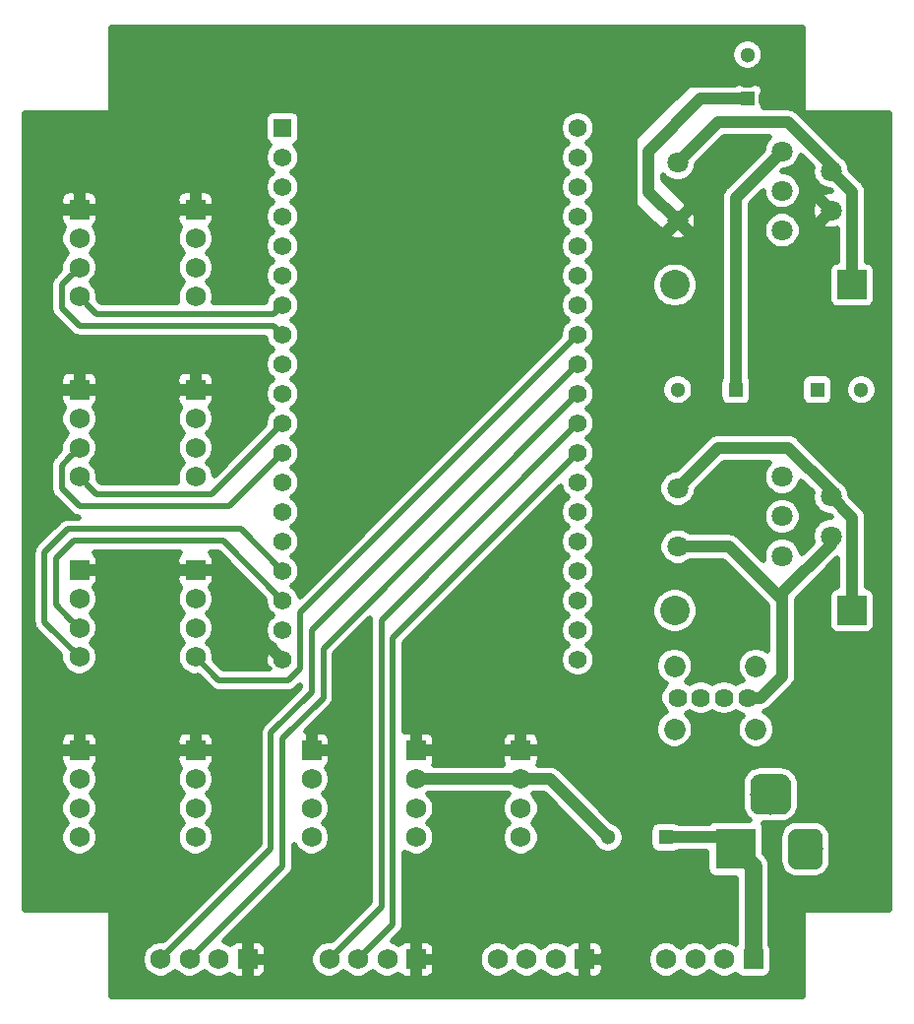
<source format=gbr>
G04 #@! TF.GenerationSoftware,KiCad,Pcbnew,(5.1.4)-1*
G04 #@! TF.CreationDate,2020-01-25T11:56:15+02:00*
G04 #@! TF.ProjectId,flypi_v2,666c7970-695f-4763-922e-6b696361645f,rev?*
G04 #@! TF.SameCoordinates,Original*
G04 #@! TF.FileFunction,Copper,L1,Top*
G04 #@! TF.FilePolarity,Positive*
%FSLAX46Y46*%
G04 Gerber Fmt 4.6, Leading zero omitted, Abs format (unit mm)*
G04 Created by KiCad (PCBNEW (5.1.4)-1) date 2020-01-25 11:56:15*
%MOMM*%
%LPD*%
G04 APERTURE LIST*
%ADD10C,1.750000*%
%ADD11R,1.750000X1.750000*%
%ADD12C,1.560000*%
%ADD13R,1.560000X1.560000*%
%ADD14C,1.800000*%
%ADD15C,1.620000*%
%ADD16C,1.850000*%
%ADD17R,2.540000X2.540000*%
%ADD18C,2.540000*%
%ADD19C,0.100000*%
%ADD20C,3.500000*%
%ADD21C,3.000000*%
%ADD22R,3.500000X3.500000*%
%ADD23C,1.300000*%
%ADD24R,1.300000X1.300000*%
%ADD25C,1.000000*%
%ADD26C,1.500000*%
%ADD27C,0.500000*%
G04 APERTURE END LIST*
D10*
X140500000Y-99500000D03*
X140500000Y-97000000D03*
X140500000Y-94500000D03*
D11*
X140500000Y-92000000D03*
D10*
X150500000Y-84000000D03*
X150500000Y-81500000D03*
X150500000Y-79000000D03*
D11*
X150500000Y-76500000D03*
D10*
X140500000Y-84000000D03*
X140500000Y-81500000D03*
X140500000Y-79000000D03*
D11*
X140500000Y-76500000D03*
D10*
X140500000Y-115000000D03*
X140500000Y-112500000D03*
X140500000Y-110000000D03*
D11*
X140500000Y-107500000D03*
D12*
X183400000Y-115220000D03*
X183400000Y-112680000D03*
X183400000Y-110140000D03*
X183400000Y-107600000D03*
X183400000Y-105060000D03*
X183400000Y-102520000D03*
X183400000Y-99980000D03*
X183400000Y-97440000D03*
X183400000Y-94900000D03*
X183400000Y-92360000D03*
X183400000Y-89820000D03*
X183400000Y-87280000D03*
X183400000Y-84740000D03*
X183400000Y-82200000D03*
X183400000Y-79660000D03*
X183400000Y-77120000D03*
X183400000Y-74580000D03*
X183400000Y-72040000D03*
X183400000Y-69500000D03*
X158000000Y-112680000D03*
X158000000Y-110140000D03*
X158000000Y-107600000D03*
X158000000Y-105060000D03*
X158000000Y-102520000D03*
X158000000Y-99980000D03*
X158000000Y-97440000D03*
X158000000Y-94900000D03*
X158000000Y-92360000D03*
X158000000Y-89820000D03*
X158000000Y-87280000D03*
X158000000Y-84740000D03*
X158000000Y-82200000D03*
X158000000Y-79660000D03*
X158000000Y-77120000D03*
X158000000Y-74580000D03*
X158000000Y-115220000D03*
X158000000Y-72040000D03*
D13*
X158000000Y-69500000D03*
D10*
X162000000Y-141000000D03*
X164500000Y-141000000D03*
X167000000Y-141000000D03*
D11*
X169500000Y-141000000D03*
D14*
X205200000Y-76600000D03*
X205200000Y-73200000D03*
X201000000Y-71500000D03*
X201000000Y-78300000D03*
X201000000Y-74900000D03*
X192000000Y-72500000D03*
X192000000Y-77500000D03*
X192000000Y-105500000D03*
X192000000Y-100500000D03*
X205200000Y-104600000D03*
X205200000Y-101200000D03*
X201000000Y-99500000D03*
X201000000Y-106300000D03*
X201000000Y-102900000D03*
D10*
X176500000Y-141000000D03*
X179000000Y-141000000D03*
X181500000Y-141000000D03*
D11*
X184000000Y-141000000D03*
X198500000Y-141000000D03*
D10*
X196000000Y-141000000D03*
X193500000Y-141000000D03*
X191000000Y-141000000D03*
X147500000Y-141000000D03*
X150000000Y-141000000D03*
X152500000Y-141000000D03*
D11*
X155000000Y-141000000D03*
D10*
X178500000Y-130500000D03*
X178500000Y-128000000D03*
X178500000Y-125500000D03*
D11*
X178500000Y-123000000D03*
D10*
X169500000Y-130500000D03*
X169500000Y-128000000D03*
X169500000Y-125500000D03*
D11*
X169500000Y-123000000D03*
D10*
X160500000Y-130500000D03*
X160500000Y-128000000D03*
X160500000Y-125500000D03*
D11*
X160500000Y-123000000D03*
D10*
X150500000Y-130500000D03*
X150500000Y-128000000D03*
X150500000Y-125500000D03*
D11*
X150500000Y-123000000D03*
D10*
X140500000Y-130500000D03*
X140500000Y-128000000D03*
X140500000Y-125500000D03*
D11*
X140500000Y-123000000D03*
D10*
X150500000Y-115000000D03*
X150500000Y-112500000D03*
X150500000Y-110000000D03*
D11*
X150500000Y-107500000D03*
D10*
X150500000Y-99500000D03*
X150500000Y-97000000D03*
X150500000Y-94500000D03*
D11*
X150500000Y-92000000D03*
D15*
X198000000Y-118500000D03*
X196000000Y-118500000D03*
X194000000Y-118500000D03*
D16*
X198730000Y-121220000D03*
D15*
X192000000Y-118500000D03*
D16*
X191730000Y-121220000D03*
X198730000Y-115780000D03*
X191730000Y-115780000D03*
D17*
X207000000Y-83000000D03*
D18*
X191760000Y-83000000D03*
D17*
X206998780Y-111002960D03*
D18*
X191758780Y-111002960D03*
D19*
G36*
X200960765Y-125054213D02*
G01*
X201045704Y-125066813D01*
X201128999Y-125087677D01*
X201209848Y-125116605D01*
X201287472Y-125153319D01*
X201361124Y-125197464D01*
X201430094Y-125248616D01*
X201493718Y-125306282D01*
X201551384Y-125369906D01*
X201602536Y-125438876D01*
X201646681Y-125512528D01*
X201683395Y-125590152D01*
X201712323Y-125671001D01*
X201733187Y-125754296D01*
X201745787Y-125839235D01*
X201750000Y-125925000D01*
X201750000Y-127675000D01*
X201745787Y-127760765D01*
X201733187Y-127845704D01*
X201712323Y-127928999D01*
X201683395Y-128009848D01*
X201646681Y-128087472D01*
X201602536Y-128161124D01*
X201551384Y-128230094D01*
X201493718Y-128293718D01*
X201430094Y-128351384D01*
X201361124Y-128402536D01*
X201287472Y-128446681D01*
X201209848Y-128483395D01*
X201128999Y-128512323D01*
X201045704Y-128533187D01*
X200960765Y-128545787D01*
X200875000Y-128550000D01*
X199125000Y-128550000D01*
X199039235Y-128545787D01*
X198954296Y-128533187D01*
X198871001Y-128512323D01*
X198790152Y-128483395D01*
X198712528Y-128446681D01*
X198638876Y-128402536D01*
X198569906Y-128351384D01*
X198506282Y-128293718D01*
X198448616Y-128230094D01*
X198397464Y-128161124D01*
X198353319Y-128087472D01*
X198316605Y-128009848D01*
X198287677Y-127928999D01*
X198266813Y-127845704D01*
X198254213Y-127760765D01*
X198250000Y-127675000D01*
X198250000Y-125925000D01*
X198254213Y-125839235D01*
X198266813Y-125754296D01*
X198287677Y-125671001D01*
X198316605Y-125590152D01*
X198353319Y-125512528D01*
X198397464Y-125438876D01*
X198448616Y-125369906D01*
X198506282Y-125306282D01*
X198569906Y-125248616D01*
X198638876Y-125197464D01*
X198712528Y-125153319D01*
X198790152Y-125116605D01*
X198871001Y-125087677D01*
X198954296Y-125066813D01*
X199039235Y-125054213D01*
X199125000Y-125050000D01*
X200875000Y-125050000D01*
X200960765Y-125054213D01*
X200960765Y-125054213D01*
G37*
D20*
X200000000Y-126800000D03*
D19*
G36*
X203823513Y-129753611D02*
G01*
X203896318Y-129764411D01*
X203967714Y-129782295D01*
X204037013Y-129807090D01*
X204103548Y-129838559D01*
X204166678Y-129876398D01*
X204225795Y-129920242D01*
X204280330Y-129969670D01*
X204329758Y-130024205D01*
X204373602Y-130083322D01*
X204411441Y-130146452D01*
X204442910Y-130212987D01*
X204467705Y-130282286D01*
X204485589Y-130353682D01*
X204496389Y-130426487D01*
X204500000Y-130500000D01*
X204500000Y-132500000D01*
X204496389Y-132573513D01*
X204485589Y-132646318D01*
X204467705Y-132717714D01*
X204442910Y-132787013D01*
X204411441Y-132853548D01*
X204373602Y-132916678D01*
X204329758Y-132975795D01*
X204280330Y-133030330D01*
X204225795Y-133079758D01*
X204166678Y-133123602D01*
X204103548Y-133161441D01*
X204037013Y-133192910D01*
X203967714Y-133217705D01*
X203896318Y-133235589D01*
X203823513Y-133246389D01*
X203750000Y-133250000D01*
X202250000Y-133250000D01*
X202176487Y-133246389D01*
X202103682Y-133235589D01*
X202032286Y-133217705D01*
X201962987Y-133192910D01*
X201896452Y-133161441D01*
X201833322Y-133123602D01*
X201774205Y-133079758D01*
X201719670Y-133030330D01*
X201670242Y-132975795D01*
X201626398Y-132916678D01*
X201588559Y-132853548D01*
X201557090Y-132787013D01*
X201532295Y-132717714D01*
X201514411Y-132646318D01*
X201503611Y-132573513D01*
X201500000Y-132500000D01*
X201500000Y-130500000D01*
X201503611Y-130426487D01*
X201514411Y-130353682D01*
X201532295Y-130282286D01*
X201557090Y-130212987D01*
X201588559Y-130146452D01*
X201626398Y-130083322D01*
X201670242Y-130024205D01*
X201719670Y-129969670D01*
X201774205Y-129920242D01*
X201833322Y-129876398D01*
X201896452Y-129838559D01*
X201962987Y-129807090D01*
X202032286Y-129782295D01*
X202103682Y-129764411D01*
X202176487Y-129753611D01*
X202250000Y-129750000D01*
X203750000Y-129750000D01*
X203823513Y-129753611D01*
X203823513Y-129753611D01*
G37*
D21*
X203000000Y-131500000D03*
D22*
X197000000Y-131500000D03*
D23*
X198000000Y-63200000D03*
D24*
X198000000Y-67000000D03*
X197000000Y-92000000D03*
D23*
X192000000Y-92000000D03*
X207800000Y-92000000D03*
D24*
X204000000Y-92000000D03*
X191000000Y-130500000D03*
D23*
X186000000Y-130500000D03*
D25*
X169500000Y-125500000D02*
X178500000Y-125500000D01*
X181000000Y-125500000D02*
X186000000Y-130500000D01*
X178500000Y-125500000D02*
X181000000Y-125500000D01*
X197000000Y-75500000D02*
X201000000Y-71500000D01*
X197000000Y-92000000D02*
X197000000Y-75500000D01*
X196000000Y-130500000D02*
X197000000Y-131500000D01*
X191000000Y-130500000D02*
X196000000Y-130500000D01*
D26*
X198500000Y-133000000D02*
X198500000Y-141000000D01*
X197000000Y-131500000D02*
X198500000Y-133000000D01*
D25*
X199145512Y-118500000D02*
X198000000Y-118500000D01*
X201000000Y-116645512D02*
X199145512Y-118500000D01*
X201000000Y-110072792D02*
X201000000Y-116645512D01*
X196427208Y-105500000D02*
X201000000Y-110072792D01*
X192000000Y-105500000D02*
X196427208Y-105500000D01*
X201000000Y-109500000D02*
X201000000Y-110072792D01*
X205200000Y-104600000D02*
X205200000Y-105300000D01*
X205200000Y-105300000D02*
X201000000Y-109500000D01*
X206998780Y-102998780D02*
X205200000Y-101200000D01*
X206998780Y-111002960D02*
X206998780Y-102998780D01*
X195500000Y-97000000D02*
X192000000Y-100500000D01*
X201500000Y-97000000D02*
X195500000Y-97000000D01*
X205200000Y-101200000D02*
X205200000Y-100700000D01*
X205200000Y-100700000D02*
X201500000Y-97000000D01*
X207000000Y-75000000D02*
X205200000Y-73200000D01*
X207000000Y-83000000D02*
X207000000Y-75000000D01*
X195500000Y-69000000D02*
X192000000Y-72500000D01*
X201500000Y-69000000D02*
X195500000Y-69000000D01*
X205200000Y-73200000D02*
X205200000Y-72700000D01*
X205200000Y-72700000D02*
X201500000Y-69000000D01*
D27*
X141374999Y-84874999D02*
X140500000Y-84000000D01*
X142000000Y-85500000D02*
X141374999Y-84874999D01*
X158000000Y-84740000D02*
X157240000Y-85500000D01*
X157240000Y-85500000D02*
X142000000Y-85500000D01*
X139625001Y-82374999D02*
X140500000Y-81500000D01*
X139000000Y-83000000D02*
X139625001Y-82374999D01*
X139000000Y-85000000D02*
X139000000Y-83000000D01*
X140500000Y-86500000D02*
X139000000Y-85000000D01*
X158000000Y-87280000D02*
X157220000Y-86500000D01*
X157220000Y-86500000D02*
X140500000Y-86500000D01*
D25*
X196350000Y-67000000D02*
X198000000Y-67000000D01*
X194000000Y-67000000D02*
X196350000Y-67000000D01*
X189500000Y-71500000D02*
X194000000Y-67000000D01*
X192000000Y-77500000D02*
X189500000Y-75000000D01*
X189500000Y-75000000D02*
X189500000Y-71500000D01*
D27*
X141374999Y-100374999D02*
X140500000Y-99500000D01*
X142000000Y-101000000D02*
X141374999Y-100374999D01*
X158000000Y-94900000D02*
X151900000Y-101000000D01*
X151900000Y-101000000D02*
X142000000Y-101000000D01*
X139625001Y-97874999D02*
X140500000Y-97000000D01*
X139000000Y-98500000D02*
X139625001Y-97874999D01*
X139000000Y-100500000D02*
X139000000Y-98500000D01*
X140500000Y-102000000D02*
X139000000Y-100500000D01*
X158000000Y-97440000D02*
X153440000Y-102000000D01*
X153440000Y-102000000D02*
X140500000Y-102000000D01*
X154400000Y-104000000D02*
X158000000Y-107600000D01*
X139500000Y-104000000D02*
X154400000Y-104000000D01*
X137500000Y-106000000D02*
X139500000Y-104000000D01*
X140500000Y-115000000D02*
X137500000Y-112000000D01*
X137500000Y-112000000D02*
X137500000Y-106000000D01*
X139625001Y-111625001D02*
X140500000Y-112500000D01*
X138500000Y-110500000D02*
X139625001Y-111625001D01*
X138500000Y-106500000D02*
X138500000Y-110500000D01*
X140000000Y-105000000D02*
X138500000Y-106500000D01*
X158000000Y-110140000D02*
X152860000Y-105000000D01*
X152860000Y-105000000D02*
X140000000Y-105000000D01*
X159500000Y-111180000D02*
X182620001Y-88059999D01*
X159500000Y-116020201D02*
X159500000Y-111180000D01*
X158520201Y-117000000D02*
X159500000Y-116020201D01*
X153000000Y-117000000D02*
X158520201Y-117000000D01*
X150500000Y-115000000D02*
X152500000Y-117000000D01*
X152500000Y-117000000D02*
X153000000Y-117000000D01*
X182620001Y-88059999D02*
X183400000Y-87280000D01*
X157000000Y-131500000D02*
X157000000Y-121500000D01*
X147500000Y-141000000D02*
X157000000Y-131500000D01*
X157000000Y-121500000D02*
X160500000Y-118000000D01*
X160500000Y-118000000D02*
X160500000Y-112720000D01*
X160500000Y-112720000D02*
X183400000Y-89820000D01*
X158000000Y-133000000D02*
X158000000Y-122000000D01*
X150000000Y-141000000D02*
X158000000Y-133000000D01*
X158000000Y-122000000D02*
X161500000Y-118500000D01*
X161500000Y-118500000D02*
X161500000Y-114260000D01*
X161500000Y-114260000D02*
X183400000Y-92360000D01*
X182620001Y-95679999D02*
X183400000Y-94900000D01*
X166500000Y-111800000D02*
X182620001Y-95679999D01*
X162000000Y-141000000D02*
X166500000Y-136500000D01*
X166500000Y-136500000D02*
X166500000Y-111800000D01*
X182620001Y-98219999D02*
X183400000Y-97440000D01*
X167500000Y-113340000D02*
X182620001Y-98219999D01*
X164500000Y-141000000D02*
X167500000Y-138000000D01*
X167500000Y-138000000D02*
X167500000Y-113340000D01*
G36*
X202750000Y-68000000D02*
G01*
X202754804Y-68048773D01*
X202769030Y-68095671D01*
X202792133Y-68138893D01*
X202823223Y-68176777D01*
X202861107Y-68207867D01*
X202904329Y-68230970D01*
X202951227Y-68245196D01*
X203000000Y-68250000D01*
X210200001Y-68250000D01*
X210200000Y-136750000D01*
X203000000Y-136750000D01*
X202951227Y-136754804D01*
X202904329Y-136769030D01*
X202861107Y-136792133D01*
X202823223Y-136823223D01*
X202792133Y-136861107D01*
X202769030Y-136904329D01*
X202754804Y-136951227D01*
X202750000Y-137000000D01*
X202750000Y-144200000D01*
X143250000Y-144200000D01*
X143250000Y-137000000D01*
X143245196Y-136951227D01*
X143230970Y-136904329D01*
X143207867Y-136861107D01*
X143176777Y-136823223D01*
X143138893Y-136792133D01*
X143095671Y-136769030D01*
X143048773Y-136754804D01*
X143000000Y-136750000D01*
X135800000Y-136750000D01*
X135800000Y-123875000D01*
X138871371Y-123875000D01*
X138885852Y-124022026D01*
X138928738Y-124163401D01*
X138998380Y-124293694D01*
X139092104Y-124407896D01*
X139206306Y-124501620D01*
X139211036Y-124504148D01*
X139059943Y-124730274D01*
X138937448Y-125026005D01*
X138875000Y-125339951D01*
X138875000Y-125660049D01*
X138937448Y-125973995D01*
X139059943Y-126269726D01*
X139237780Y-126535877D01*
X139451903Y-126750000D01*
X139237780Y-126964123D01*
X139059943Y-127230274D01*
X138937448Y-127526005D01*
X138875000Y-127839951D01*
X138875000Y-128160049D01*
X138937448Y-128473995D01*
X139059943Y-128769726D01*
X139237780Y-129035877D01*
X139451903Y-129250000D01*
X139237780Y-129464123D01*
X139059943Y-129730274D01*
X138937448Y-130026005D01*
X138875000Y-130339951D01*
X138875000Y-130660049D01*
X138937448Y-130973995D01*
X139059943Y-131269726D01*
X139237780Y-131535877D01*
X139464123Y-131762220D01*
X139730274Y-131940057D01*
X140026005Y-132062552D01*
X140339951Y-132125000D01*
X140660049Y-132125000D01*
X140973995Y-132062552D01*
X141269726Y-131940057D01*
X141535877Y-131762220D01*
X141762220Y-131535877D01*
X141940057Y-131269726D01*
X142062552Y-130973995D01*
X142125000Y-130660049D01*
X142125000Y-130339951D01*
X142062552Y-130026005D01*
X141940057Y-129730274D01*
X141762220Y-129464123D01*
X141548097Y-129250000D01*
X141762220Y-129035877D01*
X141940057Y-128769726D01*
X142062552Y-128473995D01*
X142125000Y-128160049D01*
X142125000Y-127839951D01*
X142062552Y-127526005D01*
X141940057Y-127230274D01*
X141762220Y-126964123D01*
X141548097Y-126750000D01*
X141762220Y-126535877D01*
X141940057Y-126269726D01*
X142062552Y-125973995D01*
X142125000Y-125660049D01*
X142125000Y-125339951D01*
X142062552Y-125026005D01*
X141940057Y-124730274D01*
X141788964Y-124504148D01*
X141793694Y-124501620D01*
X141907896Y-124407896D01*
X142001620Y-124293694D01*
X142071262Y-124163401D01*
X142114148Y-124022026D01*
X142128629Y-123875000D01*
X148871371Y-123875000D01*
X148885852Y-124022026D01*
X148928738Y-124163401D01*
X148998380Y-124293694D01*
X149092104Y-124407896D01*
X149206306Y-124501620D01*
X149211036Y-124504148D01*
X149059943Y-124730274D01*
X148937448Y-125026005D01*
X148875000Y-125339951D01*
X148875000Y-125660049D01*
X148937448Y-125973995D01*
X149059943Y-126269726D01*
X149237780Y-126535877D01*
X149451903Y-126750000D01*
X149237780Y-126964123D01*
X149059943Y-127230274D01*
X148937448Y-127526005D01*
X148875000Y-127839951D01*
X148875000Y-128160049D01*
X148937448Y-128473995D01*
X149059943Y-128769726D01*
X149237780Y-129035877D01*
X149451903Y-129250000D01*
X149237780Y-129464123D01*
X149059943Y-129730274D01*
X148937448Y-130026005D01*
X148875000Y-130339951D01*
X148875000Y-130660049D01*
X148937448Y-130973995D01*
X149059943Y-131269726D01*
X149237780Y-131535877D01*
X149464123Y-131762220D01*
X149730274Y-131940057D01*
X150026005Y-132062552D01*
X150339951Y-132125000D01*
X150660049Y-132125000D01*
X150973995Y-132062552D01*
X151269726Y-131940057D01*
X151535877Y-131762220D01*
X151762220Y-131535877D01*
X151940057Y-131269726D01*
X152062552Y-130973995D01*
X152125000Y-130660049D01*
X152125000Y-130339951D01*
X152062552Y-130026005D01*
X151940057Y-129730274D01*
X151762220Y-129464123D01*
X151548097Y-129250000D01*
X151762220Y-129035877D01*
X151940057Y-128769726D01*
X152062552Y-128473995D01*
X152125000Y-128160049D01*
X152125000Y-127839951D01*
X152062552Y-127526005D01*
X151940057Y-127230274D01*
X151762220Y-126964123D01*
X151548097Y-126750000D01*
X151762220Y-126535877D01*
X151940057Y-126269726D01*
X152062552Y-125973995D01*
X152125000Y-125660049D01*
X152125000Y-125339951D01*
X152062552Y-125026005D01*
X151940057Y-124730274D01*
X151788964Y-124504148D01*
X151793694Y-124501620D01*
X151907896Y-124407896D01*
X152001620Y-124293694D01*
X152071262Y-124163401D01*
X152114148Y-124022026D01*
X152128629Y-123875000D01*
X152125000Y-123437500D01*
X151937500Y-123250000D01*
X150750000Y-123250000D01*
X150750000Y-123270000D01*
X150250000Y-123270000D01*
X150250000Y-123250000D01*
X149062500Y-123250000D01*
X148875000Y-123437500D01*
X148871371Y-123875000D01*
X142128629Y-123875000D01*
X142125000Y-123437500D01*
X141937500Y-123250000D01*
X140750000Y-123250000D01*
X140750000Y-123270000D01*
X140250000Y-123270000D01*
X140250000Y-123250000D01*
X139062500Y-123250000D01*
X138875000Y-123437500D01*
X138871371Y-123875000D01*
X135800000Y-123875000D01*
X135800000Y-122125000D01*
X138871371Y-122125000D01*
X138875000Y-122562500D01*
X139062500Y-122750000D01*
X140250000Y-122750000D01*
X140250000Y-121562500D01*
X140750000Y-121562500D01*
X140750000Y-122750000D01*
X141937500Y-122750000D01*
X142125000Y-122562500D01*
X142128629Y-122125000D01*
X148871371Y-122125000D01*
X148875000Y-122562500D01*
X149062500Y-122750000D01*
X150250000Y-122750000D01*
X150250000Y-121562500D01*
X150750000Y-121562500D01*
X150750000Y-122750000D01*
X151937500Y-122750000D01*
X152125000Y-122562500D01*
X152128629Y-122125000D01*
X152114148Y-121977974D01*
X152071262Y-121836599D01*
X152001620Y-121706306D01*
X151907896Y-121592104D01*
X151793694Y-121498380D01*
X151663401Y-121428738D01*
X151522026Y-121385852D01*
X151375000Y-121371371D01*
X150937500Y-121375000D01*
X150750000Y-121562500D01*
X150250000Y-121562500D01*
X150062500Y-121375000D01*
X149625000Y-121371371D01*
X149477974Y-121385852D01*
X149336599Y-121428738D01*
X149206306Y-121498380D01*
X149092104Y-121592104D01*
X148998380Y-121706306D01*
X148928738Y-121836599D01*
X148885852Y-121977974D01*
X148871371Y-122125000D01*
X142128629Y-122125000D01*
X142114148Y-121977974D01*
X142071262Y-121836599D01*
X142001620Y-121706306D01*
X141907896Y-121592104D01*
X141793694Y-121498380D01*
X141663401Y-121428738D01*
X141522026Y-121385852D01*
X141375000Y-121371371D01*
X140937500Y-121375000D01*
X140750000Y-121562500D01*
X140250000Y-121562500D01*
X140062500Y-121375000D01*
X139625000Y-121371371D01*
X139477974Y-121385852D01*
X139336599Y-121428738D01*
X139206306Y-121498380D01*
X139092104Y-121592104D01*
X138998380Y-121706306D01*
X138928738Y-121836599D01*
X138885852Y-121977974D01*
X138871371Y-122125000D01*
X135800000Y-122125000D01*
X135800000Y-106000000D01*
X136495162Y-106000000D01*
X136500001Y-106049130D01*
X136500000Y-111950880D01*
X136495162Y-112000000D01*
X136514470Y-112196034D01*
X136526252Y-112234873D01*
X136571651Y-112384534D01*
X136664508Y-112558258D01*
X136789472Y-112710528D01*
X136827637Y-112741849D01*
X138883418Y-114797631D01*
X138875000Y-114839951D01*
X138875000Y-115160049D01*
X138937448Y-115473995D01*
X139059943Y-115769726D01*
X139237780Y-116035877D01*
X139464123Y-116262220D01*
X139730274Y-116440057D01*
X140026005Y-116562552D01*
X140339951Y-116625000D01*
X140660049Y-116625000D01*
X140973995Y-116562552D01*
X141269726Y-116440057D01*
X141535877Y-116262220D01*
X141762220Y-116035877D01*
X141940057Y-115769726D01*
X142062552Y-115473995D01*
X142125000Y-115160049D01*
X142125000Y-114839951D01*
X142062552Y-114526005D01*
X141940057Y-114230274D01*
X141762220Y-113964123D01*
X141548097Y-113750000D01*
X141762220Y-113535877D01*
X141940057Y-113269726D01*
X142062552Y-112973995D01*
X142125000Y-112660049D01*
X142125000Y-112339951D01*
X142062552Y-112026005D01*
X141940057Y-111730274D01*
X141762220Y-111464123D01*
X141548097Y-111250000D01*
X141762220Y-111035877D01*
X141940057Y-110769726D01*
X142062552Y-110473995D01*
X142125000Y-110160049D01*
X142125000Y-109839951D01*
X142062552Y-109526005D01*
X141940057Y-109230274D01*
X141788964Y-109004148D01*
X141793694Y-109001620D01*
X141907896Y-108907896D01*
X142001620Y-108793694D01*
X142071262Y-108663401D01*
X142114148Y-108522026D01*
X142128629Y-108375000D01*
X142125000Y-107937500D01*
X141937500Y-107750000D01*
X140750000Y-107750000D01*
X140750000Y-107770000D01*
X140250000Y-107770000D01*
X140250000Y-107750000D01*
X140230000Y-107750000D01*
X140230000Y-107250000D01*
X140250000Y-107250000D01*
X140250000Y-107230000D01*
X140750000Y-107230000D01*
X140750000Y-107250000D01*
X141937500Y-107250000D01*
X142125000Y-107062500D01*
X142128629Y-106625000D01*
X142114148Y-106477974D01*
X142071262Y-106336599D01*
X142001620Y-106206306D01*
X141907896Y-106092104D01*
X141795668Y-106000000D01*
X149204332Y-106000000D01*
X149092104Y-106092104D01*
X148998380Y-106206306D01*
X148928738Y-106336599D01*
X148885852Y-106477974D01*
X148871371Y-106625000D01*
X148875000Y-107062500D01*
X149062500Y-107250000D01*
X150250000Y-107250000D01*
X150250000Y-107230000D01*
X150750000Y-107230000D01*
X150750000Y-107250000D01*
X151937500Y-107250000D01*
X152125000Y-107062500D01*
X152128629Y-106625000D01*
X152114148Y-106477974D01*
X152071262Y-106336599D01*
X152001620Y-106206306D01*
X151907896Y-106092104D01*
X151795668Y-106000000D01*
X152445788Y-106000000D01*
X156470000Y-110024214D01*
X156470000Y-110290692D01*
X156528797Y-110586285D01*
X156644132Y-110864727D01*
X156811571Y-111115318D01*
X157024682Y-111328429D01*
X157146762Y-111410000D01*
X157024682Y-111491571D01*
X156811571Y-111704682D01*
X156644132Y-111955273D01*
X156528797Y-112233715D01*
X156470000Y-112529308D01*
X156470000Y-112830692D01*
X156528797Y-113126285D01*
X156644132Y-113404727D01*
X156811571Y-113655318D01*
X157024682Y-113868429D01*
X157260675Y-114026114D01*
X157238763Y-114105210D01*
X158000000Y-114866447D01*
X158014143Y-114852305D01*
X158367696Y-115205858D01*
X158353553Y-115220000D01*
X158367696Y-115234143D01*
X158014143Y-115587696D01*
X158000000Y-115573553D01*
X157985858Y-115587696D01*
X157632305Y-115234143D01*
X157646447Y-115220000D01*
X156885210Y-114458763D01*
X156625824Y-114530620D01*
X156517737Y-114811955D01*
X156466612Y-115108970D01*
X156474414Y-115410253D01*
X156540844Y-115704224D01*
X156625824Y-115909380D01*
X156885207Y-115981236D01*
X156866443Y-116000000D01*
X152914213Y-116000000D01*
X152116582Y-115202369D01*
X152125000Y-115160049D01*
X152125000Y-114839951D01*
X152062552Y-114526005D01*
X151940057Y-114230274D01*
X151762220Y-113964123D01*
X151548097Y-113750000D01*
X151762220Y-113535877D01*
X151940057Y-113269726D01*
X152062552Y-112973995D01*
X152125000Y-112660049D01*
X152125000Y-112339951D01*
X152062552Y-112026005D01*
X151940057Y-111730274D01*
X151762220Y-111464123D01*
X151548097Y-111250000D01*
X151762220Y-111035877D01*
X151940057Y-110769726D01*
X152062552Y-110473995D01*
X152125000Y-110160049D01*
X152125000Y-109839951D01*
X152062552Y-109526005D01*
X151940057Y-109230274D01*
X151788964Y-109004148D01*
X151793694Y-109001620D01*
X151907896Y-108907896D01*
X152001620Y-108793694D01*
X152071262Y-108663401D01*
X152114148Y-108522026D01*
X152128629Y-108375000D01*
X152125000Y-107937500D01*
X151937500Y-107750000D01*
X150750000Y-107750000D01*
X150750000Y-107770000D01*
X150250000Y-107770000D01*
X150250000Y-107750000D01*
X149062500Y-107750000D01*
X148875000Y-107937500D01*
X148871371Y-108375000D01*
X148885852Y-108522026D01*
X148928738Y-108663401D01*
X148998380Y-108793694D01*
X149092104Y-108907896D01*
X149206306Y-109001620D01*
X149211036Y-109004148D01*
X149059943Y-109230274D01*
X148937448Y-109526005D01*
X148875000Y-109839951D01*
X148875000Y-110160049D01*
X148937448Y-110473995D01*
X149059943Y-110769726D01*
X149237780Y-111035877D01*
X149451903Y-111250000D01*
X149237780Y-111464123D01*
X149059943Y-111730274D01*
X148937448Y-112026005D01*
X148875000Y-112339951D01*
X148875000Y-112660049D01*
X148937448Y-112973995D01*
X149059943Y-113269726D01*
X149237780Y-113535877D01*
X149451903Y-113750000D01*
X149237780Y-113964123D01*
X149059943Y-114230274D01*
X148937448Y-114526005D01*
X148875000Y-114839951D01*
X148875000Y-115160049D01*
X148937448Y-115473995D01*
X149059943Y-115769726D01*
X149237780Y-116035877D01*
X149464123Y-116262220D01*
X149730274Y-116440057D01*
X150026005Y-116562552D01*
X150339951Y-116625000D01*
X150660049Y-116625000D01*
X150702369Y-116616582D01*
X151758155Y-117672368D01*
X151789472Y-117710528D01*
X151941742Y-117835492D01*
X152115465Y-117928349D01*
X152303966Y-117985530D01*
X152450880Y-118000000D01*
X152450881Y-118000000D01*
X152499999Y-118004838D01*
X152549117Y-118000000D01*
X158471081Y-118000000D01*
X158520201Y-118004838D01*
X158569321Y-118000000D01*
X158716235Y-117985530D01*
X158904736Y-117928349D01*
X159078459Y-117835492D01*
X159230729Y-117710528D01*
X159262050Y-117672363D01*
X159500000Y-117434413D01*
X159500000Y-117585786D01*
X156327632Y-120758156D01*
X156289473Y-120789472D01*
X156164509Y-120941742D01*
X156125635Y-121014470D01*
X156071651Y-121115466D01*
X156014470Y-121303966D01*
X155995162Y-121500000D01*
X156000001Y-121549130D01*
X156000000Y-131085787D01*
X147702370Y-139383418D01*
X147660049Y-139375000D01*
X147339951Y-139375000D01*
X147026005Y-139437448D01*
X146730274Y-139559943D01*
X146464123Y-139737780D01*
X146237780Y-139964123D01*
X146059943Y-140230274D01*
X145937448Y-140526005D01*
X145875000Y-140839951D01*
X145875000Y-141160049D01*
X145937448Y-141473995D01*
X146059943Y-141769726D01*
X146237780Y-142035877D01*
X146464123Y-142262220D01*
X146730274Y-142440057D01*
X147026005Y-142562552D01*
X147339951Y-142625000D01*
X147660049Y-142625000D01*
X147973995Y-142562552D01*
X148269726Y-142440057D01*
X148535877Y-142262220D01*
X148750000Y-142048097D01*
X148964123Y-142262220D01*
X149230274Y-142440057D01*
X149526005Y-142562552D01*
X149839951Y-142625000D01*
X150160049Y-142625000D01*
X150473995Y-142562552D01*
X150769726Y-142440057D01*
X151035877Y-142262220D01*
X151250000Y-142048097D01*
X151464123Y-142262220D01*
X151730274Y-142440057D01*
X152026005Y-142562552D01*
X152339951Y-142625000D01*
X152660049Y-142625000D01*
X152973995Y-142562552D01*
X153269726Y-142440057D01*
X153495852Y-142288964D01*
X153498380Y-142293694D01*
X153592104Y-142407896D01*
X153706306Y-142501620D01*
X153836599Y-142571262D01*
X153977974Y-142614148D01*
X154125000Y-142628629D01*
X154562500Y-142625000D01*
X154750000Y-142437500D01*
X154750000Y-141250000D01*
X155250000Y-141250000D01*
X155250000Y-142437500D01*
X155437500Y-142625000D01*
X155875000Y-142628629D01*
X156022026Y-142614148D01*
X156163401Y-142571262D01*
X156293694Y-142501620D01*
X156407896Y-142407896D01*
X156501620Y-142293694D01*
X156571262Y-142163401D01*
X156614148Y-142022026D01*
X156628629Y-141875000D01*
X156625000Y-141437500D01*
X156437500Y-141250000D01*
X155250000Y-141250000D01*
X154750000Y-141250000D01*
X154730000Y-141250000D01*
X154730000Y-140750000D01*
X154750000Y-140750000D01*
X154750000Y-139562500D01*
X155250000Y-139562500D01*
X155250000Y-140750000D01*
X156437500Y-140750000D01*
X156625000Y-140562500D01*
X156628629Y-140125000D01*
X156614148Y-139977974D01*
X156571262Y-139836599D01*
X156501620Y-139706306D01*
X156407896Y-139592104D01*
X156293694Y-139498380D01*
X156163401Y-139428738D01*
X156022026Y-139385852D01*
X155875000Y-139371371D01*
X155437500Y-139375000D01*
X155250000Y-139562500D01*
X154750000Y-139562500D01*
X154562500Y-139375000D01*
X154125000Y-139371371D01*
X153977974Y-139385852D01*
X153836599Y-139428738D01*
X153706306Y-139498380D01*
X153592104Y-139592104D01*
X153498380Y-139706306D01*
X153495852Y-139711036D01*
X153269726Y-139559943D01*
X152975953Y-139438259D01*
X158672374Y-133741840D01*
X158710528Y-133710528D01*
X158835492Y-133558258D01*
X158928349Y-133384535D01*
X158985530Y-133196034D01*
X159000000Y-133049120D01*
X159000000Y-133049111D01*
X159004837Y-133000001D01*
X159000000Y-132950891D01*
X159000000Y-131125010D01*
X159059943Y-131269726D01*
X159237780Y-131535877D01*
X159464123Y-131762220D01*
X159730274Y-131940057D01*
X160026005Y-132062552D01*
X160339951Y-132125000D01*
X160660049Y-132125000D01*
X160973995Y-132062552D01*
X161269726Y-131940057D01*
X161535877Y-131762220D01*
X161762220Y-131535877D01*
X161940057Y-131269726D01*
X162062552Y-130973995D01*
X162125000Y-130660049D01*
X162125000Y-130339951D01*
X162062552Y-130026005D01*
X161940057Y-129730274D01*
X161762220Y-129464123D01*
X161548097Y-129250000D01*
X161762220Y-129035877D01*
X161940057Y-128769726D01*
X162062552Y-128473995D01*
X162125000Y-128160049D01*
X162125000Y-127839951D01*
X162062552Y-127526005D01*
X161940057Y-127230274D01*
X161762220Y-126964123D01*
X161548097Y-126750000D01*
X161762220Y-126535877D01*
X161940057Y-126269726D01*
X162062552Y-125973995D01*
X162125000Y-125660049D01*
X162125000Y-125339951D01*
X162062552Y-125026005D01*
X161940057Y-124730274D01*
X161788964Y-124504148D01*
X161793694Y-124501620D01*
X161907896Y-124407896D01*
X162001620Y-124293694D01*
X162071262Y-124163401D01*
X162114148Y-124022026D01*
X162128629Y-123875000D01*
X162125000Y-123437500D01*
X161937500Y-123250000D01*
X160750000Y-123250000D01*
X160750000Y-123270000D01*
X160250000Y-123270000D01*
X160250000Y-123250000D01*
X160230000Y-123250000D01*
X160230000Y-122750000D01*
X160250000Y-122750000D01*
X160250000Y-121562500D01*
X160750000Y-121562500D01*
X160750000Y-122750000D01*
X161937500Y-122750000D01*
X162125000Y-122562500D01*
X162128629Y-122125000D01*
X162114148Y-121977974D01*
X162071262Y-121836599D01*
X162001620Y-121706306D01*
X161907896Y-121592104D01*
X161793694Y-121498380D01*
X161663401Y-121428738D01*
X161522026Y-121385852D01*
X161375000Y-121371371D01*
X160937500Y-121375000D01*
X160750000Y-121562500D01*
X160250000Y-121562500D01*
X160062500Y-121375000D01*
X160039404Y-121374808D01*
X162172374Y-119241840D01*
X162210528Y-119210528D01*
X162335492Y-119058258D01*
X162428349Y-118884535D01*
X162485530Y-118696034D01*
X162500000Y-118549120D01*
X162500000Y-118549119D01*
X162504838Y-118500001D01*
X162500000Y-118450883D01*
X162500000Y-114674212D01*
X165508376Y-111665836D01*
X165495162Y-111800000D01*
X165500001Y-111849130D01*
X165500000Y-136085787D01*
X162202370Y-139383418D01*
X162160049Y-139375000D01*
X161839951Y-139375000D01*
X161526005Y-139437448D01*
X161230274Y-139559943D01*
X160964123Y-139737780D01*
X160737780Y-139964123D01*
X160559943Y-140230274D01*
X160437448Y-140526005D01*
X160375000Y-140839951D01*
X160375000Y-141160049D01*
X160437448Y-141473995D01*
X160559943Y-141769726D01*
X160737780Y-142035877D01*
X160964123Y-142262220D01*
X161230274Y-142440057D01*
X161526005Y-142562552D01*
X161839951Y-142625000D01*
X162160049Y-142625000D01*
X162473995Y-142562552D01*
X162769726Y-142440057D01*
X163035877Y-142262220D01*
X163250000Y-142048097D01*
X163464123Y-142262220D01*
X163730274Y-142440057D01*
X164026005Y-142562552D01*
X164339951Y-142625000D01*
X164660049Y-142625000D01*
X164973995Y-142562552D01*
X165269726Y-142440057D01*
X165535877Y-142262220D01*
X165750000Y-142048097D01*
X165964123Y-142262220D01*
X166230274Y-142440057D01*
X166526005Y-142562552D01*
X166839951Y-142625000D01*
X167160049Y-142625000D01*
X167473995Y-142562552D01*
X167769726Y-142440057D01*
X167995852Y-142288964D01*
X167998380Y-142293694D01*
X168092104Y-142407896D01*
X168206306Y-142501620D01*
X168336599Y-142571262D01*
X168477974Y-142614148D01*
X168625000Y-142628629D01*
X169062500Y-142625000D01*
X169250000Y-142437500D01*
X169250000Y-141250000D01*
X169750000Y-141250000D01*
X169750000Y-142437500D01*
X169937500Y-142625000D01*
X170375000Y-142628629D01*
X170522026Y-142614148D01*
X170663401Y-142571262D01*
X170793694Y-142501620D01*
X170907896Y-142407896D01*
X171001620Y-142293694D01*
X171071262Y-142163401D01*
X171114148Y-142022026D01*
X171128629Y-141875000D01*
X171125000Y-141437500D01*
X170937500Y-141250000D01*
X169750000Y-141250000D01*
X169250000Y-141250000D01*
X169230000Y-141250000D01*
X169230000Y-140839951D01*
X174875000Y-140839951D01*
X174875000Y-141160049D01*
X174937448Y-141473995D01*
X175059943Y-141769726D01*
X175237780Y-142035877D01*
X175464123Y-142262220D01*
X175730274Y-142440057D01*
X176026005Y-142562552D01*
X176339951Y-142625000D01*
X176660049Y-142625000D01*
X176973995Y-142562552D01*
X177269726Y-142440057D01*
X177535877Y-142262220D01*
X177750000Y-142048097D01*
X177964123Y-142262220D01*
X178230274Y-142440057D01*
X178526005Y-142562552D01*
X178839951Y-142625000D01*
X179160049Y-142625000D01*
X179473995Y-142562552D01*
X179769726Y-142440057D01*
X180035877Y-142262220D01*
X180250000Y-142048097D01*
X180464123Y-142262220D01*
X180730274Y-142440057D01*
X181026005Y-142562552D01*
X181339951Y-142625000D01*
X181660049Y-142625000D01*
X181973995Y-142562552D01*
X182269726Y-142440057D01*
X182495852Y-142288964D01*
X182498380Y-142293694D01*
X182592104Y-142407896D01*
X182706306Y-142501620D01*
X182836599Y-142571262D01*
X182977974Y-142614148D01*
X183125000Y-142628629D01*
X183562500Y-142625000D01*
X183750000Y-142437500D01*
X183750000Y-141250000D01*
X184250000Y-141250000D01*
X184250000Y-142437500D01*
X184437500Y-142625000D01*
X184875000Y-142628629D01*
X185022026Y-142614148D01*
X185163401Y-142571262D01*
X185293694Y-142501620D01*
X185407896Y-142407896D01*
X185501620Y-142293694D01*
X185571262Y-142163401D01*
X185614148Y-142022026D01*
X185628629Y-141875000D01*
X185625000Y-141437500D01*
X185437500Y-141250000D01*
X184250000Y-141250000D01*
X183750000Y-141250000D01*
X183730000Y-141250000D01*
X183730000Y-140839951D01*
X189375000Y-140839951D01*
X189375000Y-141160049D01*
X189437448Y-141473995D01*
X189559943Y-141769726D01*
X189737780Y-142035877D01*
X189964123Y-142262220D01*
X190230274Y-142440057D01*
X190526005Y-142562552D01*
X190839951Y-142625000D01*
X191160049Y-142625000D01*
X191473995Y-142562552D01*
X191769726Y-142440057D01*
X192035877Y-142262220D01*
X192250000Y-142048097D01*
X192464123Y-142262220D01*
X192730274Y-142440057D01*
X193026005Y-142562552D01*
X193339951Y-142625000D01*
X193660049Y-142625000D01*
X193973995Y-142562552D01*
X194269726Y-142440057D01*
X194535877Y-142262220D01*
X194750000Y-142048097D01*
X194964123Y-142262220D01*
X195230274Y-142440057D01*
X195526005Y-142562552D01*
X195839951Y-142625000D01*
X196160049Y-142625000D01*
X196473995Y-142562552D01*
X196769726Y-142440057D01*
X196995853Y-142288963D01*
X196998381Y-142293693D01*
X197092105Y-142407895D01*
X197206307Y-142501619D01*
X197336599Y-142571261D01*
X197477974Y-142614147D01*
X197625000Y-142628628D01*
X199375000Y-142628628D01*
X199522026Y-142614147D01*
X199663401Y-142571261D01*
X199793693Y-142501619D01*
X199907895Y-142407895D01*
X200001619Y-142293693D01*
X200071261Y-142163401D01*
X200114147Y-142022026D01*
X200128628Y-141875000D01*
X200128628Y-140125000D01*
X200114147Y-139977974D01*
X200071261Y-139836599D01*
X200001619Y-139706307D01*
X200000000Y-139704334D01*
X200000000Y-133073677D01*
X200007257Y-132999999D01*
X199987949Y-132803967D01*
X199978295Y-132705949D01*
X199892524Y-132423198D01*
X199753238Y-132162613D01*
X199565792Y-131934208D01*
X199508556Y-131887236D01*
X199503628Y-131882308D01*
X199503628Y-130500000D01*
X200746372Y-130500000D01*
X200746372Y-132500000D01*
X200775264Y-132793343D01*
X200860829Y-133075414D01*
X200999779Y-133335371D01*
X201186774Y-133563226D01*
X201414629Y-133750221D01*
X201674586Y-133889171D01*
X201956657Y-133974736D01*
X202250000Y-134003628D01*
X203750000Y-134003628D01*
X204043343Y-133974736D01*
X204325414Y-133889171D01*
X204585371Y-133750221D01*
X204813226Y-133563226D01*
X205000221Y-133335371D01*
X205139171Y-133075414D01*
X205224736Y-132793343D01*
X205253628Y-132500000D01*
X205253628Y-130500000D01*
X205224736Y-130206657D01*
X205139171Y-129924586D01*
X205000221Y-129664629D01*
X204813226Y-129436774D01*
X204585371Y-129249779D01*
X204325414Y-129110829D01*
X204043343Y-129025264D01*
X203750000Y-128996372D01*
X202250000Y-128996372D01*
X201956657Y-129025264D01*
X201674586Y-129110829D01*
X201414629Y-129249779D01*
X201186774Y-129436774D01*
X200999779Y-129664629D01*
X200860829Y-129924586D01*
X200775264Y-130206657D01*
X200746372Y-130500000D01*
X199503628Y-130500000D01*
X199503628Y-129750000D01*
X199489147Y-129602974D01*
X199446261Y-129461599D01*
X199376619Y-129331307D01*
X199353903Y-129303628D01*
X200875000Y-129303628D01*
X201192730Y-129272334D01*
X201498249Y-129179656D01*
X201779817Y-129029155D01*
X202026614Y-128826614D01*
X202229155Y-128579817D01*
X202379656Y-128298249D01*
X202472334Y-127992730D01*
X202503628Y-127675000D01*
X202503628Y-125925000D01*
X202472334Y-125607270D01*
X202379656Y-125301751D01*
X202229155Y-125020183D01*
X202026614Y-124773386D01*
X201779817Y-124570845D01*
X201498249Y-124420344D01*
X201192730Y-124327666D01*
X200875000Y-124296372D01*
X199125000Y-124296372D01*
X198807270Y-124327666D01*
X198501751Y-124420344D01*
X198220183Y-124570845D01*
X197973386Y-124773386D01*
X197770845Y-125020183D01*
X197620344Y-125301751D01*
X197527666Y-125607270D01*
X197496372Y-125925000D01*
X197496372Y-127675000D01*
X197527666Y-127992730D01*
X197620344Y-128298249D01*
X197770845Y-128579817D01*
X197973386Y-128826614D01*
X198180237Y-128996372D01*
X195250000Y-128996372D01*
X195102974Y-129010853D01*
X194961599Y-129053739D01*
X194831307Y-129123381D01*
X194717105Y-129217105D01*
X194690109Y-129250000D01*
X192101128Y-129250000D01*
X192068693Y-129223381D01*
X191938401Y-129153739D01*
X191797026Y-129110853D01*
X191650000Y-129096372D01*
X190350000Y-129096372D01*
X190202974Y-129110853D01*
X190061599Y-129153739D01*
X189931307Y-129223381D01*
X189817105Y-129317105D01*
X189723381Y-129431307D01*
X189653739Y-129561599D01*
X189610853Y-129702974D01*
X189596372Y-129850000D01*
X189596372Y-131150000D01*
X189610853Y-131297026D01*
X189653739Y-131438401D01*
X189723381Y-131568693D01*
X189817105Y-131682895D01*
X189931307Y-131776619D01*
X190061599Y-131846261D01*
X190202974Y-131889147D01*
X190350000Y-131903628D01*
X191650000Y-131903628D01*
X191797026Y-131889147D01*
X191938401Y-131846261D01*
X192068693Y-131776619D01*
X192101128Y-131750000D01*
X194496372Y-131750000D01*
X194496372Y-133250000D01*
X194510853Y-133397026D01*
X194553739Y-133538401D01*
X194623381Y-133668693D01*
X194717105Y-133782895D01*
X194831307Y-133876619D01*
X194961599Y-133946261D01*
X195102974Y-133989147D01*
X195250000Y-134003628D01*
X197000000Y-134003628D01*
X197000001Y-139704333D01*
X196998381Y-139706307D01*
X196995853Y-139711037D01*
X196769726Y-139559943D01*
X196473995Y-139437448D01*
X196160049Y-139375000D01*
X195839951Y-139375000D01*
X195526005Y-139437448D01*
X195230274Y-139559943D01*
X194964123Y-139737780D01*
X194750000Y-139951903D01*
X194535877Y-139737780D01*
X194269726Y-139559943D01*
X193973995Y-139437448D01*
X193660049Y-139375000D01*
X193339951Y-139375000D01*
X193026005Y-139437448D01*
X192730274Y-139559943D01*
X192464123Y-139737780D01*
X192250000Y-139951903D01*
X192035877Y-139737780D01*
X191769726Y-139559943D01*
X191473995Y-139437448D01*
X191160049Y-139375000D01*
X190839951Y-139375000D01*
X190526005Y-139437448D01*
X190230274Y-139559943D01*
X189964123Y-139737780D01*
X189737780Y-139964123D01*
X189559943Y-140230274D01*
X189437448Y-140526005D01*
X189375000Y-140839951D01*
X183730000Y-140839951D01*
X183730000Y-140750000D01*
X183750000Y-140750000D01*
X183750000Y-139562500D01*
X184250000Y-139562500D01*
X184250000Y-140750000D01*
X185437500Y-140750000D01*
X185625000Y-140562500D01*
X185628629Y-140125000D01*
X185614148Y-139977974D01*
X185571262Y-139836599D01*
X185501620Y-139706306D01*
X185407896Y-139592104D01*
X185293694Y-139498380D01*
X185163401Y-139428738D01*
X185022026Y-139385852D01*
X184875000Y-139371371D01*
X184437500Y-139375000D01*
X184250000Y-139562500D01*
X183750000Y-139562500D01*
X183562500Y-139375000D01*
X183125000Y-139371371D01*
X182977974Y-139385852D01*
X182836599Y-139428738D01*
X182706306Y-139498380D01*
X182592104Y-139592104D01*
X182498380Y-139706306D01*
X182495852Y-139711036D01*
X182269726Y-139559943D01*
X181973995Y-139437448D01*
X181660049Y-139375000D01*
X181339951Y-139375000D01*
X181026005Y-139437448D01*
X180730274Y-139559943D01*
X180464123Y-139737780D01*
X180250000Y-139951903D01*
X180035877Y-139737780D01*
X179769726Y-139559943D01*
X179473995Y-139437448D01*
X179160049Y-139375000D01*
X178839951Y-139375000D01*
X178526005Y-139437448D01*
X178230274Y-139559943D01*
X177964123Y-139737780D01*
X177750000Y-139951903D01*
X177535877Y-139737780D01*
X177269726Y-139559943D01*
X176973995Y-139437448D01*
X176660049Y-139375000D01*
X176339951Y-139375000D01*
X176026005Y-139437448D01*
X175730274Y-139559943D01*
X175464123Y-139737780D01*
X175237780Y-139964123D01*
X175059943Y-140230274D01*
X174937448Y-140526005D01*
X174875000Y-140839951D01*
X169230000Y-140839951D01*
X169230000Y-140750000D01*
X169250000Y-140750000D01*
X169250000Y-139562500D01*
X169750000Y-139562500D01*
X169750000Y-140750000D01*
X170937500Y-140750000D01*
X171125000Y-140562500D01*
X171128629Y-140125000D01*
X171114148Y-139977974D01*
X171071262Y-139836599D01*
X171001620Y-139706306D01*
X170907896Y-139592104D01*
X170793694Y-139498380D01*
X170663401Y-139428738D01*
X170522026Y-139385852D01*
X170375000Y-139371371D01*
X169937500Y-139375000D01*
X169750000Y-139562500D01*
X169250000Y-139562500D01*
X169062500Y-139375000D01*
X168625000Y-139371371D01*
X168477974Y-139385852D01*
X168336599Y-139428738D01*
X168206306Y-139498380D01*
X168092104Y-139592104D01*
X167998380Y-139706306D01*
X167995852Y-139711036D01*
X167769726Y-139559943D01*
X167475954Y-139438259D01*
X168172374Y-138741840D01*
X168210528Y-138710528D01*
X168335492Y-138558258D01*
X168428349Y-138384535D01*
X168485530Y-138196034D01*
X168500000Y-138049120D01*
X168500000Y-138049119D01*
X168504838Y-138000000D01*
X168500000Y-137950880D01*
X168500000Y-131786192D01*
X168730274Y-131940057D01*
X169026005Y-132062552D01*
X169339951Y-132125000D01*
X169660049Y-132125000D01*
X169973995Y-132062552D01*
X170269726Y-131940057D01*
X170535877Y-131762220D01*
X170762220Y-131535877D01*
X170940057Y-131269726D01*
X171062552Y-130973995D01*
X171125000Y-130660049D01*
X171125000Y-130339951D01*
X171062552Y-130026005D01*
X170940057Y-129730274D01*
X170762220Y-129464123D01*
X170548097Y-129250000D01*
X170762220Y-129035877D01*
X170940057Y-128769726D01*
X171062552Y-128473995D01*
X171125000Y-128160049D01*
X171125000Y-127839951D01*
X171062552Y-127526005D01*
X170940057Y-127230274D01*
X170762220Y-126964123D01*
X170548097Y-126750000D01*
X177451903Y-126750000D01*
X177237780Y-126964123D01*
X177059943Y-127230274D01*
X176937448Y-127526005D01*
X176875000Y-127839951D01*
X176875000Y-128160049D01*
X176937448Y-128473995D01*
X177059943Y-128769726D01*
X177237780Y-129035877D01*
X177451903Y-129250000D01*
X177237780Y-129464123D01*
X177059943Y-129730274D01*
X176937448Y-130026005D01*
X176875000Y-130339951D01*
X176875000Y-130660049D01*
X176937448Y-130973995D01*
X177059943Y-131269726D01*
X177237780Y-131535877D01*
X177464123Y-131762220D01*
X177730274Y-131940057D01*
X178026005Y-132062552D01*
X178339951Y-132125000D01*
X178660049Y-132125000D01*
X178973995Y-132062552D01*
X179269726Y-131940057D01*
X179535877Y-131762220D01*
X179762220Y-131535877D01*
X179940057Y-131269726D01*
X180062552Y-130973995D01*
X180125000Y-130660049D01*
X180125000Y-130339951D01*
X180062552Y-130026005D01*
X179940057Y-129730274D01*
X179762220Y-129464123D01*
X179548097Y-129250000D01*
X179762220Y-129035877D01*
X179940057Y-128769726D01*
X180062552Y-128473995D01*
X180125000Y-128160049D01*
X180125000Y-127839951D01*
X180062552Y-127526005D01*
X179940057Y-127230274D01*
X179762220Y-126964123D01*
X179548097Y-126750000D01*
X180482234Y-126750000D01*
X184663137Y-130930904D01*
X184759336Y-131163149D01*
X184912549Y-131392448D01*
X185107552Y-131587451D01*
X185336851Y-131740664D01*
X185591635Y-131846199D01*
X185862112Y-131900000D01*
X186137888Y-131900000D01*
X186408365Y-131846199D01*
X186663149Y-131740664D01*
X186892448Y-131587451D01*
X187087451Y-131392448D01*
X187240664Y-131163149D01*
X187346199Y-130908365D01*
X187400000Y-130637888D01*
X187400000Y-130362112D01*
X187346199Y-130091635D01*
X187240664Y-129836851D01*
X187087451Y-129607552D01*
X186892448Y-129412549D01*
X186663149Y-129259336D01*
X186430904Y-129163137D01*
X181927309Y-124659543D01*
X181888160Y-124611840D01*
X181697823Y-124455634D01*
X181480669Y-124339563D01*
X181245043Y-124268087D01*
X181061405Y-124250000D01*
X181061398Y-124250000D01*
X181000000Y-124243953D01*
X180938602Y-124250000D01*
X180024975Y-124250000D01*
X180071262Y-124163401D01*
X180114148Y-124022026D01*
X180128629Y-123875000D01*
X180125000Y-123437500D01*
X179937500Y-123250000D01*
X178750000Y-123250000D01*
X178750000Y-123270000D01*
X178250000Y-123270000D01*
X178250000Y-123250000D01*
X177062500Y-123250000D01*
X176875000Y-123437500D01*
X176871371Y-123875000D01*
X176885852Y-124022026D01*
X176928738Y-124163401D01*
X176975025Y-124250000D01*
X171024975Y-124250000D01*
X171071262Y-124163401D01*
X171114148Y-124022026D01*
X171128629Y-123875000D01*
X171125000Y-123437500D01*
X170937500Y-123250000D01*
X169750000Y-123250000D01*
X169750000Y-123270000D01*
X169250000Y-123270000D01*
X169250000Y-123250000D01*
X169230000Y-123250000D01*
X169230000Y-122750000D01*
X169250000Y-122750000D01*
X169250000Y-121562500D01*
X169750000Y-121562500D01*
X169750000Y-122750000D01*
X170937500Y-122750000D01*
X171125000Y-122562500D01*
X171128629Y-122125000D01*
X176871371Y-122125000D01*
X176875000Y-122562500D01*
X177062500Y-122750000D01*
X178250000Y-122750000D01*
X178250000Y-121562500D01*
X178750000Y-121562500D01*
X178750000Y-122750000D01*
X179937500Y-122750000D01*
X180125000Y-122562500D01*
X180128629Y-122125000D01*
X180114148Y-121977974D01*
X180071262Y-121836599D01*
X180001620Y-121706306D01*
X179907896Y-121592104D01*
X179793694Y-121498380D01*
X179663401Y-121428738D01*
X179522026Y-121385852D01*
X179375000Y-121371371D01*
X178937500Y-121375000D01*
X178750000Y-121562500D01*
X178250000Y-121562500D01*
X178062500Y-121375000D01*
X177625000Y-121371371D01*
X177477974Y-121385852D01*
X177336599Y-121428738D01*
X177206306Y-121498380D01*
X177092104Y-121592104D01*
X176998380Y-121706306D01*
X176928738Y-121836599D01*
X176885852Y-121977974D01*
X176871371Y-122125000D01*
X171128629Y-122125000D01*
X171114148Y-121977974D01*
X171071262Y-121836599D01*
X171001620Y-121706306D01*
X170907896Y-121592104D01*
X170793694Y-121498380D01*
X170663401Y-121428738D01*
X170522026Y-121385852D01*
X170375000Y-121371371D01*
X169937500Y-121375000D01*
X169750000Y-121562500D01*
X169250000Y-121562500D01*
X169062500Y-121375000D01*
X168625000Y-121371371D01*
X168500000Y-121383683D01*
X168500000Y-113754212D01*
X181912062Y-100342152D01*
X181928797Y-100426285D01*
X182044132Y-100704727D01*
X182211571Y-100955318D01*
X182424682Y-101168429D01*
X182546762Y-101250000D01*
X182424682Y-101331571D01*
X182211571Y-101544682D01*
X182044132Y-101795273D01*
X181928797Y-102073715D01*
X181870000Y-102369308D01*
X181870000Y-102670692D01*
X181928797Y-102966285D01*
X182044132Y-103244727D01*
X182211571Y-103495318D01*
X182424682Y-103708429D01*
X182546762Y-103790000D01*
X182424682Y-103871571D01*
X182211571Y-104084682D01*
X182044132Y-104335273D01*
X181928797Y-104613715D01*
X181870000Y-104909308D01*
X181870000Y-105210692D01*
X181928797Y-105506285D01*
X182044132Y-105784727D01*
X182211571Y-106035318D01*
X182424682Y-106248429D01*
X182546762Y-106330000D01*
X182424682Y-106411571D01*
X182211571Y-106624682D01*
X182044132Y-106875273D01*
X181928797Y-107153715D01*
X181870000Y-107449308D01*
X181870000Y-107750692D01*
X181928797Y-108046285D01*
X182044132Y-108324727D01*
X182211571Y-108575318D01*
X182424682Y-108788429D01*
X182546762Y-108870000D01*
X182424682Y-108951571D01*
X182211571Y-109164682D01*
X182044132Y-109415273D01*
X181928797Y-109693715D01*
X181870000Y-109989308D01*
X181870000Y-110290692D01*
X181928797Y-110586285D01*
X182044132Y-110864727D01*
X182211571Y-111115318D01*
X182424682Y-111328429D01*
X182546762Y-111410000D01*
X182424682Y-111491571D01*
X182211571Y-111704682D01*
X182044132Y-111955273D01*
X181928797Y-112233715D01*
X181870000Y-112529308D01*
X181870000Y-112830692D01*
X181928797Y-113126285D01*
X182044132Y-113404727D01*
X182211571Y-113655318D01*
X182424682Y-113868429D01*
X182546762Y-113950000D01*
X182424682Y-114031571D01*
X182211571Y-114244682D01*
X182044132Y-114495273D01*
X181928797Y-114773715D01*
X181870000Y-115069308D01*
X181870000Y-115370692D01*
X181928797Y-115666285D01*
X182044132Y-115944727D01*
X182211571Y-116195318D01*
X182424682Y-116408429D01*
X182675273Y-116575868D01*
X182953715Y-116691203D01*
X183249308Y-116750000D01*
X183550692Y-116750000D01*
X183846285Y-116691203D01*
X184124727Y-116575868D01*
X184375318Y-116408429D01*
X184588429Y-116195318D01*
X184755868Y-115944727D01*
X184871203Y-115666285D01*
X184881398Y-115615027D01*
X190055000Y-115615027D01*
X190055000Y-115944973D01*
X190119369Y-116268580D01*
X190245634Y-116573410D01*
X190428942Y-116847751D01*
X190662249Y-117081058D01*
X190936590Y-117264366D01*
X191002260Y-117291567D01*
X190788269Y-117505558D01*
X190617546Y-117761063D01*
X190499950Y-118044965D01*
X190440000Y-118346353D01*
X190440000Y-118653647D01*
X190499950Y-118955035D01*
X190617546Y-119238937D01*
X190788269Y-119494442D01*
X191002260Y-119708433D01*
X190936590Y-119735634D01*
X190662249Y-119918942D01*
X190428942Y-120152249D01*
X190245634Y-120426590D01*
X190119369Y-120731420D01*
X190055000Y-121055027D01*
X190055000Y-121384973D01*
X190119369Y-121708580D01*
X190245634Y-122013410D01*
X190428942Y-122287751D01*
X190662249Y-122521058D01*
X190936590Y-122704366D01*
X191241420Y-122830631D01*
X191565027Y-122895000D01*
X191894973Y-122895000D01*
X192218580Y-122830631D01*
X192523410Y-122704366D01*
X192797751Y-122521058D01*
X193031058Y-122287751D01*
X193214366Y-122013410D01*
X193340631Y-121708580D01*
X193405000Y-121384973D01*
X193405000Y-121055027D01*
X193340631Y-120731420D01*
X193214366Y-120426590D01*
X193031058Y-120152249D01*
X192797751Y-119918942D01*
X192741040Y-119881049D01*
X192994442Y-119711731D01*
X193000000Y-119706173D01*
X193005558Y-119711731D01*
X193261063Y-119882454D01*
X193544965Y-120000050D01*
X193846353Y-120060000D01*
X194153647Y-120060000D01*
X194455035Y-120000050D01*
X194738937Y-119882454D01*
X194994442Y-119711731D01*
X195000000Y-119706173D01*
X195005558Y-119711731D01*
X195261063Y-119882454D01*
X195544965Y-120000050D01*
X195846353Y-120060000D01*
X196153647Y-120060000D01*
X196455035Y-120000050D01*
X196738937Y-119882454D01*
X196994442Y-119711731D01*
X197000000Y-119706173D01*
X197005558Y-119711731D01*
X197261063Y-119882454D01*
X197544965Y-120000050D01*
X197575139Y-120006052D01*
X197428942Y-120152249D01*
X197245634Y-120426590D01*
X197119369Y-120731420D01*
X197055000Y-121055027D01*
X197055000Y-121384973D01*
X197119369Y-121708580D01*
X197245634Y-122013410D01*
X197428942Y-122287751D01*
X197662249Y-122521058D01*
X197936590Y-122704366D01*
X198241420Y-122830631D01*
X198565027Y-122895000D01*
X198894973Y-122895000D01*
X199218580Y-122830631D01*
X199523410Y-122704366D01*
X199797751Y-122521058D01*
X200031058Y-122287751D01*
X200214366Y-122013410D01*
X200340631Y-121708580D01*
X200405000Y-121384973D01*
X200405000Y-121055027D01*
X200340631Y-120731420D01*
X200214366Y-120426590D01*
X200031058Y-120152249D01*
X199797751Y-119918942D01*
X199523410Y-119735634D01*
X199462061Y-119710222D01*
X199626181Y-119660437D01*
X199843335Y-119544366D01*
X200033672Y-119388160D01*
X200072821Y-119340457D01*
X201840463Y-117572816D01*
X201888160Y-117533672D01*
X202044366Y-117343335D01*
X202160437Y-117126181D01*
X202231913Y-116890555D01*
X202250000Y-116706917D01*
X202250000Y-116706911D01*
X202256047Y-116645513D01*
X202250000Y-116584115D01*
X202250000Y-110134189D01*
X202256047Y-110072791D01*
X202250571Y-110017195D01*
X205748781Y-106518986D01*
X205748780Y-108979332D01*
X205728780Y-108979332D01*
X205581754Y-108993813D01*
X205440379Y-109036699D01*
X205310087Y-109106341D01*
X205195885Y-109200065D01*
X205102161Y-109314267D01*
X205032519Y-109444559D01*
X204989633Y-109585934D01*
X204975152Y-109732960D01*
X204975152Y-112272960D01*
X204989633Y-112419986D01*
X205032519Y-112561361D01*
X205102161Y-112691653D01*
X205195885Y-112805855D01*
X205310087Y-112899579D01*
X205440379Y-112969221D01*
X205581754Y-113012107D01*
X205728780Y-113026588D01*
X208268780Y-113026588D01*
X208415806Y-113012107D01*
X208557181Y-112969221D01*
X208687473Y-112899579D01*
X208801675Y-112805855D01*
X208895399Y-112691653D01*
X208965041Y-112561361D01*
X209007927Y-112419986D01*
X209022408Y-112272960D01*
X209022408Y-109732960D01*
X209007927Y-109585934D01*
X208965041Y-109444559D01*
X208895399Y-109314267D01*
X208801675Y-109200065D01*
X208687473Y-109106341D01*
X208557181Y-109036699D01*
X208415806Y-108993813D01*
X208268780Y-108979332D01*
X208248780Y-108979332D01*
X208248780Y-103060177D01*
X208254827Y-102998779D01*
X208248780Y-102937381D01*
X208248780Y-102937375D01*
X208230693Y-102753737D01*
X208159217Y-102518111D01*
X208043146Y-102300957D01*
X207886940Y-102110620D01*
X207839243Y-102071476D01*
X206850000Y-101082234D01*
X206850000Y-101037489D01*
X206786592Y-100718713D01*
X206662211Y-100418432D01*
X206481639Y-100148186D01*
X206251814Y-99918361D01*
X206069611Y-99796618D01*
X206040463Y-99772696D01*
X202427309Y-96159543D01*
X202388160Y-96111840D01*
X202197823Y-95955634D01*
X201980669Y-95839563D01*
X201745043Y-95768087D01*
X201561405Y-95750000D01*
X201561398Y-95750000D01*
X201500000Y-95743953D01*
X201438602Y-95750000D01*
X195561397Y-95750000D01*
X195499999Y-95743953D01*
X195438601Y-95750000D01*
X195438595Y-95750000D01*
X195280538Y-95765567D01*
X195254956Y-95768087D01*
X195200116Y-95784723D01*
X195019331Y-95839563D01*
X194802177Y-95955634D01*
X194611840Y-96111840D01*
X194572696Y-96159537D01*
X191882234Y-98850000D01*
X191837489Y-98850000D01*
X191518713Y-98913408D01*
X191218432Y-99037789D01*
X190948186Y-99218361D01*
X190718361Y-99448186D01*
X190537789Y-99718432D01*
X190413408Y-100018713D01*
X190350000Y-100337489D01*
X190350000Y-100662511D01*
X190413408Y-100981287D01*
X190537789Y-101281568D01*
X190718361Y-101551814D01*
X190948186Y-101781639D01*
X191218432Y-101962211D01*
X191518713Y-102086592D01*
X191837489Y-102150000D01*
X192162511Y-102150000D01*
X192481287Y-102086592D01*
X192781568Y-101962211D01*
X193051814Y-101781639D01*
X193281639Y-101551814D01*
X193462211Y-101281568D01*
X193586592Y-100981287D01*
X193650000Y-100662511D01*
X193650000Y-100617766D01*
X196017767Y-98250000D01*
X199916547Y-98250000D01*
X199718361Y-98448186D01*
X199537789Y-98718432D01*
X199413408Y-99018713D01*
X199350000Y-99337489D01*
X199350000Y-99662511D01*
X199413408Y-99981287D01*
X199537789Y-100281568D01*
X199718361Y-100551814D01*
X199948186Y-100781639D01*
X200218432Y-100962211D01*
X200518713Y-101086592D01*
X200837489Y-101150000D01*
X201162511Y-101150000D01*
X201481287Y-101086592D01*
X201781568Y-100962211D01*
X202051814Y-100781639D01*
X202281639Y-100551814D01*
X202462211Y-100281568D01*
X202586592Y-99981287D01*
X202607651Y-99875417D01*
X203586454Y-100854221D01*
X203550000Y-101037489D01*
X203550000Y-101362511D01*
X203613408Y-101681287D01*
X203737789Y-101981568D01*
X203918361Y-102251814D01*
X204148186Y-102481639D01*
X204418432Y-102662211D01*
X204718713Y-102786592D01*
X205037489Y-102850000D01*
X205082234Y-102850000D01*
X205182234Y-102950000D01*
X205037489Y-102950000D01*
X204718713Y-103013408D01*
X204418432Y-103137789D01*
X204148186Y-103318361D01*
X203918361Y-103548186D01*
X203737789Y-103818432D01*
X203613408Y-104118713D01*
X203550000Y-104437489D01*
X203550000Y-104762511D01*
X203613408Y-105081287D01*
X203624403Y-105107830D01*
X202640833Y-106091401D01*
X202586592Y-105818713D01*
X202462211Y-105518432D01*
X202281639Y-105248186D01*
X202051814Y-105018361D01*
X201781568Y-104837789D01*
X201481287Y-104713408D01*
X201162511Y-104650000D01*
X200837489Y-104650000D01*
X200518713Y-104713408D01*
X200218432Y-104837789D01*
X199948186Y-105018361D01*
X199718361Y-105248186D01*
X199537789Y-105518432D01*
X199413408Y-105818713D01*
X199350000Y-106137489D01*
X199350000Y-106462511D01*
X199397801Y-106702827D01*
X197354517Y-104659543D01*
X197315368Y-104611840D01*
X197125031Y-104455634D01*
X196907877Y-104339563D01*
X196672251Y-104268087D01*
X196488613Y-104250000D01*
X196488606Y-104250000D01*
X196427208Y-104243953D01*
X196365810Y-104250000D01*
X193083453Y-104250000D01*
X193051814Y-104218361D01*
X192781568Y-104037789D01*
X192481287Y-103913408D01*
X192162511Y-103850000D01*
X191837489Y-103850000D01*
X191518713Y-103913408D01*
X191218432Y-104037789D01*
X190948186Y-104218361D01*
X190718361Y-104448186D01*
X190537789Y-104718432D01*
X190413408Y-105018713D01*
X190350000Y-105337489D01*
X190350000Y-105662511D01*
X190413408Y-105981287D01*
X190537789Y-106281568D01*
X190718361Y-106551814D01*
X190948186Y-106781639D01*
X191218432Y-106962211D01*
X191518713Y-107086592D01*
X191837489Y-107150000D01*
X192162511Y-107150000D01*
X192481287Y-107086592D01*
X192781568Y-106962211D01*
X193051814Y-106781639D01*
X193083453Y-106750000D01*
X195909442Y-106750000D01*
X199750000Y-110590559D01*
X199750001Y-114447036D01*
X199523410Y-114295634D01*
X199218580Y-114169369D01*
X198894973Y-114105000D01*
X198565027Y-114105000D01*
X198241420Y-114169369D01*
X197936590Y-114295634D01*
X197662249Y-114478942D01*
X197428942Y-114712249D01*
X197245634Y-114986590D01*
X197119369Y-115291420D01*
X197055000Y-115615027D01*
X197055000Y-115944973D01*
X197119369Y-116268580D01*
X197245634Y-116573410D01*
X197428942Y-116847751D01*
X197575139Y-116993948D01*
X197544965Y-116999950D01*
X197261063Y-117117546D01*
X197005558Y-117288269D01*
X197000000Y-117293827D01*
X196994442Y-117288269D01*
X196738937Y-117117546D01*
X196455035Y-116999950D01*
X196153647Y-116940000D01*
X195846353Y-116940000D01*
X195544965Y-116999950D01*
X195261063Y-117117546D01*
X195005558Y-117288269D01*
X195000000Y-117293827D01*
X194994442Y-117288269D01*
X194738937Y-117117546D01*
X194455035Y-116999950D01*
X194153647Y-116940000D01*
X193846353Y-116940000D01*
X193544965Y-116999950D01*
X193261063Y-117117546D01*
X193005558Y-117288269D01*
X193000000Y-117293827D01*
X192994442Y-117288269D01*
X192741040Y-117118951D01*
X192797751Y-117081058D01*
X193031058Y-116847751D01*
X193214366Y-116573410D01*
X193340631Y-116268580D01*
X193405000Y-115944973D01*
X193405000Y-115615027D01*
X193340631Y-115291420D01*
X193214366Y-114986590D01*
X193031058Y-114712249D01*
X192797751Y-114478942D01*
X192523410Y-114295634D01*
X192218580Y-114169369D01*
X191894973Y-114105000D01*
X191565027Y-114105000D01*
X191241420Y-114169369D01*
X190936590Y-114295634D01*
X190662249Y-114478942D01*
X190428942Y-114712249D01*
X190245634Y-114986590D01*
X190119369Y-115291420D01*
X190055000Y-115615027D01*
X184881398Y-115615027D01*
X184930000Y-115370692D01*
X184930000Y-115069308D01*
X184871203Y-114773715D01*
X184755868Y-114495273D01*
X184588429Y-114244682D01*
X184375318Y-114031571D01*
X184253238Y-113950000D01*
X184375318Y-113868429D01*
X184588429Y-113655318D01*
X184755868Y-113404727D01*
X184871203Y-113126285D01*
X184930000Y-112830692D01*
X184930000Y-112529308D01*
X184871203Y-112233715D01*
X184755868Y-111955273D01*
X184588429Y-111704682D01*
X184375318Y-111491571D01*
X184253238Y-111410000D01*
X184375318Y-111328429D01*
X184588429Y-111115318D01*
X184755868Y-110864727D01*
X184781019Y-110804007D01*
X189738780Y-110804007D01*
X189738780Y-111201913D01*
X189816407Y-111592172D01*
X189968679Y-111959789D01*
X190189743Y-112290635D01*
X190471105Y-112571997D01*
X190801951Y-112793061D01*
X191169568Y-112945333D01*
X191559827Y-113022960D01*
X191957733Y-113022960D01*
X192347992Y-112945333D01*
X192715609Y-112793061D01*
X193046455Y-112571997D01*
X193327817Y-112290635D01*
X193548881Y-111959789D01*
X193701153Y-111592172D01*
X193778780Y-111201913D01*
X193778780Y-110804007D01*
X193701153Y-110413748D01*
X193548881Y-110046131D01*
X193327817Y-109715285D01*
X193046455Y-109433923D01*
X192715609Y-109212859D01*
X192347992Y-109060587D01*
X191957733Y-108982960D01*
X191559827Y-108982960D01*
X191169568Y-109060587D01*
X190801951Y-109212859D01*
X190471105Y-109433923D01*
X190189743Y-109715285D01*
X189968679Y-110046131D01*
X189816407Y-110413748D01*
X189738780Y-110804007D01*
X184781019Y-110804007D01*
X184871203Y-110586285D01*
X184930000Y-110290692D01*
X184930000Y-109989308D01*
X184871203Y-109693715D01*
X184755868Y-109415273D01*
X184588429Y-109164682D01*
X184375318Y-108951571D01*
X184253238Y-108870000D01*
X184375318Y-108788429D01*
X184588429Y-108575318D01*
X184755868Y-108324727D01*
X184871203Y-108046285D01*
X184930000Y-107750692D01*
X184930000Y-107449308D01*
X184871203Y-107153715D01*
X184755868Y-106875273D01*
X184588429Y-106624682D01*
X184375318Y-106411571D01*
X184253238Y-106330000D01*
X184375318Y-106248429D01*
X184588429Y-106035318D01*
X184755868Y-105784727D01*
X184871203Y-105506285D01*
X184930000Y-105210692D01*
X184930000Y-104909308D01*
X184871203Y-104613715D01*
X184755868Y-104335273D01*
X184588429Y-104084682D01*
X184375318Y-103871571D01*
X184253238Y-103790000D01*
X184375318Y-103708429D01*
X184588429Y-103495318D01*
X184755868Y-103244727D01*
X184871203Y-102966285D01*
X184916713Y-102737489D01*
X199350000Y-102737489D01*
X199350000Y-103062511D01*
X199413408Y-103381287D01*
X199537789Y-103681568D01*
X199718361Y-103951814D01*
X199948186Y-104181639D01*
X200218432Y-104362211D01*
X200518713Y-104486592D01*
X200837489Y-104550000D01*
X201162511Y-104550000D01*
X201481287Y-104486592D01*
X201781568Y-104362211D01*
X202051814Y-104181639D01*
X202281639Y-103951814D01*
X202462211Y-103681568D01*
X202586592Y-103381287D01*
X202650000Y-103062511D01*
X202650000Y-102737489D01*
X202586592Y-102418713D01*
X202462211Y-102118432D01*
X202281639Y-101848186D01*
X202051814Y-101618361D01*
X201781568Y-101437789D01*
X201481287Y-101313408D01*
X201162511Y-101250000D01*
X200837489Y-101250000D01*
X200518713Y-101313408D01*
X200218432Y-101437789D01*
X199948186Y-101618361D01*
X199718361Y-101848186D01*
X199537789Y-102118432D01*
X199413408Y-102418713D01*
X199350000Y-102737489D01*
X184916713Y-102737489D01*
X184930000Y-102670692D01*
X184930000Y-102369308D01*
X184871203Y-102073715D01*
X184755868Y-101795273D01*
X184588429Y-101544682D01*
X184375318Y-101331571D01*
X184253238Y-101250000D01*
X184375318Y-101168429D01*
X184588429Y-100955318D01*
X184755868Y-100704727D01*
X184871203Y-100426285D01*
X184930000Y-100130692D01*
X184930000Y-99829308D01*
X184871203Y-99533715D01*
X184755868Y-99255273D01*
X184588429Y-99004682D01*
X184375318Y-98791571D01*
X184253238Y-98710000D01*
X184375318Y-98628429D01*
X184588429Y-98415318D01*
X184755868Y-98164727D01*
X184871203Y-97886285D01*
X184930000Y-97590692D01*
X184930000Y-97289308D01*
X184871203Y-96993715D01*
X184755868Y-96715273D01*
X184588429Y-96464682D01*
X184375318Y-96251571D01*
X184253238Y-96170000D01*
X184375318Y-96088429D01*
X184588429Y-95875318D01*
X184755868Y-95624727D01*
X184871203Y-95346285D01*
X184930000Y-95050692D01*
X184930000Y-94749308D01*
X184871203Y-94453715D01*
X184755868Y-94175273D01*
X184588429Y-93924682D01*
X184375318Y-93711571D01*
X184253238Y-93630000D01*
X184375318Y-93548429D01*
X184588429Y-93335318D01*
X184755868Y-93084727D01*
X184871203Y-92806285D01*
X184930000Y-92510692D01*
X184930000Y-92209308D01*
X184871203Y-91913715D01*
X184849829Y-91862112D01*
X190600000Y-91862112D01*
X190600000Y-92137888D01*
X190653801Y-92408365D01*
X190759336Y-92663149D01*
X190912549Y-92892448D01*
X191107552Y-93087451D01*
X191336851Y-93240664D01*
X191591635Y-93346199D01*
X191862112Y-93400000D01*
X192137888Y-93400000D01*
X192408365Y-93346199D01*
X192663149Y-93240664D01*
X192892448Y-93087451D01*
X193087451Y-92892448D01*
X193240664Y-92663149D01*
X193346199Y-92408365D01*
X193400000Y-92137888D01*
X193400000Y-91862112D01*
X193346199Y-91591635D01*
X193240664Y-91336851D01*
X193087451Y-91107552D01*
X192892448Y-90912549D01*
X192663149Y-90759336D01*
X192408365Y-90653801D01*
X192137888Y-90600000D01*
X191862112Y-90600000D01*
X191591635Y-90653801D01*
X191336851Y-90759336D01*
X191107552Y-90912549D01*
X190912549Y-91107552D01*
X190759336Y-91336851D01*
X190653801Y-91591635D01*
X190600000Y-91862112D01*
X184849829Y-91862112D01*
X184755868Y-91635273D01*
X184588429Y-91384682D01*
X184375318Y-91171571D01*
X184253238Y-91090000D01*
X184375318Y-91008429D01*
X184588429Y-90795318D01*
X184755868Y-90544727D01*
X184871203Y-90266285D01*
X184930000Y-89970692D01*
X184930000Y-89669308D01*
X184871203Y-89373715D01*
X184755868Y-89095273D01*
X184588429Y-88844682D01*
X184375318Y-88631571D01*
X184253238Y-88550000D01*
X184375318Y-88468429D01*
X184588429Y-88255318D01*
X184755868Y-88004727D01*
X184871203Y-87726285D01*
X184930000Y-87430692D01*
X184930000Y-87129308D01*
X184871203Y-86833715D01*
X184755868Y-86555273D01*
X184588429Y-86304682D01*
X184375318Y-86091571D01*
X184253238Y-86010000D01*
X184375318Y-85928429D01*
X184588429Y-85715318D01*
X184755868Y-85464727D01*
X184871203Y-85186285D01*
X184930000Y-84890692D01*
X184930000Y-84589308D01*
X184871203Y-84293715D01*
X184755868Y-84015273D01*
X184588429Y-83764682D01*
X184375318Y-83551571D01*
X184253238Y-83470000D01*
X184375318Y-83388429D01*
X184588429Y-83175318D01*
X184755868Y-82924727D01*
X184807098Y-82801047D01*
X189740000Y-82801047D01*
X189740000Y-83198953D01*
X189817627Y-83589212D01*
X189969899Y-83956829D01*
X190190963Y-84287675D01*
X190472325Y-84569037D01*
X190803171Y-84790101D01*
X191170788Y-84942373D01*
X191561047Y-85020000D01*
X191958953Y-85020000D01*
X192349212Y-84942373D01*
X192716829Y-84790101D01*
X193047675Y-84569037D01*
X193329037Y-84287675D01*
X193550101Y-83956829D01*
X193702373Y-83589212D01*
X193780000Y-83198953D01*
X193780000Y-82801047D01*
X193702373Y-82410788D01*
X193550101Y-82043171D01*
X193329037Y-81712325D01*
X193047675Y-81430963D01*
X192716829Y-81209899D01*
X192349212Y-81057627D01*
X191958953Y-80980000D01*
X191561047Y-80980000D01*
X191170788Y-81057627D01*
X190803171Y-81209899D01*
X190472325Y-81430963D01*
X190190963Y-81712325D01*
X189969899Y-82043171D01*
X189817627Y-82410788D01*
X189740000Y-82801047D01*
X184807098Y-82801047D01*
X184871203Y-82646285D01*
X184930000Y-82350692D01*
X184930000Y-82049308D01*
X184871203Y-81753715D01*
X184755868Y-81475273D01*
X184588429Y-81224682D01*
X184375318Y-81011571D01*
X184253238Y-80930000D01*
X184375318Y-80848429D01*
X184588429Y-80635318D01*
X184755868Y-80384727D01*
X184871203Y-80106285D01*
X184930000Y-79810692D01*
X184930000Y-79509308D01*
X184871203Y-79213715D01*
X184755868Y-78935273D01*
X184599619Y-78701429D01*
X191152125Y-78701429D01*
X191238858Y-78972947D01*
X191540841Y-79093136D01*
X191860469Y-79152102D01*
X192185459Y-79147579D01*
X192503322Y-79079739D01*
X192761142Y-78972947D01*
X192847875Y-78701429D01*
X192000000Y-77853553D01*
X191152125Y-78701429D01*
X184599619Y-78701429D01*
X184588429Y-78684682D01*
X184375318Y-78471571D01*
X184253238Y-78390000D01*
X184375318Y-78308429D01*
X184588429Y-78095318D01*
X184755868Y-77844727D01*
X184871203Y-77566285D01*
X184930000Y-77270692D01*
X184930000Y-76969308D01*
X184871203Y-76673715D01*
X184755868Y-76395273D01*
X184588429Y-76144682D01*
X184375318Y-75931571D01*
X184253238Y-75850000D01*
X184375318Y-75768429D01*
X184588429Y-75555318D01*
X184755868Y-75304727D01*
X184871203Y-75026285D01*
X184930000Y-74730692D01*
X184930000Y-74429308D01*
X184871203Y-74133715D01*
X184755868Y-73855273D01*
X184588429Y-73604682D01*
X184375318Y-73391571D01*
X184253238Y-73310000D01*
X184375318Y-73228429D01*
X184588429Y-73015318D01*
X184755868Y-72764727D01*
X184871203Y-72486285D01*
X184930000Y-72190692D01*
X184930000Y-71889308D01*
X184871203Y-71593715D01*
X184755868Y-71315273D01*
X184588429Y-71064682D01*
X184375318Y-70851571D01*
X184253238Y-70770000D01*
X184375318Y-70688429D01*
X184563747Y-70500000D01*
X188250000Y-70500000D01*
X188250000Y-76000000D01*
X188254804Y-76048773D01*
X188269030Y-76095671D01*
X188292133Y-76138893D01*
X188323223Y-76176777D01*
X190323223Y-78176777D01*
X190361107Y-78207867D01*
X190404329Y-78230970D01*
X190451227Y-78245196D01*
X190500000Y-78250000D01*
X190521558Y-78247877D01*
X190527053Y-78261142D01*
X190798571Y-78347875D01*
X191646447Y-77500000D01*
X192353553Y-77500000D01*
X193201429Y-78347875D01*
X193472947Y-78261142D01*
X193593136Y-77959159D01*
X193652102Y-77639531D01*
X193647579Y-77314541D01*
X193579739Y-76996678D01*
X193472947Y-76738858D01*
X193201429Y-76652125D01*
X192353553Y-77500000D01*
X191646447Y-77500000D01*
X191632304Y-77485858D01*
X191985858Y-77132304D01*
X192000000Y-77146447D01*
X192847875Y-76298571D01*
X192761142Y-76027053D01*
X192747856Y-76021765D01*
X192750000Y-76000000D01*
X192745196Y-75951227D01*
X192730970Y-75904329D01*
X192707867Y-75861107D01*
X192676777Y-75823223D01*
X190750000Y-73896446D01*
X190750000Y-73583453D01*
X190948186Y-73781639D01*
X191218432Y-73962211D01*
X191518713Y-74086592D01*
X191837489Y-74150000D01*
X192162511Y-74150000D01*
X192481287Y-74086592D01*
X192781568Y-73962211D01*
X193051814Y-73781639D01*
X193281639Y-73551814D01*
X193462211Y-73281568D01*
X193586592Y-72981287D01*
X193650000Y-72662511D01*
X193650000Y-72617766D01*
X196017767Y-70250000D01*
X199916547Y-70250000D01*
X199718361Y-70448186D01*
X199537789Y-70718432D01*
X199413408Y-71018713D01*
X199350000Y-71337489D01*
X199350000Y-71382233D01*
X196159538Y-74572696D01*
X196111841Y-74611840D01*
X195955635Y-74802177D01*
X195910910Y-74885852D01*
X195839563Y-75019332D01*
X195768087Y-75254958D01*
X195743953Y-75500000D01*
X195750001Y-75561408D01*
X195750000Y-90898872D01*
X195723381Y-90931307D01*
X195653739Y-91061599D01*
X195610853Y-91202974D01*
X195596372Y-91350000D01*
X195596372Y-92650000D01*
X195610853Y-92797026D01*
X195653739Y-92938401D01*
X195723381Y-93068693D01*
X195817105Y-93182895D01*
X195931307Y-93276619D01*
X196061599Y-93346261D01*
X196202974Y-93389147D01*
X196350000Y-93403628D01*
X197650000Y-93403628D01*
X197797026Y-93389147D01*
X197938401Y-93346261D01*
X198068693Y-93276619D01*
X198182895Y-93182895D01*
X198276619Y-93068693D01*
X198346261Y-92938401D01*
X198389147Y-92797026D01*
X198403628Y-92650000D01*
X198403628Y-91350000D01*
X202596372Y-91350000D01*
X202596372Y-92650000D01*
X202610853Y-92797026D01*
X202653739Y-92938401D01*
X202723381Y-93068693D01*
X202817105Y-93182895D01*
X202931307Y-93276619D01*
X203061599Y-93346261D01*
X203202974Y-93389147D01*
X203350000Y-93403628D01*
X204650000Y-93403628D01*
X204797026Y-93389147D01*
X204938401Y-93346261D01*
X205068693Y-93276619D01*
X205182895Y-93182895D01*
X205276619Y-93068693D01*
X205346261Y-92938401D01*
X205389147Y-92797026D01*
X205403628Y-92650000D01*
X205403628Y-91862112D01*
X206400000Y-91862112D01*
X206400000Y-92137888D01*
X206453801Y-92408365D01*
X206559336Y-92663149D01*
X206712549Y-92892448D01*
X206907552Y-93087451D01*
X207136851Y-93240664D01*
X207391635Y-93346199D01*
X207662112Y-93400000D01*
X207937888Y-93400000D01*
X208208365Y-93346199D01*
X208463149Y-93240664D01*
X208692448Y-93087451D01*
X208887451Y-92892448D01*
X209040664Y-92663149D01*
X209146199Y-92408365D01*
X209200000Y-92137888D01*
X209200000Y-91862112D01*
X209146199Y-91591635D01*
X209040664Y-91336851D01*
X208887451Y-91107552D01*
X208692448Y-90912549D01*
X208463149Y-90759336D01*
X208208365Y-90653801D01*
X207937888Y-90600000D01*
X207662112Y-90600000D01*
X207391635Y-90653801D01*
X207136851Y-90759336D01*
X206907552Y-90912549D01*
X206712549Y-91107552D01*
X206559336Y-91336851D01*
X206453801Y-91591635D01*
X206400000Y-91862112D01*
X205403628Y-91862112D01*
X205403628Y-91350000D01*
X205389147Y-91202974D01*
X205346261Y-91061599D01*
X205276619Y-90931307D01*
X205182895Y-90817105D01*
X205068693Y-90723381D01*
X204938401Y-90653739D01*
X204797026Y-90610853D01*
X204650000Y-90596372D01*
X203350000Y-90596372D01*
X203202974Y-90610853D01*
X203061599Y-90653739D01*
X202931307Y-90723381D01*
X202817105Y-90817105D01*
X202723381Y-90931307D01*
X202653739Y-91061599D01*
X202610853Y-91202974D01*
X202596372Y-91350000D01*
X198403628Y-91350000D01*
X198389147Y-91202974D01*
X198346261Y-91061599D01*
X198276619Y-90931307D01*
X198250000Y-90898872D01*
X198250000Y-78137489D01*
X199350000Y-78137489D01*
X199350000Y-78462511D01*
X199413408Y-78781287D01*
X199537789Y-79081568D01*
X199718361Y-79351814D01*
X199948186Y-79581639D01*
X200218432Y-79762211D01*
X200518713Y-79886592D01*
X200837489Y-79950000D01*
X201162511Y-79950000D01*
X201481287Y-79886592D01*
X201781568Y-79762211D01*
X202051814Y-79581639D01*
X202281639Y-79351814D01*
X202462211Y-79081568D01*
X202586592Y-78781287D01*
X202650000Y-78462511D01*
X202650000Y-78137489D01*
X202586592Y-77818713D01*
X202462211Y-77518432D01*
X202281639Y-77248186D01*
X202051814Y-77018361D01*
X201781568Y-76837789D01*
X201481287Y-76713408D01*
X201162511Y-76650000D01*
X200837489Y-76650000D01*
X200518713Y-76713408D01*
X200218432Y-76837789D01*
X199948186Y-77018361D01*
X199718361Y-77248186D01*
X199537789Y-77518432D01*
X199413408Y-77818713D01*
X199350000Y-78137489D01*
X198250000Y-78137489D01*
X198250000Y-76017766D01*
X199350000Y-74917766D01*
X199350000Y-75062511D01*
X199413408Y-75381287D01*
X199537789Y-75681568D01*
X199718361Y-75951814D01*
X199948186Y-76181639D01*
X200218432Y-76362211D01*
X200518713Y-76486592D01*
X200837489Y-76550000D01*
X201162511Y-76550000D01*
X201481287Y-76486592D01*
X201544353Y-76460469D01*
X203547898Y-76460469D01*
X203552421Y-76785459D01*
X203620261Y-77103322D01*
X203727053Y-77361142D01*
X203998571Y-77447875D01*
X204846447Y-76600000D01*
X203998571Y-75752125D01*
X203727053Y-75838858D01*
X203606864Y-76140841D01*
X203547898Y-76460469D01*
X201544353Y-76460469D01*
X201781568Y-76362211D01*
X202051814Y-76181639D01*
X202281639Y-75951814D01*
X202462211Y-75681568D01*
X202586592Y-75381287D01*
X202650000Y-75062511D01*
X202650000Y-74737489D01*
X202586592Y-74418713D01*
X202462211Y-74118432D01*
X202281639Y-73848186D01*
X202051814Y-73618361D01*
X201781568Y-73437789D01*
X201481287Y-73313408D01*
X201162511Y-73250000D01*
X201017767Y-73250000D01*
X201117767Y-73150000D01*
X201162511Y-73150000D01*
X201481287Y-73086592D01*
X201781568Y-72962211D01*
X202051814Y-72781639D01*
X202281639Y-72551814D01*
X202462211Y-72281568D01*
X202586592Y-71981287D01*
X202607651Y-71875417D01*
X203586454Y-72854221D01*
X203550000Y-73037489D01*
X203550000Y-73362511D01*
X203613408Y-73681287D01*
X203737789Y-73981568D01*
X203918361Y-74251814D01*
X204148186Y-74481639D01*
X204418432Y-74662211D01*
X204718713Y-74786592D01*
X205037489Y-74850000D01*
X205082234Y-74850000D01*
X205182319Y-74950086D01*
X205014541Y-74952421D01*
X204696678Y-75020261D01*
X204438858Y-75127053D01*
X204352125Y-75398571D01*
X205200000Y-76246447D01*
X205214142Y-76232304D01*
X205567696Y-76585858D01*
X205553553Y-76600000D01*
X205567696Y-76614143D01*
X205214143Y-76967696D01*
X205200000Y-76953553D01*
X204352125Y-77801429D01*
X204438858Y-78072947D01*
X204740841Y-78193136D01*
X205060469Y-78252102D01*
X205385459Y-78247579D01*
X205703322Y-78179739D01*
X205750001Y-78160404D01*
X205750000Y-80976372D01*
X205730000Y-80976372D01*
X205582974Y-80990853D01*
X205441599Y-81033739D01*
X205311307Y-81103381D01*
X205197105Y-81197105D01*
X205103381Y-81311307D01*
X205033739Y-81441599D01*
X204990853Y-81582974D01*
X204976372Y-81730000D01*
X204976372Y-84270000D01*
X204990853Y-84417026D01*
X205033739Y-84558401D01*
X205103381Y-84688693D01*
X205197105Y-84802895D01*
X205311307Y-84896619D01*
X205441599Y-84966261D01*
X205582974Y-85009147D01*
X205730000Y-85023628D01*
X208270000Y-85023628D01*
X208417026Y-85009147D01*
X208558401Y-84966261D01*
X208688693Y-84896619D01*
X208802895Y-84802895D01*
X208896619Y-84688693D01*
X208966261Y-84558401D01*
X209009147Y-84417026D01*
X209023628Y-84270000D01*
X209023628Y-81730000D01*
X209009147Y-81582974D01*
X208966261Y-81441599D01*
X208896619Y-81311307D01*
X208802895Y-81197105D01*
X208688693Y-81103381D01*
X208558401Y-81033739D01*
X208417026Y-80990853D01*
X208270000Y-80976372D01*
X208250000Y-80976372D01*
X208250000Y-75061397D01*
X208256047Y-74999999D01*
X208250000Y-74938601D01*
X208250000Y-74938595D01*
X208231913Y-74754957D01*
X208160437Y-74519331D01*
X208044366Y-74302177D01*
X207888160Y-74111840D01*
X207840463Y-74072696D01*
X206850000Y-73082234D01*
X206850000Y-73037489D01*
X206786592Y-72718713D01*
X206662211Y-72418432D01*
X206481639Y-72148186D01*
X206251814Y-71918361D01*
X206069611Y-71796618D01*
X206040463Y-71772696D01*
X202427309Y-68159543D01*
X202388160Y-68111840D01*
X202197823Y-67955634D01*
X201980669Y-67839563D01*
X201745043Y-67768087D01*
X201561405Y-67750000D01*
X201561398Y-67750000D01*
X201500000Y-67743953D01*
X201438602Y-67750000D01*
X199393780Y-67750000D01*
X199403629Y-67650000D01*
X199400000Y-67437500D01*
X199250000Y-67287500D01*
X199250000Y-66712500D01*
X199400000Y-66562500D01*
X199403629Y-66350000D01*
X199389148Y-66202974D01*
X199346262Y-66061599D01*
X199276620Y-65931306D01*
X199182896Y-65817104D01*
X199068694Y-65723380D01*
X198938401Y-65653738D01*
X198797026Y-65610852D01*
X198650000Y-65596371D01*
X198437500Y-65600000D01*
X198287500Y-65750000D01*
X197712500Y-65750000D01*
X197562500Y-65600000D01*
X197350000Y-65596371D01*
X197202974Y-65610852D01*
X197061599Y-65653738D01*
X196931306Y-65723380D01*
X196898870Y-65750000D01*
X193000000Y-65750000D01*
X192951227Y-65754804D01*
X192904329Y-65769030D01*
X192861107Y-65792133D01*
X192823223Y-65823223D01*
X188323223Y-70323223D01*
X188292133Y-70361107D01*
X188269030Y-70404329D01*
X188254804Y-70451227D01*
X188250000Y-70500000D01*
X184563747Y-70500000D01*
X184588429Y-70475318D01*
X184755868Y-70224727D01*
X184871203Y-69946285D01*
X184930000Y-69650692D01*
X184930000Y-69349308D01*
X184871203Y-69053715D01*
X184755868Y-68775273D01*
X184588429Y-68524682D01*
X184375318Y-68311571D01*
X184124727Y-68144132D01*
X183846285Y-68028797D01*
X183550692Y-67970000D01*
X183249308Y-67970000D01*
X182953715Y-68028797D01*
X182675273Y-68144132D01*
X182424682Y-68311571D01*
X182211571Y-68524682D01*
X182044132Y-68775273D01*
X181928797Y-69053715D01*
X181870000Y-69349308D01*
X181870000Y-69650692D01*
X181928797Y-69946285D01*
X182044132Y-70224727D01*
X182211571Y-70475318D01*
X182424682Y-70688429D01*
X182546762Y-70770000D01*
X182424682Y-70851571D01*
X182211571Y-71064682D01*
X182044132Y-71315273D01*
X181928797Y-71593715D01*
X181870000Y-71889308D01*
X181870000Y-72190692D01*
X181928797Y-72486285D01*
X182044132Y-72764727D01*
X182211571Y-73015318D01*
X182424682Y-73228429D01*
X182546762Y-73310000D01*
X182424682Y-73391571D01*
X182211571Y-73604682D01*
X182044132Y-73855273D01*
X181928797Y-74133715D01*
X181870000Y-74429308D01*
X181870000Y-74730692D01*
X181928797Y-75026285D01*
X182044132Y-75304727D01*
X182211571Y-75555318D01*
X182424682Y-75768429D01*
X182546762Y-75850000D01*
X182424682Y-75931571D01*
X182211571Y-76144682D01*
X182044132Y-76395273D01*
X181928797Y-76673715D01*
X181870000Y-76969308D01*
X181870000Y-77270692D01*
X181928797Y-77566285D01*
X182044132Y-77844727D01*
X182211571Y-78095318D01*
X182424682Y-78308429D01*
X182546762Y-78390000D01*
X182424682Y-78471571D01*
X182211571Y-78684682D01*
X182044132Y-78935273D01*
X181928797Y-79213715D01*
X181870000Y-79509308D01*
X181870000Y-79810692D01*
X181928797Y-80106285D01*
X182044132Y-80384727D01*
X182211571Y-80635318D01*
X182424682Y-80848429D01*
X182546762Y-80930000D01*
X182424682Y-81011571D01*
X182211571Y-81224682D01*
X182044132Y-81475273D01*
X181928797Y-81753715D01*
X181870000Y-82049308D01*
X181870000Y-82350692D01*
X181928797Y-82646285D01*
X182044132Y-82924727D01*
X182211571Y-83175318D01*
X182424682Y-83388429D01*
X182546762Y-83470000D01*
X182424682Y-83551571D01*
X182211571Y-83764682D01*
X182044132Y-84015273D01*
X181928797Y-84293715D01*
X181870000Y-84589308D01*
X181870000Y-84890692D01*
X181928797Y-85186285D01*
X182044132Y-85464727D01*
X182211571Y-85715318D01*
X182424682Y-85928429D01*
X182546762Y-86010000D01*
X182424682Y-86091571D01*
X182211571Y-86304682D01*
X182044132Y-86555273D01*
X181928797Y-86833715D01*
X181870000Y-87129308D01*
X181870000Y-87395787D01*
X159487938Y-109777850D01*
X159471203Y-109693715D01*
X159355868Y-109415273D01*
X159188429Y-109164682D01*
X158975318Y-108951571D01*
X158853238Y-108870000D01*
X158975318Y-108788429D01*
X159188429Y-108575318D01*
X159355868Y-108324727D01*
X159471203Y-108046285D01*
X159530000Y-107750692D01*
X159530000Y-107449308D01*
X159471203Y-107153715D01*
X159355868Y-106875273D01*
X159188429Y-106624682D01*
X158975318Y-106411571D01*
X158853238Y-106330000D01*
X158975318Y-106248429D01*
X159188429Y-106035318D01*
X159355868Y-105784727D01*
X159471203Y-105506285D01*
X159530000Y-105210692D01*
X159530000Y-104909308D01*
X159471203Y-104613715D01*
X159355868Y-104335273D01*
X159188429Y-104084682D01*
X158975318Y-103871571D01*
X158853238Y-103790000D01*
X158975318Y-103708429D01*
X159188429Y-103495318D01*
X159355868Y-103244727D01*
X159471203Y-102966285D01*
X159530000Y-102670692D01*
X159530000Y-102369308D01*
X159471203Y-102073715D01*
X159355868Y-101795273D01*
X159188429Y-101544682D01*
X158975318Y-101331571D01*
X158853238Y-101250000D01*
X158975318Y-101168429D01*
X159188429Y-100955318D01*
X159355868Y-100704727D01*
X159471203Y-100426285D01*
X159530000Y-100130692D01*
X159530000Y-99829308D01*
X159471203Y-99533715D01*
X159355868Y-99255273D01*
X159188429Y-99004682D01*
X158975318Y-98791571D01*
X158853238Y-98710000D01*
X158975318Y-98628429D01*
X159188429Y-98415318D01*
X159355868Y-98164727D01*
X159471203Y-97886285D01*
X159530000Y-97590692D01*
X159530000Y-97289308D01*
X159471203Y-96993715D01*
X159355868Y-96715273D01*
X159188429Y-96464682D01*
X158975318Y-96251571D01*
X158853238Y-96170000D01*
X158975318Y-96088429D01*
X159188429Y-95875318D01*
X159355868Y-95624727D01*
X159471203Y-95346285D01*
X159530000Y-95050692D01*
X159530000Y-94749308D01*
X159471203Y-94453715D01*
X159355868Y-94175273D01*
X159188429Y-93924682D01*
X158975318Y-93711571D01*
X158853238Y-93630000D01*
X158975318Y-93548429D01*
X159188429Y-93335318D01*
X159355868Y-93084727D01*
X159471203Y-92806285D01*
X159530000Y-92510692D01*
X159530000Y-92209308D01*
X159471203Y-91913715D01*
X159355868Y-91635273D01*
X159188429Y-91384682D01*
X158975318Y-91171571D01*
X158853238Y-91090000D01*
X158975318Y-91008429D01*
X159188429Y-90795318D01*
X159355868Y-90544727D01*
X159471203Y-90266285D01*
X159530000Y-89970692D01*
X159530000Y-89669308D01*
X159471203Y-89373715D01*
X159355868Y-89095273D01*
X159188429Y-88844682D01*
X158975318Y-88631571D01*
X158853238Y-88550000D01*
X158975318Y-88468429D01*
X159188429Y-88255318D01*
X159355868Y-88004727D01*
X159471203Y-87726285D01*
X159530000Y-87430692D01*
X159530000Y-87129308D01*
X159471203Y-86833715D01*
X159355868Y-86555273D01*
X159188429Y-86304682D01*
X158975318Y-86091571D01*
X158853238Y-86010000D01*
X158975318Y-85928429D01*
X159188429Y-85715318D01*
X159355868Y-85464727D01*
X159471203Y-85186285D01*
X159530000Y-84890692D01*
X159530000Y-84589308D01*
X159471203Y-84293715D01*
X159355868Y-84015273D01*
X159188429Y-83764682D01*
X158975318Y-83551571D01*
X158853238Y-83470000D01*
X158975318Y-83388429D01*
X159188429Y-83175318D01*
X159355868Y-82924727D01*
X159471203Y-82646285D01*
X159530000Y-82350692D01*
X159530000Y-82049308D01*
X159471203Y-81753715D01*
X159355868Y-81475273D01*
X159188429Y-81224682D01*
X158975318Y-81011571D01*
X158853238Y-80930000D01*
X158975318Y-80848429D01*
X159188429Y-80635318D01*
X159355868Y-80384727D01*
X159471203Y-80106285D01*
X159530000Y-79810692D01*
X159530000Y-79509308D01*
X159471203Y-79213715D01*
X159355868Y-78935273D01*
X159188429Y-78684682D01*
X158975318Y-78471571D01*
X158853238Y-78390000D01*
X158975318Y-78308429D01*
X159188429Y-78095318D01*
X159355868Y-77844727D01*
X159471203Y-77566285D01*
X159530000Y-77270692D01*
X159530000Y-76969308D01*
X159471203Y-76673715D01*
X159355868Y-76395273D01*
X159188429Y-76144682D01*
X158975318Y-75931571D01*
X158853238Y-75850000D01*
X158975318Y-75768429D01*
X159188429Y-75555318D01*
X159355868Y-75304727D01*
X159471203Y-75026285D01*
X159530000Y-74730692D01*
X159530000Y-74429308D01*
X159471203Y-74133715D01*
X159355868Y-73855273D01*
X159188429Y-73604682D01*
X158975318Y-73391571D01*
X158853238Y-73310000D01*
X158975318Y-73228429D01*
X159188429Y-73015318D01*
X159355868Y-72764727D01*
X159471203Y-72486285D01*
X159530000Y-72190692D01*
X159530000Y-71889308D01*
X159471203Y-71593715D01*
X159355868Y-71315273D01*
X159188429Y-71064682D01*
X159088998Y-70965251D01*
X159198693Y-70906619D01*
X159312895Y-70812895D01*
X159406619Y-70698693D01*
X159476261Y-70568401D01*
X159519147Y-70427026D01*
X159533628Y-70280000D01*
X159533628Y-68720000D01*
X159519147Y-68572974D01*
X159476261Y-68431599D01*
X159406619Y-68301307D01*
X159312895Y-68187105D01*
X159198693Y-68093381D01*
X159068401Y-68023739D01*
X158927026Y-67980853D01*
X158780000Y-67966372D01*
X157220000Y-67966372D01*
X157072974Y-67980853D01*
X156931599Y-68023739D01*
X156801307Y-68093381D01*
X156687105Y-68187105D01*
X156593381Y-68301307D01*
X156523739Y-68431599D01*
X156480853Y-68572974D01*
X156466372Y-68720000D01*
X156466372Y-70280000D01*
X156480853Y-70427026D01*
X156523739Y-70568401D01*
X156593381Y-70698693D01*
X156687105Y-70812895D01*
X156801307Y-70906619D01*
X156911002Y-70965251D01*
X156811571Y-71064682D01*
X156644132Y-71315273D01*
X156528797Y-71593715D01*
X156470000Y-71889308D01*
X156470000Y-72190692D01*
X156528797Y-72486285D01*
X156644132Y-72764727D01*
X156811571Y-73015318D01*
X157024682Y-73228429D01*
X157146762Y-73310000D01*
X157024682Y-73391571D01*
X156811571Y-73604682D01*
X156644132Y-73855273D01*
X156528797Y-74133715D01*
X156470000Y-74429308D01*
X156470000Y-74730692D01*
X156528797Y-75026285D01*
X156644132Y-75304727D01*
X156811571Y-75555318D01*
X157024682Y-75768429D01*
X157146762Y-75850000D01*
X157024682Y-75931571D01*
X156811571Y-76144682D01*
X156644132Y-76395273D01*
X156528797Y-76673715D01*
X156470000Y-76969308D01*
X156470000Y-77270692D01*
X156528797Y-77566285D01*
X156644132Y-77844727D01*
X156811571Y-78095318D01*
X157024682Y-78308429D01*
X157146762Y-78390000D01*
X157024682Y-78471571D01*
X156811571Y-78684682D01*
X156644132Y-78935273D01*
X156528797Y-79213715D01*
X156470000Y-79509308D01*
X156470000Y-79810692D01*
X156528797Y-80106285D01*
X156644132Y-80384727D01*
X156811571Y-80635318D01*
X157024682Y-80848429D01*
X157146762Y-80930000D01*
X157024682Y-81011571D01*
X156811571Y-81224682D01*
X156644132Y-81475273D01*
X156528797Y-81753715D01*
X156470000Y-82049308D01*
X156470000Y-82350692D01*
X156528797Y-82646285D01*
X156644132Y-82924727D01*
X156811571Y-83175318D01*
X157024682Y-83388429D01*
X157146762Y-83470000D01*
X157024682Y-83551571D01*
X156811571Y-83764682D01*
X156644132Y-84015273D01*
X156528797Y-84293715D01*
X156487764Y-84500000D01*
X152051780Y-84500000D01*
X152062552Y-84473995D01*
X152125000Y-84160049D01*
X152125000Y-83839951D01*
X152062552Y-83526005D01*
X151940057Y-83230274D01*
X151762220Y-82964123D01*
X151548097Y-82750000D01*
X151762220Y-82535877D01*
X151940057Y-82269726D01*
X152062552Y-81973995D01*
X152125000Y-81660049D01*
X152125000Y-81339951D01*
X152062552Y-81026005D01*
X151940057Y-80730274D01*
X151762220Y-80464123D01*
X151548097Y-80250000D01*
X151762220Y-80035877D01*
X151940057Y-79769726D01*
X152062552Y-79473995D01*
X152125000Y-79160049D01*
X152125000Y-78839951D01*
X152062552Y-78526005D01*
X151940057Y-78230274D01*
X151788964Y-78004148D01*
X151793694Y-78001620D01*
X151907896Y-77907896D01*
X152001620Y-77793694D01*
X152071262Y-77663401D01*
X152114148Y-77522026D01*
X152128629Y-77375000D01*
X152125000Y-76937500D01*
X151937500Y-76750000D01*
X150750000Y-76750000D01*
X150750000Y-76770000D01*
X150250000Y-76770000D01*
X150250000Y-76750000D01*
X149062500Y-76750000D01*
X148875000Y-76937500D01*
X148871371Y-77375000D01*
X148885852Y-77522026D01*
X148928738Y-77663401D01*
X148998380Y-77793694D01*
X149092104Y-77907896D01*
X149206306Y-78001620D01*
X149211036Y-78004148D01*
X149059943Y-78230274D01*
X148937448Y-78526005D01*
X148875000Y-78839951D01*
X148875000Y-79160049D01*
X148937448Y-79473995D01*
X149059943Y-79769726D01*
X149237780Y-80035877D01*
X149451903Y-80250000D01*
X149237780Y-80464123D01*
X149059943Y-80730274D01*
X148937448Y-81026005D01*
X148875000Y-81339951D01*
X148875000Y-81660049D01*
X148937448Y-81973995D01*
X149059943Y-82269726D01*
X149237780Y-82535877D01*
X149451903Y-82750000D01*
X149237780Y-82964123D01*
X149059943Y-83230274D01*
X148937448Y-83526005D01*
X148875000Y-83839951D01*
X148875000Y-84160049D01*
X148937448Y-84473995D01*
X148948220Y-84500000D01*
X142414212Y-84500000D01*
X142116847Y-84202635D01*
X142116838Y-84202624D01*
X142116582Y-84202368D01*
X142125000Y-84160049D01*
X142125000Y-83839951D01*
X142062552Y-83526005D01*
X141940057Y-83230274D01*
X141762220Y-82964123D01*
X141548097Y-82750000D01*
X141762220Y-82535877D01*
X141940057Y-82269726D01*
X142062552Y-81973995D01*
X142125000Y-81660049D01*
X142125000Y-81339951D01*
X142062552Y-81026005D01*
X141940057Y-80730274D01*
X141762220Y-80464123D01*
X141548097Y-80250000D01*
X141762220Y-80035877D01*
X141940057Y-79769726D01*
X142062552Y-79473995D01*
X142125000Y-79160049D01*
X142125000Y-78839951D01*
X142062552Y-78526005D01*
X141940057Y-78230274D01*
X141788964Y-78004148D01*
X141793694Y-78001620D01*
X141907896Y-77907896D01*
X142001620Y-77793694D01*
X142071262Y-77663401D01*
X142114148Y-77522026D01*
X142128629Y-77375000D01*
X142125000Y-76937500D01*
X141937500Y-76750000D01*
X140750000Y-76750000D01*
X140750000Y-76770000D01*
X140250000Y-76770000D01*
X140250000Y-76750000D01*
X139062500Y-76750000D01*
X138875000Y-76937500D01*
X138871371Y-77375000D01*
X138885852Y-77522026D01*
X138928738Y-77663401D01*
X138998380Y-77793694D01*
X139092104Y-77907896D01*
X139206306Y-78001620D01*
X139211036Y-78004148D01*
X139059943Y-78230274D01*
X138937448Y-78526005D01*
X138875000Y-78839951D01*
X138875000Y-79160049D01*
X138937448Y-79473995D01*
X139059943Y-79769726D01*
X139237780Y-80035877D01*
X139451903Y-80250000D01*
X139237780Y-80464123D01*
X139059943Y-80730274D01*
X138937448Y-81026005D01*
X138875000Y-81339951D01*
X138875000Y-81660049D01*
X138883418Y-81702370D01*
X138327633Y-82258155D01*
X138289473Y-82289472D01*
X138164509Y-82441742D01*
X138114875Y-82534600D01*
X138071651Y-82615466D01*
X138014470Y-82803966D01*
X137995162Y-83000000D01*
X138000001Y-83049130D01*
X138000000Y-84950879D01*
X137995162Y-85000000D01*
X138014470Y-85196034D01*
X138045480Y-85298259D01*
X138071651Y-85384534D01*
X138164508Y-85558258D01*
X138289472Y-85710528D01*
X138327637Y-85741849D01*
X139758155Y-87172368D01*
X139789472Y-87210528D01*
X139941742Y-87335492D01*
X140115465Y-87428349D01*
X140303966Y-87485530D01*
X140450880Y-87500000D01*
X140450881Y-87500000D01*
X140499999Y-87504838D01*
X140549117Y-87500000D01*
X156483786Y-87500000D01*
X156528797Y-87726285D01*
X156644132Y-88004727D01*
X156811571Y-88255318D01*
X157024682Y-88468429D01*
X157146762Y-88550000D01*
X157024682Y-88631571D01*
X156811571Y-88844682D01*
X156644132Y-89095273D01*
X156528797Y-89373715D01*
X156470000Y-89669308D01*
X156470000Y-89970692D01*
X156528797Y-90266285D01*
X156644132Y-90544727D01*
X156811571Y-90795318D01*
X157024682Y-91008429D01*
X157146762Y-91090000D01*
X157024682Y-91171571D01*
X156811571Y-91384682D01*
X156644132Y-91635273D01*
X156528797Y-91913715D01*
X156470000Y-92209308D01*
X156470000Y-92510692D01*
X156528797Y-92806285D01*
X156644132Y-93084727D01*
X156811571Y-93335318D01*
X157024682Y-93548429D01*
X157146762Y-93630000D01*
X157024682Y-93711571D01*
X156811571Y-93924682D01*
X156644132Y-94175273D01*
X156528797Y-94453715D01*
X156470000Y-94749308D01*
X156470000Y-95015786D01*
X152125000Y-99360788D01*
X152125000Y-99339951D01*
X152062552Y-99026005D01*
X151940057Y-98730274D01*
X151762220Y-98464123D01*
X151548097Y-98250000D01*
X151762220Y-98035877D01*
X151940057Y-97769726D01*
X152062552Y-97473995D01*
X152125000Y-97160049D01*
X152125000Y-96839951D01*
X152062552Y-96526005D01*
X151940057Y-96230274D01*
X151762220Y-95964123D01*
X151548097Y-95750000D01*
X151762220Y-95535877D01*
X151940057Y-95269726D01*
X152062552Y-94973995D01*
X152125000Y-94660049D01*
X152125000Y-94339951D01*
X152062552Y-94026005D01*
X151940057Y-93730274D01*
X151788964Y-93504148D01*
X151793694Y-93501620D01*
X151907896Y-93407896D01*
X152001620Y-93293694D01*
X152071262Y-93163401D01*
X152114148Y-93022026D01*
X152128629Y-92875000D01*
X152125000Y-92437500D01*
X151937500Y-92250000D01*
X150750000Y-92250000D01*
X150750000Y-92270000D01*
X150250000Y-92270000D01*
X150250000Y-92250000D01*
X149062500Y-92250000D01*
X148875000Y-92437500D01*
X148871371Y-92875000D01*
X148885852Y-93022026D01*
X148928738Y-93163401D01*
X148998380Y-93293694D01*
X149092104Y-93407896D01*
X149206306Y-93501620D01*
X149211036Y-93504148D01*
X149059943Y-93730274D01*
X148937448Y-94026005D01*
X148875000Y-94339951D01*
X148875000Y-94660049D01*
X148937448Y-94973995D01*
X149059943Y-95269726D01*
X149237780Y-95535877D01*
X149451903Y-95750000D01*
X149237780Y-95964123D01*
X149059943Y-96230274D01*
X148937448Y-96526005D01*
X148875000Y-96839951D01*
X148875000Y-97160049D01*
X148937448Y-97473995D01*
X149059943Y-97769726D01*
X149237780Y-98035877D01*
X149451903Y-98250000D01*
X149237780Y-98464123D01*
X149059943Y-98730274D01*
X148937448Y-99026005D01*
X148875000Y-99339951D01*
X148875000Y-99660049D01*
X148937448Y-99973995D01*
X148948220Y-100000000D01*
X142414212Y-100000000D01*
X142116847Y-99702635D01*
X142116838Y-99702624D01*
X142116582Y-99702368D01*
X142125000Y-99660049D01*
X142125000Y-99339951D01*
X142062552Y-99026005D01*
X141940057Y-98730274D01*
X141762220Y-98464123D01*
X141548097Y-98250000D01*
X141762220Y-98035877D01*
X141940057Y-97769726D01*
X142062552Y-97473995D01*
X142125000Y-97160049D01*
X142125000Y-96839951D01*
X142062552Y-96526005D01*
X141940057Y-96230274D01*
X141762220Y-95964123D01*
X141548097Y-95750000D01*
X141762220Y-95535877D01*
X141940057Y-95269726D01*
X142062552Y-94973995D01*
X142125000Y-94660049D01*
X142125000Y-94339951D01*
X142062552Y-94026005D01*
X141940057Y-93730274D01*
X141788964Y-93504148D01*
X141793694Y-93501620D01*
X141907896Y-93407896D01*
X142001620Y-93293694D01*
X142071262Y-93163401D01*
X142114148Y-93022026D01*
X142128629Y-92875000D01*
X142125000Y-92437500D01*
X141937500Y-92250000D01*
X140750000Y-92250000D01*
X140750000Y-92270000D01*
X140250000Y-92270000D01*
X140250000Y-92250000D01*
X139062500Y-92250000D01*
X138875000Y-92437500D01*
X138871371Y-92875000D01*
X138885852Y-93022026D01*
X138928738Y-93163401D01*
X138998380Y-93293694D01*
X139092104Y-93407896D01*
X139206306Y-93501620D01*
X139211036Y-93504148D01*
X139059943Y-93730274D01*
X138937448Y-94026005D01*
X138875000Y-94339951D01*
X138875000Y-94660049D01*
X138937448Y-94973995D01*
X139059943Y-95269726D01*
X139237780Y-95535877D01*
X139451903Y-95750000D01*
X139237780Y-95964123D01*
X139059943Y-96230274D01*
X138937448Y-96526005D01*
X138875000Y-96839951D01*
X138875000Y-97160049D01*
X138883418Y-97202370D01*
X138327633Y-97758155D01*
X138289473Y-97789472D01*
X138164509Y-97941742D01*
X138134301Y-97998258D01*
X138071651Y-98115466D01*
X138014470Y-98303966D01*
X137995162Y-98500000D01*
X138000001Y-98549130D01*
X138000000Y-100450879D01*
X137995162Y-100500000D01*
X138014470Y-100696034D01*
X138040438Y-100781639D01*
X138071651Y-100884534D01*
X138164508Y-101058258D01*
X138289472Y-101210528D01*
X138327637Y-101241849D01*
X139758155Y-102672368D01*
X139789472Y-102710528D01*
X139941742Y-102835492D01*
X140115465Y-102928349D01*
X140303966Y-102985530D01*
X140450880Y-103000000D01*
X139549117Y-103000000D01*
X139499999Y-102995162D01*
X139450881Y-103000000D01*
X139450880Y-103000000D01*
X139303966Y-103014470D01*
X139115465Y-103071651D01*
X138941742Y-103164508D01*
X138789472Y-103289472D01*
X138758155Y-103327632D01*
X136827632Y-105258156D01*
X136789473Y-105289472D01*
X136664509Y-105441742D01*
X136630010Y-105506285D01*
X136571651Y-105615466D01*
X136514470Y-105803966D01*
X136495162Y-106000000D01*
X135800000Y-106000000D01*
X135800000Y-91125000D01*
X138871371Y-91125000D01*
X138875000Y-91562500D01*
X139062500Y-91750000D01*
X140250000Y-91750000D01*
X140250000Y-90562500D01*
X140750000Y-90562500D01*
X140750000Y-91750000D01*
X141937500Y-91750000D01*
X142125000Y-91562500D01*
X142128629Y-91125000D01*
X148871371Y-91125000D01*
X148875000Y-91562500D01*
X149062500Y-91750000D01*
X150250000Y-91750000D01*
X150250000Y-90562500D01*
X150750000Y-90562500D01*
X150750000Y-91750000D01*
X151937500Y-91750000D01*
X152125000Y-91562500D01*
X152128629Y-91125000D01*
X152114148Y-90977974D01*
X152071262Y-90836599D01*
X152001620Y-90706306D01*
X151907896Y-90592104D01*
X151793694Y-90498380D01*
X151663401Y-90428738D01*
X151522026Y-90385852D01*
X151375000Y-90371371D01*
X150937500Y-90375000D01*
X150750000Y-90562500D01*
X150250000Y-90562500D01*
X150062500Y-90375000D01*
X149625000Y-90371371D01*
X149477974Y-90385852D01*
X149336599Y-90428738D01*
X149206306Y-90498380D01*
X149092104Y-90592104D01*
X148998380Y-90706306D01*
X148928738Y-90836599D01*
X148885852Y-90977974D01*
X148871371Y-91125000D01*
X142128629Y-91125000D01*
X142114148Y-90977974D01*
X142071262Y-90836599D01*
X142001620Y-90706306D01*
X141907896Y-90592104D01*
X141793694Y-90498380D01*
X141663401Y-90428738D01*
X141522026Y-90385852D01*
X141375000Y-90371371D01*
X140937500Y-90375000D01*
X140750000Y-90562500D01*
X140250000Y-90562500D01*
X140062500Y-90375000D01*
X139625000Y-90371371D01*
X139477974Y-90385852D01*
X139336599Y-90428738D01*
X139206306Y-90498380D01*
X139092104Y-90592104D01*
X138998380Y-90706306D01*
X138928738Y-90836599D01*
X138885852Y-90977974D01*
X138871371Y-91125000D01*
X135800000Y-91125000D01*
X135800000Y-75625000D01*
X138871371Y-75625000D01*
X138875000Y-76062500D01*
X139062500Y-76250000D01*
X140250000Y-76250000D01*
X140250000Y-75062500D01*
X140750000Y-75062500D01*
X140750000Y-76250000D01*
X141937500Y-76250000D01*
X142125000Y-76062500D01*
X142128629Y-75625000D01*
X148871371Y-75625000D01*
X148875000Y-76062500D01*
X149062500Y-76250000D01*
X150250000Y-76250000D01*
X150250000Y-75062500D01*
X150750000Y-75062500D01*
X150750000Y-76250000D01*
X151937500Y-76250000D01*
X152125000Y-76062500D01*
X152128629Y-75625000D01*
X152114148Y-75477974D01*
X152071262Y-75336599D01*
X152001620Y-75206306D01*
X151907896Y-75092104D01*
X151793694Y-74998380D01*
X151663401Y-74928738D01*
X151522026Y-74885852D01*
X151375000Y-74871371D01*
X150937500Y-74875000D01*
X150750000Y-75062500D01*
X150250000Y-75062500D01*
X150062500Y-74875000D01*
X149625000Y-74871371D01*
X149477974Y-74885852D01*
X149336599Y-74928738D01*
X149206306Y-74998380D01*
X149092104Y-75092104D01*
X148998380Y-75206306D01*
X148928738Y-75336599D01*
X148885852Y-75477974D01*
X148871371Y-75625000D01*
X142128629Y-75625000D01*
X142114148Y-75477974D01*
X142071262Y-75336599D01*
X142001620Y-75206306D01*
X141907896Y-75092104D01*
X141793694Y-74998380D01*
X141663401Y-74928738D01*
X141522026Y-74885852D01*
X141375000Y-74871371D01*
X140937500Y-74875000D01*
X140750000Y-75062500D01*
X140250000Y-75062500D01*
X140062500Y-74875000D01*
X139625000Y-74871371D01*
X139477974Y-74885852D01*
X139336599Y-74928738D01*
X139206306Y-74998380D01*
X139092104Y-75092104D01*
X138998380Y-75206306D01*
X138928738Y-75336599D01*
X138885852Y-75477974D01*
X138871371Y-75625000D01*
X135800000Y-75625000D01*
X135800000Y-68250000D01*
X143000000Y-68250000D01*
X143048773Y-68245196D01*
X143095671Y-68230970D01*
X143138893Y-68207867D01*
X143176777Y-68176777D01*
X143207867Y-68138893D01*
X143230970Y-68095671D01*
X143245196Y-68048773D01*
X143250000Y-68000000D01*
X143250000Y-63062112D01*
X196600000Y-63062112D01*
X196600000Y-63337888D01*
X196653801Y-63608365D01*
X196759336Y-63863149D01*
X196912549Y-64092448D01*
X197107552Y-64287451D01*
X197336851Y-64440664D01*
X197591635Y-64546199D01*
X197862112Y-64600000D01*
X198137888Y-64600000D01*
X198408365Y-64546199D01*
X198663149Y-64440664D01*
X198892448Y-64287451D01*
X199087451Y-64092448D01*
X199240664Y-63863149D01*
X199346199Y-63608365D01*
X199400000Y-63337888D01*
X199400000Y-63062112D01*
X199346199Y-62791635D01*
X199240664Y-62536851D01*
X199087451Y-62307552D01*
X198892448Y-62112549D01*
X198663149Y-61959336D01*
X198408365Y-61853801D01*
X198137888Y-61800000D01*
X197862112Y-61800000D01*
X197591635Y-61853801D01*
X197336851Y-61959336D01*
X197107552Y-62112549D01*
X196912549Y-62307552D01*
X196759336Y-62536851D01*
X196653801Y-62791635D01*
X196600000Y-63062112D01*
X143250000Y-63062112D01*
X143250000Y-60825000D01*
X202750000Y-60825000D01*
X202750000Y-68000000D01*
X202750000Y-68000000D01*
G37*
X202750000Y-68000000D02*
X202754804Y-68048773D01*
X202769030Y-68095671D01*
X202792133Y-68138893D01*
X202823223Y-68176777D01*
X202861107Y-68207867D01*
X202904329Y-68230970D01*
X202951227Y-68245196D01*
X203000000Y-68250000D01*
X210200001Y-68250000D01*
X210200000Y-136750000D01*
X203000000Y-136750000D01*
X202951227Y-136754804D01*
X202904329Y-136769030D01*
X202861107Y-136792133D01*
X202823223Y-136823223D01*
X202792133Y-136861107D01*
X202769030Y-136904329D01*
X202754804Y-136951227D01*
X202750000Y-137000000D01*
X202750000Y-144200000D01*
X143250000Y-144200000D01*
X143250000Y-137000000D01*
X143245196Y-136951227D01*
X143230970Y-136904329D01*
X143207867Y-136861107D01*
X143176777Y-136823223D01*
X143138893Y-136792133D01*
X143095671Y-136769030D01*
X143048773Y-136754804D01*
X143000000Y-136750000D01*
X135800000Y-136750000D01*
X135800000Y-123875000D01*
X138871371Y-123875000D01*
X138885852Y-124022026D01*
X138928738Y-124163401D01*
X138998380Y-124293694D01*
X139092104Y-124407896D01*
X139206306Y-124501620D01*
X139211036Y-124504148D01*
X139059943Y-124730274D01*
X138937448Y-125026005D01*
X138875000Y-125339951D01*
X138875000Y-125660049D01*
X138937448Y-125973995D01*
X139059943Y-126269726D01*
X139237780Y-126535877D01*
X139451903Y-126750000D01*
X139237780Y-126964123D01*
X139059943Y-127230274D01*
X138937448Y-127526005D01*
X138875000Y-127839951D01*
X138875000Y-128160049D01*
X138937448Y-128473995D01*
X139059943Y-128769726D01*
X139237780Y-129035877D01*
X139451903Y-129250000D01*
X139237780Y-129464123D01*
X139059943Y-129730274D01*
X138937448Y-130026005D01*
X138875000Y-130339951D01*
X138875000Y-130660049D01*
X138937448Y-130973995D01*
X139059943Y-131269726D01*
X139237780Y-131535877D01*
X139464123Y-131762220D01*
X139730274Y-131940057D01*
X140026005Y-132062552D01*
X140339951Y-132125000D01*
X140660049Y-132125000D01*
X140973995Y-132062552D01*
X141269726Y-131940057D01*
X141535877Y-131762220D01*
X141762220Y-131535877D01*
X141940057Y-131269726D01*
X142062552Y-130973995D01*
X142125000Y-130660049D01*
X142125000Y-130339951D01*
X142062552Y-130026005D01*
X141940057Y-129730274D01*
X141762220Y-129464123D01*
X141548097Y-129250000D01*
X141762220Y-129035877D01*
X141940057Y-128769726D01*
X142062552Y-128473995D01*
X142125000Y-128160049D01*
X142125000Y-127839951D01*
X142062552Y-127526005D01*
X141940057Y-127230274D01*
X141762220Y-126964123D01*
X141548097Y-126750000D01*
X141762220Y-126535877D01*
X141940057Y-126269726D01*
X142062552Y-125973995D01*
X142125000Y-125660049D01*
X142125000Y-125339951D01*
X142062552Y-125026005D01*
X141940057Y-124730274D01*
X141788964Y-124504148D01*
X141793694Y-124501620D01*
X141907896Y-124407896D01*
X142001620Y-124293694D01*
X142071262Y-124163401D01*
X142114148Y-124022026D01*
X142128629Y-123875000D01*
X148871371Y-123875000D01*
X148885852Y-124022026D01*
X148928738Y-124163401D01*
X148998380Y-124293694D01*
X149092104Y-124407896D01*
X149206306Y-124501620D01*
X149211036Y-124504148D01*
X149059943Y-124730274D01*
X148937448Y-125026005D01*
X148875000Y-125339951D01*
X148875000Y-125660049D01*
X148937448Y-125973995D01*
X149059943Y-126269726D01*
X149237780Y-126535877D01*
X149451903Y-126750000D01*
X149237780Y-126964123D01*
X149059943Y-127230274D01*
X148937448Y-127526005D01*
X148875000Y-127839951D01*
X148875000Y-128160049D01*
X148937448Y-128473995D01*
X149059943Y-128769726D01*
X149237780Y-129035877D01*
X149451903Y-129250000D01*
X149237780Y-129464123D01*
X149059943Y-129730274D01*
X148937448Y-130026005D01*
X148875000Y-130339951D01*
X148875000Y-130660049D01*
X148937448Y-130973995D01*
X149059943Y-131269726D01*
X149237780Y-131535877D01*
X149464123Y-131762220D01*
X149730274Y-131940057D01*
X150026005Y-132062552D01*
X150339951Y-132125000D01*
X150660049Y-132125000D01*
X150973995Y-132062552D01*
X151269726Y-131940057D01*
X151535877Y-131762220D01*
X151762220Y-131535877D01*
X151940057Y-131269726D01*
X152062552Y-130973995D01*
X152125000Y-130660049D01*
X152125000Y-130339951D01*
X152062552Y-130026005D01*
X151940057Y-129730274D01*
X151762220Y-129464123D01*
X151548097Y-129250000D01*
X151762220Y-129035877D01*
X151940057Y-128769726D01*
X152062552Y-128473995D01*
X152125000Y-128160049D01*
X152125000Y-127839951D01*
X152062552Y-127526005D01*
X151940057Y-127230274D01*
X151762220Y-126964123D01*
X151548097Y-126750000D01*
X151762220Y-126535877D01*
X151940057Y-126269726D01*
X152062552Y-125973995D01*
X152125000Y-125660049D01*
X152125000Y-125339951D01*
X152062552Y-125026005D01*
X151940057Y-124730274D01*
X151788964Y-124504148D01*
X151793694Y-124501620D01*
X151907896Y-124407896D01*
X152001620Y-124293694D01*
X152071262Y-124163401D01*
X152114148Y-124022026D01*
X152128629Y-123875000D01*
X152125000Y-123437500D01*
X151937500Y-123250000D01*
X150750000Y-123250000D01*
X150750000Y-123270000D01*
X150250000Y-123270000D01*
X150250000Y-123250000D01*
X149062500Y-123250000D01*
X148875000Y-123437500D01*
X148871371Y-123875000D01*
X142128629Y-123875000D01*
X142125000Y-123437500D01*
X141937500Y-123250000D01*
X140750000Y-123250000D01*
X140750000Y-123270000D01*
X140250000Y-123270000D01*
X140250000Y-123250000D01*
X139062500Y-123250000D01*
X138875000Y-123437500D01*
X138871371Y-123875000D01*
X135800000Y-123875000D01*
X135800000Y-122125000D01*
X138871371Y-122125000D01*
X138875000Y-122562500D01*
X139062500Y-122750000D01*
X140250000Y-122750000D01*
X140250000Y-121562500D01*
X140750000Y-121562500D01*
X140750000Y-122750000D01*
X141937500Y-122750000D01*
X142125000Y-122562500D01*
X142128629Y-122125000D01*
X148871371Y-122125000D01*
X148875000Y-122562500D01*
X149062500Y-122750000D01*
X150250000Y-122750000D01*
X150250000Y-121562500D01*
X150750000Y-121562500D01*
X150750000Y-122750000D01*
X151937500Y-122750000D01*
X152125000Y-122562500D01*
X152128629Y-122125000D01*
X152114148Y-121977974D01*
X152071262Y-121836599D01*
X152001620Y-121706306D01*
X151907896Y-121592104D01*
X151793694Y-121498380D01*
X151663401Y-121428738D01*
X151522026Y-121385852D01*
X151375000Y-121371371D01*
X150937500Y-121375000D01*
X150750000Y-121562500D01*
X150250000Y-121562500D01*
X150062500Y-121375000D01*
X149625000Y-121371371D01*
X149477974Y-121385852D01*
X149336599Y-121428738D01*
X149206306Y-121498380D01*
X149092104Y-121592104D01*
X148998380Y-121706306D01*
X148928738Y-121836599D01*
X148885852Y-121977974D01*
X148871371Y-122125000D01*
X142128629Y-122125000D01*
X142114148Y-121977974D01*
X142071262Y-121836599D01*
X142001620Y-121706306D01*
X141907896Y-121592104D01*
X141793694Y-121498380D01*
X141663401Y-121428738D01*
X141522026Y-121385852D01*
X141375000Y-121371371D01*
X140937500Y-121375000D01*
X140750000Y-121562500D01*
X140250000Y-121562500D01*
X140062500Y-121375000D01*
X139625000Y-121371371D01*
X139477974Y-121385852D01*
X139336599Y-121428738D01*
X139206306Y-121498380D01*
X139092104Y-121592104D01*
X138998380Y-121706306D01*
X138928738Y-121836599D01*
X138885852Y-121977974D01*
X138871371Y-122125000D01*
X135800000Y-122125000D01*
X135800000Y-106000000D01*
X136495162Y-106000000D01*
X136500001Y-106049130D01*
X136500000Y-111950880D01*
X136495162Y-112000000D01*
X136514470Y-112196034D01*
X136526252Y-112234873D01*
X136571651Y-112384534D01*
X136664508Y-112558258D01*
X136789472Y-112710528D01*
X136827637Y-112741849D01*
X138883418Y-114797631D01*
X138875000Y-114839951D01*
X138875000Y-115160049D01*
X138937448Y-115473995D01*
X139059943Y-115769726D01*
X139237780Y-116035877D01*
X139464123Y-116262220D01*
X139730274Y-116440057D01*
X140026005Y-116562552D01*
X140339951Y-116625000D01*
X140660049Y-116625000D01*
X140973995Y-116562552D01*
X141269726Y-116440057D01*
X141535877Y-116262220D01*
X141762220Y-116035877D01*
X141940057Y-115769726D01*
X142062552Y-115473995D01*
X142125000Y-115160049D01*
X142125000Y-114839951D01*
X142062552Y-114526005D01*
X141940057Y-114230274D01*
X141762220Y-113964123D01*
X141548097Y-113750000D01*
X141762220Y-113535877D01*
X141940057Y-113269726D01*
X142062552Y-112973995D01*
X142125000Y-112660049D01*
X142125000Y-112339951D01*
X142062552Y-112026005D01*
X141940057Y-111730274D01*
X141762220Y-111464123D01*
X141548097Y-111250000D01*
X141762220Y-111035877D01*
X141940057Y-110769726D01*
X142062552Y-110473995D01*
X142125000Y-110160049D01*
X142125000Y-109839951D01*
X142062552Y-109526005D01*
X141940057Y-109230274D01*
X141788964Y-109004148D01*
X141793694Y-109001620D01*
X141907896Y-108907896D01*
X142001620Y-108793694D01*
X142071262Y-108663401D01*
X142114148Y-108522026D01*
X142128629Y-108375000D01*
X142125000Y-107937500D01*
X141937500Y-107750000D01*
X140750000Y-107750000D01*
X140750000Y-107770000D01*
X140250000Y-107770000D01*
X140250000Y-107750000D01*
X140230000Y-107750000D01*
X140230000Y-107250000D01*
X140250000Y-107250000D01*
X140250000Y-107230000D01*
X140750000Y-107230000D01*
X140750000Y-107250000D01*
X141937500Y-107250000D01*
X142125000Y-107062500D01*
X142128629Y-106625000D01*
X142114148Y-106477974D01*
X142071262Y-106336599D01*
X142001620Y-106206306D01*
X141907896Y-106092104D01*
X141795668Y-106000000D01*
X149204332Y-106000000D01*
X149092104Y-106092104D01*
X148998380Y-106206306D01*
X148928738Y-106336599D01*
X148885852Y-106477974D01*
X148871371Y-106625000D01*
X148875000Y-107062500D01*
X149062500Y-107250000D01*
X150250000Y-107250000D01*
X150250000Y-107230000D01*
X150750000Y-107230000D01*
X150750000Y-107250000D01*
X151937500Y-107250000D01*
X152125000Y-107062500D01*
X152128629Y-106625000D01*
X152114148Y-106477974D01*
X152071262Y-106336599D01*
X152001620Y-106206306D01*
X151907896Y-106092104D01*
X151795668Y-106000000D01*
X152445788Y-106000000D01*
X156470000Y-110024214D01*
X156470000Y-110290692D01*
X156528797Y-110586285D01*
X156644132Y-110864727D01*
X156811571Y-111115318D01*
X157024682Y-111328429D01*
X157146762Y-111410000D01*
X157024682Y-111491571D01*
X156811571Y-111704682D01*
X156644132Y-111955273D01*
X156528797Y-112233715D01*
X156470000Y-112529308D01*
X156470000Y-112830692D01*
X156528797Y-113126285D01*
X156644132Y-113404727D01*
X156811571Y-113655318D01*
X157024682Y-113868429D01*
X157260675Y-114026114D01*
X157238763Y-114105210D01*
X158000000Y-114866447D01*
X158014143Y-114852305D01*
X158367696Y-115205858D01*
X158353553Y-115220000D01*
X158367696Y-115234143D01*
X158014143Y-115587696D01*
X158000000Y-115573553D01*
X157985858Y-115587696D01*
X157632305Y-115234143D01*
X157646447Y-115220000D01*
X156885210Y-114458763D01*
X156625824Y-114530620D01*
X156517737Y-114811955D01*
X156466612Y-115108970D01*
X156474414Y-115410253D01*
X156540844Y-115704224D01*
X156625824Y-115909380D01*
X156885207Y-115981236D01*
X156866443Y-116000000D01*
X152914213Y-116000000D01*
X152116582Y-115202369D01*
X152125000Y-115160049D01*
X152125000Y-114839951D01*
X152062552Y-114526005D01*
X151940057Y-114230274D01*
X151762220Y-113964123D01*
X151548097Y-113750000D01*
X151762220Y-113535877D01*
X151940057Y-113269726D01*
X152062552Y-112973995D01*
X152125000Y-112660049D01*
X152125000Y-112339951D01*
X152062552Y-112026005D01*
X151940057Y-111730274D01*
X151762220Y-111464123D01*
X151548097Y-111250000D01*
X151762220Y-111035877D01*
X151940057Y-110769726D01*
X152062552Y-110473995D01*
X152125000Y-110160049D01*
X152125000Y-109839951D01*
X152062552Y-109526005D01*
X151940057Y-109230274D01*
X151788964Y-109004148D01*
X151793694Y-109001620D01*
X151907896Y-108907896D01*
X152001620Y-108793694D01*
X152071262Y-108663401D01*
X152114148Y-108522026D01*
X152128629Y-108375000D01*
X152125000Y-107937500D01*
X151937500Y-107750000D01*
X150750000Y-107750000D01*
X150750000Y-107770000D01*
X150250000Y-107770000D01*
X150250000Y-107750000D01*
X149062500Y-107750000D01*
X148875000Y-107937500D01*
X148871371Y-108375000D01*
X148885852Y-108522026D01*
X148928738Y-108663401D01*
X148998380Y-108793694D01*
X149092104Y-108907896D01*
X149206306Y-109001620D01*
X149211036Y-109004148D01*
X149059943Y-109230274D01*
X148937448Y-109526005D01*
X148875000Y-109839951D01*
X148875000Y-110160049D01*
X148937448Y-110473995D01*
X149059943Y-110769726D01*
X149237780Y-111035877D01*
X149451903Y-111250000D01*
X149237780Y-111464123D01*
X149059943Y-111730274D01*
X148937448Y-112026005D01*
X148875000Y-112339951D01*
X148875000Y-112660049D01*
X148937448Y-112973995D01*
X149059943Y-113269726D01*
X149237780Y-113535877D01*
X149451903Y-113750000D01*
X149237780Y-113964123D01*
X149059943Y-114230274D01*
X148937448Y-114526005D01*
X148875000Y-114839951D01*
X148875000Y-115160049D01*
X148937448Y-115473995D01*
X149059943Y-115769726D01*
X149237780Y-116035877D01*
X149464123Y-116262220D01*
X149730274Y-116440057D01*
X150026005Y-116562552D01*
X150339951Y-116625000D01*
X150660049Y-116625000D01*
X150702369Y-116616582D01*
X151758155Y-117672368D01*
X151789472Y-117710528D01*
X151941742Y-117835492D01*
X152115465Y-117928349D01*
X152303966Y-117985530D01*
X152450880Y-118000000D01*
X152450881Y-118000000D01*
X152499999Y-118004838D01*
X152549117Y-118000000D01*
X158471081Y-118000000D01*
X158520201Y-118004838D01*
X158569321Y-118000000D01*
X158716235Y-117985530D01*
X158904736Y-117928349D01*
X159078459Y-117835492D01*
X159230729Y-117710528D01*
X159262050Y-117672363D01*
X159500000Y-117434413D01*
X159500000Y-117585786D01*
X156327632Y-120758156D01*
X156289473Y-120789472D01*
X156164509Y-120941742D01*
X156125635Y-121014470D01*
X156071651Y-121115466D01*
X156014470Y-121303966D01*
X155995162Y-121500000D01*
X156000001Y-121549130D01*
X156000000Y-131085787D01*
X147702370Y-139383418D01*
X147660049Y-139375000D01*
X147339951Y-139375000D01*
X147026005Y-139437448D01*
X146730274Y-139559943D01*
X146464123Y-139737780D01*
X146237780Y-139964123D01*
X146059943Y-140230274D01*
X145937448Y-140526005D01*
X145875000Y-140839951D01*
X145875000Y-141160049D01*
X145937448Y-141473995D01*
X146059943Y-141769726D01*
X146237780Y-142035877D01*
X146464123Y-142262220D01*
X146730274Y-142440057D01*
X147026005Y-142562552D01*
X147339951Y-142625000D01*
X147660049Y-142625000D01*
X147973995Y-142562552D01*
X148269726Y-142440057D01*
X148535877Y-142262220D01*
X148750000Y-142048097D01*
X148964123Y-142262220D01*
X149230274Y-142440057D01*
X149526005Y-142562552D01*
X149839951Y-142625000D01*
X150160049Y-142625000D01*
X150473995Y-142562552D01*
X150769726Y-142440057D01*
X151035877Y-142262220D01*
X151250000Y-142048097D01*
X151464123Y-142262220D01*
X151730274Y-142440057D01*
X152026005Y-142562552D01*
X152339951Y-142625000D01*
X152660049Y-142625000D01*
X152973995Y-142562552D01*
X153269726Y-142440057D01*
X153495852Y-142288964D01*
X153498380Y-142293694D01*
X153592104Y-142407896D01*
X153706306Y-142501620D01*
X153836599Y-142571262D01*
X153977974Y-142614148D01*
X154125000Y-142628629D01*
X154562500Y-142625000D01*
X154750000Y-142437500D01*
X154750000Y-141250000D01*
X155250000Y-141250000D01*
X155250000Y-142437500D01*
X155437500Y-142625000D01*
X155875000Y-142628629D01*
X156022026Y-142614148D01*
X156163401Y-142571262D01*
X156293694Y-142501620D01*
X156407896Y-142407896D01*
X156501620Y-142293694D01*
X156571262Y-142163401D01*
X156614148Y-142022026D01*
X156628629Y-141875000D01*
X156625000Y-141437500D01*
X156437500Y-141250000D01*
X155250000Y-141250000D01*
X154750000Y-141250000D01*
X154730000Y-141250000D01*
X154730000Y-140750000D01*
X154750000Y-140750000D01*
X154750000Y-139562500D01*
X155250000Y-139562500D01*
X155250000Y-140750000D01*
X156437500Y-140750000D01*
X156625000Y-140562500D01*
X156628629Y-140125000D01*
X156614148Y-139977974D01*
X156571262Y-139836599D01*
X156501620Y-139706306D01*
X156407896Y-139592104D01*
X156293694Y-139498380D01*
X156163401Y-139428738D01*
X156022026Y-139385852D01*
X155875000Y-139371371D01*
X155437500Y-139375000D01*
X155250000Y-139562500D01*
X154750000Y-139562500D01*
X154562500Y-139375000D01*
X154125000Y-139371371D01*
X153977974Y-139385852D01*
X153836599Y-139428738D01*
X153706306Y-139498380D01*
X153592104Y-139592104D01*
X153498380Y-139706306D01*
X153495852Y-139711036D01*
X153269726Y-139559943D01*
X152975953Y-139438259D01*
X158672374Y-133741840D01*
X158710528Y-133710528D01*
X158835492Y-133558258D01*
X158928349Y-133384535D01*
X158985530Y-133196034D01*
X159000000Y-133049120D01*
X159000000Y-133049111D01*
X159004837Y-133000001D01*
X159000000Y-132950891D01*
X159000000Y-131125010D01*
X159059943Y-131269726D01*
X159237780Y-131535877D01*
X159464123Y-131762220D01*
X159730274Y-131940057D01*
X160026005Y-132062552D01*
X160339951Y-132125000D01*
X160660049Y-132125000D01*
X160973995Y-132062552D01*
X161269726Y-131940057D01*
X161535877Y-131762220D01*
X161762220Y-131535877D01*
X161940057Y-131269726D01*
X162062552Y-130973995D01*
X162125000Y-130660049D01*
X162125000Y-130339951D01*
X162062552Y-130026005D01*
X161940057Y-129730274D01*
X161762220Y-129464123D01*
X161548097Y-129250000D01*
X161762220Y-129035877D01*
X161940057Y-128769726D01*
X162062552Y-128473995D01*
X162125000Y-128160049D01*
X162125000Y-127839951D01*
X162062552Y-127526005D01*
X161940057Y-127230274D01*
X161762220Y-126964123D01*
X161548097Y-126750000D01*
X161762220Y-126535877D01*
X161940057Y-126269726D01*
X162062552Y-125973995D01*
X162125000Y-125660049D01*
X162125000Y-125339951D01*
X162062552Y-125026005D01*
X161940057Y-124730274D01*
X161788964Y-124504148D01*
X161793694Y-124501620D01*
X161907896Y-124407896D01*
X162001620Y-124293694D01*
X162071262Y-124163401D01*
X162114148Y-124022026D01*
X162128629Y-123875000D01*
X162125000Y-123437500D01*
X161937500Y-123250000D01*
X160750000Y-123250000D01*
X160750000Y-123270000D01*
X160250000Y-123270000D01*
X160250000Y-123250000D01*
X160230000Y-123250000D01*
X160230000Y-122750000D01*
X160250000Y-122750000D01*
X160250000Y-121562500D01*
X160750000Y-121562500D01*
X160750000Y-122750000D01*
X161937500Y-122750000D01*
X162125000Y-122562500D01*
X162128629Y-122125000D01*
X162114148Y-121977974D01*
X162071262Y-121836599D01*
X162001620Y-121706306D01*
X161907896Y-121592104D01*
X161793694Y-121498380D01*
X161663401Y-121428738D01*
X161522026Y-121385852D01*
X161375000Y-121371371D01*
X160937500Y-121375000D01*
X160750000Y-121562500D01*
X160250000Y-121562500D01*
X160062500Y-121375000D01*
X160039404Y-121374808D01*
X162172374Y-119241840D01*
X162210528Y-119210528D01*
X162335492Y-119058258D01*
X162428349Y-118884535D01*
X162485530Y-118696034D01*
X162500000Y-118549120D01*
X162500000Y-118549119D01*
X162504838Y-118500001D01*
X162500000Y-118450883D01*
X162500000Y-114674212D01*
X165508376Y-111665836D01*
X165495162Y-111800000D01*
X165500001Y-111849130D01*
X165500000Y-136085787D01*
X162202370Y-139383418D01*
X162160049Y-139375000D01*
X161839951Y-139375000D01*
X161526005Y-139437448D01*
X161230274Y-139559943D01*
X160964123Y-139737780D01*
X160737780Y-139964123D01*
X160559943Y-140230274D01*
X160437448Y-140526005D01*
X160375000Y-140839951D01*
X160375000Y-141160049D01*
X160437448Y-141473995D01*
X160559943Y-141769726D01*
X160737780Y-142035877D01*
X160964123Y-142262220D01*
X161230274Y-142440057D01*
X161526005Y-142562552D01*
X161839951Y-142625000D01*
X162160049Y-142625000D01*
X162473995Y-142562552D01*
X162769726Y-142440057D01*
X163035877Y-142262220D01*
X163250000Y-142048097D01*
X163464123Y-142262220D01*
X163730274Y-142440057D01*
X164026005Y-142562552D01*
X164339951Y-142625000D01*
X164660049Y-142625000D01*
X164973995Y-142562552D01*
X165269726Y-142440057D01*
X165535877Y-142262220D01*
X165750000Y-142048097D01*
X165964123Y-142262220D01*
X166230274Y-142440057D01*
X166526005Y-142562552D01*
X166839951Y-142625000D01*
X167160049Y-142625000D01*
X167473995Y-142562552D01*
X167769726Y-142440057D01*
X167995852Y-142288964D01*
X167998380Y-142293694D01*
X168092104Y-142407896D01*
X168206306Y-142501620D01*
X168336599Y-142571262D01*
X168477974Y-142614148D01*
X168625000Y-142628629D01*
X169062500Y-142625000D01*
X169250000Y-142437500D01*
X169250000Y-141250000D01*
X169750000Y-141250000D01*
X169750000Y-142437500D01*
X169937500Y-142625000D01*
X170375000Y-142628629D01*
X170522026Y-142614148D01*
X170663401Y-142571262D01*
X170793694Y-142501620D01*
X170907896Y-142407896D01*
X171001620Y-142293694D01*
X171071262Y-142163401D01*
X171114148Y-142022026D01*
X171128629Y-141875000D01*
X171125000Y-141437500D01*
X170937500Y-141250000D01*
X169750000Y-141250000D01*
X169250000Y-141250000D01*
X169230000Y-141250000D01*
X169230000Y-140839951D01*
X174875000Y-140839951D01*
X174875000Y-141160049D01*
X174937448Y-141473995D01*
X175059943Y-141769726D01*
X175237780Y-142035877D01*
X175464123Y-142262220D01*
X175730274Y-142440057D01*
X176026005Y-142562552D01*
X176339951Y-142625000D01*
X176660049Y-142625000D01*
X176973995Y-142562552D01*
X177269726Y-142440057D01*
X177535877Y-142262220D01*
X177750000Y-142048097D01*
X177964123Y-142262220D01*
X178230274Y-142440057D01*
X178526005Y-142562552D01*
X178839951Y-142625000D01*
X179160049Y-142625000D01*
X179473995Y-142562552D01*
X179769726Y-142440057D01*
X180035877Y-142262220D01*
X180250000Y-142048097D01*
X180464123Y-142262220D01*
X180730274Y-142440057D01*
X181026005Y-142562552D01*
X181339951Y-142625000D01*
X181660049Y-142625000D01*
X181973995Y-142562552D01*
X182269726Y-142440057D01*
X182495852Y-142288964D01*
X182498380Y-142293694D01*
X182592104Y-142407896D01*
X182706306Y-142501620D01*
X182836599Y-142571262D01*
X182977974Y-142614148D01*
X183125000Y-142628629D01*
X183562500Y-142625000D01*
X183750000Y-142437500D01*
X183750000Y-141250000D01*
X184250000Y-141250000D01*
X184250000Y-142437500D01*
X184437500Y-142625000D01*
X184875000Y-142628629D01*
X185022026Y-142614148D01*
X185163401Y-142571262D01*
X185293694Y-142501620D01*
X185407896Y-142407896D01*
X185501620Y-142293694D01*
X185571262Y-142163401D01*
X185614148Y-142022026D01*
X185628629Y-141875000D01*
X185625000Y-141437500D01*
X185437500Y-141250000D01*
X184250000Y-141250000D01*
X183750000Y-141250000D01*
X183730000Y-141250000D01*
X183730000Y-140839951D01*
X189375000Y-140839951D01*
X189375000Y-141160049D01*
X189437448Y-141473995D01*
X189559943Y-141769726D01*
X189737780Y-142035877D01*
X189964123Y-142262220D01*
X190230274Y-142440057D01*
X190526005Y-142562552D01*
X190839951Y-142625000D01*
X191160049Y-142625000D01*
X191473995Y-142562552D01*
X191769726Y-142440057D01*
X192035877Y-142262220D01*
X192250000Y-142048097D01*
X192464123Y-142262220D01*
X192730274Y-142440057D01*
X193026005Y-142562552D01*
X193339951Y-142625000D01*
X193660049Y-142625000D01*
X193973995Y-142562552D01*
X194269726Y-142440057D01*
X194535877Y-142262220D01*
X194750000Y-142048097D01*
X194964123Y-142262220D01*
X195230274Y-142440057D01*
X195526005Y-142562552D01*
X195839951Y-142625000D01*
X196160049Y-142625000D01*
X196473995Y-142562552D01*
X196769726Y-142440057D01*
X196995853Y-142288963D01*
X196998381Y-142293693D01*
X197092105Y-142407895D01*
X197206307Y-142501619D01*
X197336599Y-142571261D01*
X197477974Y-142614147D01*
X197625000Y-142628628D01*
X199375000Y-142628628D01*
X199522026Y-142614147D01*
X199663401Y-142571261D01*
X199793693Y-142501619D01*
X199907895Y-142407895D01*
X200001619Y-142293693D01*
X200071261Y-142163401D01*
X200114147Y-142022026D01*
X200128628Y-141875000D01*
X200128628Y-140125000D01*
X200114147Y-139977974D01*
X200071261Y-139836599D01*
X200001619Y-139706307D01*
X200000000Y-139704334D01*
X200000000Y-133073677D01*
X200007257Y-132999999D01*
X199987949Y-132803967D01*
X199978295Y-132705949D01*
X199892524Y-132423198D01*
X199753238Y-132162613D01*
X199565792Y-131934208D01*
X199508556Y-131887236D01*
X199503628Y-131882308D01*
X199503628Y-130500000D01*
X200746372Y-130500000D01*
X200746372Y-132500000D01*
X200775264Y-132793343D01*
X200860829Y-133075414D01*
X200999779Y-133335371D01*
X201186774Y-133563226D01*
X201414629Y-133750221D01*
X201674586Y-133889171D01*
X201956657Y-133974736D01*
X202250000Y-134003628D01*
X203750000Y-134003628D01*
X204043343Y-133974736D01*
X204325414Y-133889171D01*
X204585371Y-133750221D01*
X204813226Y-133563226D01*
X205000221Y-133335371D01*
X205139171Y-133075414D01*
X205224736Y-132793343D01*
X205253628Y-132500000D01*
X205253628Y-130500000D01*
X205224736Y-130206657D01*
X205139171Y-129924586D01*
X205000221Y-129664629D01*
X204813226Y-129436774D01*
X204585371Y-129249779D01*
X204325414Y-129110829D01*
X204043343Y-129025264D01*
X203750000Y-128996372D01*
X202250000Y-128996372D01*
X201956657Y-129025264D01*
X201674586Y-129110829D01*
X201414629Y-129249779D01*
X201186774Y-129436774D01*
X200999779Y-129664629D01*
X200860829Y-129924586D01*
X200775264Y-130206657D01*
X200746372Y-130500000D01*
X199503628Y-130500000D01*
X199503628Y-129750000D01*
X199489147Y-129602974D01*
X199446261Y-129461599D01*
X199376619Y-129331307D01*
X199353903Y-129303628D01*
X200875000Y-129303628D01*
X201192730Y-129272334D01*
X201498249Y-129179656D01*
X201779817Y-129029155D01*
X202026614Y-128826614D01*
X202229155Y-128579817D01*
X202379656Y-128298249D01*
X202472334Y-127992730D01*
X202503628Y-127675000D01*
X202503628Y-125925000D01*
X202472334Y-125607270D01*
X202379656Y-125301751D01*
X202229155Y-125020183D01*
X202026614Y-124773386D01*
X201779817Y-124570845D01*
X201498249Y-124420344D01*
X201192730Y-124327666D01*
X200875000Y-124296372D01*
X199125000Y-124296372D01*
X198807270Y-124327666D01*
X198501751Y-124420344D01*
X198220183Y-124570845D01*
X197973386Y-124773386D01*
X197770845Y-125020183D01*
X197620344Y-125301751D01*
X197527666Y-125607270D01*
X197496372Y-125925000D01*
X197496372Y-127675000D01*
X197527666Y-127992730D01*
X197620344Y-128298249D01*
X197770845Y-128579817D01*
X197973386Y-128826614D01*
X198180237Y-128996372D01*
X195250000Y-128996372D01*
X195102974Y-129010853D01*
X194961599Y-129053739D01*
X194831307Y-129123381D01*
X194717105Y-129217105D01*
X194690109Y-129250000D01*
X192101128Y-129250000D01*
X192068693Y-129223381D01*
X191938401Y-129153739D01*
X191797026Y-129110853D01*
X191650000Y-129096372D01*
X190350000Y-129096372D01*
X190202974Y-129110853D01*
X190061599Y-129153739D01*
X189931307Y-129223381D01*
X189817105Y-129317105D01*
X189723381Y-129431307D01*
X189653739Y-129561599D01*
X189610853Y-129702974D01*
X189596372Y-129850000D01*
X189596372Y-131150000D01*
X189610853Y-131297026D01*
X189653739Y-131438401D01*
X189723381Y-131568693D01*
X189817105Y-131682895D01*
X189931307Y-131776619D01*
X190061599Y-131846261D01*
X190202974Y-131889147D01*
X190350000Y-131903628D01*
X191650000Y-131903628D01*
X191797026Y-131889147D01*
X191938401Y-131846261D01*
X192068693Y-131776619D01*
X192101128Y-131750000D01*
X194496372Y-131750000D01*
X194496372Y-133250000D01*
X194510853Y-133397026D01*
X194553739Y-133538401D01*
X194623381Y-133668693D01*
X194717105Y-133782895D01*
X194831307Y-133876619D01*
X194961599Y-133946261D01*
X195102974Y-133989147D01*
X195250000Y-134003628D01*
X197000000Y-134003628D01*
X197000001Y-139704333D01*
X196998381Y-139706307D01*
X196995853Y-139711037D01*
X196769726Y-139559943D01*
X196473995Y-139437448D01*
X196160049Y-139375000D01*
X195839951Y-139375000D01*
X195526005Y-139437448D01*
X195230274Y-139559943D01*
X194964123Y-139737780D01*
X194750000Y-139951903D01*
X194535877Y-139737780D01*
X194269726Y-139559943D01*
X193973995Y-139437448D01*
X193660049Y-139375000D01*
X193339951Y-139375000D01*
X193026005Y-139437448D01*
X192730274Y-139559943D01*
X192464123Y-139737780D01*
X192250000Y-139951903D01*
X192035877Y-139737780D01*
X191769726Y-139559943D01*
X191473995Y-139437448D01*
X191160049Y-139375000D01*
X190839951Y-139375000D01*
X190526005Y-139437448D01*
X190230274Y-139559943D01*
X189964123Y-139737780D01*
X189737780Y-139964123D01*
X189559943Y-140230274D01*
X189437448Y-140526005D01*
X189375000Y-140839951D01*
X183730000Y-140839951D01*
X183730000Y-140750000D01*
X183750000Y-140750000D01*
X183750000Y-139562500D01*
X184250000Y-139562500D01*
X184250000Y-140750000D01*
X185437500Y-140750000D01*
X185625000Y-140562500D01*
X185628629Y-140125000D01*
X185614148Y-139977974D01*
X185571262Y-139836599D01*
X185501620Y-139706306D01*
X185407896Y-139592104D01*
X185293694Y-139498380D01*
X185163401Y-139428738D01*
X185022026Y-139385852D01*
X184875000Y-139371371D01*
X184437500Y-139375000D01*
X184250000Y-139562500D01*
X183750000Y-139562500D01*
X183562500Y-139375000D01*
X183125000Y-139371371D01*
X182977974Y-139385852D01*
X182836599Y-139428738D01*
X182706306Y-139498380D01*
X182592104Y-139592104D01*
X182498380Y-139706306D01*
X182495852Y-139711036D01*
X182269726Y-139559943D01*
X181973995Y-139437448D01*
X181660049Y-139375000D01*
X181339951Y-139375000D01*
X181026005Y-139437448D01*
X180730274Y-139559943D01*
X180464123Y-139737780D01*
X180250000Y-139951903D01*
X180035877Y-139737780D01*
X179769726Y-139559943D01*
X179473995Y-139437448D01*
X179160049Y-139375000D01*
X178839951Y-139375000D01*
X178526005Y-139437448D01*
X178230274Y-139559943D01*
X177964123Y-139737780D01*
X177750000Y-139951903D01*
X177535877Y-139737780D01*
X177269726Y-139559943D01*
X176973995Y-139437448D01*
X176660049Y-139375000D01*
X176339951Y-139375000D01*
X176026005Y-139437448D01*
X175730274Y-139559943D01*
X175464123Y-139737780D01*
X175237780Y-139964123D01*
X175059943Y-140230274D01*
X174937448Y-140526005D01*
X174875000Y-140839951D01*
X169230000Y-140839951D01*
X169230000Y-140750000D01*
X169250000Y-140750000D01*
X169250000Y-139562500D01*
X169750000Y-139562500D01*
X169750000Y-140750000D01*
X170937500Y-140750000D01*
X171125000Y-140562500D01*
X171128629Y-140125000D01*
X171114148Y-139977974D01*
X171071262Y-139836599D01*
X171001620Y-139706306D01*
X170907896Y-139592104D01*
X170793694Y-139498380D01*
X170663401Y-139428738D01*
X170522026Y-139385852D01*
X170375000Y-139371371D01*
X169937500Y-139375000D01*
X169750000Y-139562500D01*
X169250000Y-139562500D01*
X169062500Y-139375000D01*
X168625000Y-139371371D01*
X168477974Y-139385852D01*
X168336599Y-139428738D01*
X168206306Y-139498380D01*
X168092104Y-139592104D01*
X167998380Y-139706306D01*
X167995852Y-139711036D01*
X167769726Y-139559943D01*
X167475954Y-139438259D01*
X168172374Y-138741840D01*
X168210528Y-138710528D01*
X168335492Y-138558258D01*
X168428349Y-138384535D01*
X168485530Y-138196034D01*
X168500000Y-138049120D01*
X168500000Y-138049119D01*
X168504838Y-138000000D01*
X168500000Y-137950880D01*
X168500000Y-131786192D01*
X168730274Y-131940057D01*
X169026005Y-132062552D01*
X169339951Y-132125000D01*
X169660049Y-132125000D01*
X169973995Y-132062552D01*
X170269726Y-131940057D01*
X170535877Y-131762220D01*
X170762220Y-131535877D01*
X170940057Y-131269726D01*
X171062552Y-130973995D01*
X171125000Y-130660049D01*
X171125000Y-130339951D01*
X171062552Y-130026005D01*
X170940057Y-129730274D01*
X170762220Y-129464123D01*
X170548097Y-129250000D01*
X170762220Y-129035877D01*
X170940057Y-128769726D01*
X171062552Y-128473995D01*
X171125000Y-128160049D01*
X171125000Y-127839951D01*
X171062552Y-127526005D01*
X170940057Y-127230274D01*
X170762220Y-126964123D01*
X170548097Y-126750000D01*
X177451903Y-126750000D01*
X177237780Y-126964123D01*
X177059943Y-127230274D01*
X176937448Y-127526005D01*
X176875000Y-127839951D01*
X176875000Y-128160049D01*
X176937448Y-128473995D01*
X177059943Y-128769726D01*
X177237780Y-129035877D01*
X177451903Y-129250000D01*
X177237780Y-129464123D01*
X177059943Y-129730274D01*
X176937448Y-130026005D01*
X176875000Y-130339951D01*
X176875000Y-130660049D01*
X176937448Y-130973995D01*
X177059943Y-131269726D01*
X177237780Y-131535877D01*
X177464123Y-131762220D01*
X177730274Y-131940057D01*
X178026005Y-132062552D01*
X178339951Y-132125000D01*
X178660049Y-132125000D01*
X178973995Y-132062552D01*
X179269726Y-131940057D01*
X179535877Y-131762220D01*
X179762220Y-131535877D01*
X179940057Y-131269726D01*
X180062552Y-130973995D01*
X180125000Y-130660049D01*
X180125000Y-130339951D01*
X180062552Y-130026005D01*
X179940057Y-129730274D01*
X179762220Y-129464123D01*
X179548097Y-129250000D01*
X179762220Y-129035877D01*
X179940057Y-128769726D01*
X180062552Y-128473995D01*
X180125000Y-128160049D01*
X180125000Y-127839951D01*
X180062552Y-127526005D01*
X179940057Y-127230274D01*
X179762220Y-126964123D01*
X179548097Y-126750000D01*
X180482234Y-126750000D01*
X184663137Y-130930904D01*
X184759336Y-131163149D01*
X184912549Y-131392448D01*
X185107552Y-131587451D01*
X185336851Y-131740664D01*
X185591635Y-131846199D01*
X185862112Y-131900000D01*
X186137888Y-131900000D01*
X186408365Y-131846199D01*
X186663149Y-131740664D01*
X186892448Y-131587451D01*
X187087451Y-131392448D01*
X187240664Y-131163149D01*
X187346199Y-130908365D01*
X187400000Y-130637888D01*
X187400000Y-130362112D01*
X187346199Y-130091635D01*
X187240664Y-129836851D01*
X187087451Y-129607552D01*
X186892448Y-129412549D01*
X186663149Y-129259336D01*
X186430904Y-129163137D01*
X181927309Y-124659543D01*
X181888160Y-124611840D01*
X181697823Y-124455634D01*
X181480669Y-124339563D01*
X181245043Y-124268087D01*
X181061405Y-124250000D01*
X181061398Y-124250000D01*
X181000000Y-124243953D01*
X180938602Y-124250000D01*
X180024975Y-124250000D01*
X180071262Y-124163401D01*
X180114148Y-124022026D01*
X180128629Y-123875000D01*
X180125000Y-123437500D01*
X179937500Y-123250000D01*
X178750000Y-123250000D01*
X178750000Y-123270000D01*
X178250000Y-123270000D01*
X178250000Y-123250000D01*
X177062500Y-123250000D01*
X176875000Y-123437500D01*
X176871371Y-123875000D01*
X176885852Y-124022026D01*
X176928738Y-124163401D01*
X176975025Y-124250000D01*
X171024975Y-124250000D01*
X171071262Y-124163401D01*
X171114148Y-124022026D01*
X171128629Y-123875000D01*
X171125000Y-123437500D01*
X170937500Y-123250000D01*
X169750000Y-123250000D01*
X169750000Y-123270000D01*
X169250000Y-123270000D01*
X169250000Y-123250000D01*
X169230000Y-123250000D01*
X169230000Y-122750000D01*
X169250000Y-122750000D01*
X169250000Y-121562500D01*
X169750000Y-121562500D01*
X169750000Y-122750000D01*
X170937500Y-122750000D01*
X171125000Y-122562500D01*
X171128629Y-122125000D01*
X176871371Y-122125000D01*
X176875000Y-122562500D01*
X177062500Y-122750000D01*
X178250000Y-122750000D01*
X178250000Y-121562500D01*
X178750000Y-121562500D01*
X178750000Y-122750000D01*
X179937500Y-122750000D01*
X180125000Y-122562500D01*
X180128629Y-122125000D01*
X180114148Y-121977974D01*
X180071262Y-121836599D01*
X180001620Y-121706306D01*
X179907896Y-121592104D01*
X179793694Y-121498380D01*
X179663401Y-121428738D01*
X179522026Y-121385852D01*
X179375000Y-121371371D01*
X178937500Y-121375000D01*
X178750000Y-121562500D01*
X178250000Y-121562500D01*
X178062500Y-121375000D01*
X177625000Y-121371371D01*
X177477974Y-121385852D01*
X177336599Y-121428738D01*
X177206306Y-121498380D01*
X177092104Y-121592104D01*
X176998380Y-121706306D01*
X176928738Y-121836599D01*
X176885852Y-121977974D01*
X176871371Y-122125000D01*
X171128629Y-122125000D01*
X171114148Y-121977974D01*
X171071262Y-121836599D01*
X171001620Y-121706306D01*
X170907896Y-121592104D01*
X170793694Y-121498380D01*
X170663401Y-121428738D01*
X170522026Y-121385852D01*
X170375000Y-121371371D01*
X169937500Y-121375000D01*
X169750000Y-121562500D01*
X169250000Y-121562500D01*
X169062500Y-121375000D01*
X168625000Y-121371371D01*
X168500000Y-121383683D01*
X168500000Y-113754212D01*
X181912062Y-100342152D01*
X181928797Y-100426285D01*
X182044132Y-100704727D01*
X182211571Y-100955318D01*
X182424682Y-101168429D01*
X182546762Y-101250000D01*
X182424682Y-101331571D01*
X182211571Y-101544682D01*
X182044132Y-101795273D01*
X181928797Y-102073715D01*
X181870000Y-102369308D01*
X181870000Y-102670692D01*
X181928797Y-102966285D01*
X182044132Y-103244727D01*
X182211571Y-103495318D01*
X182424682Y-103708429D01*
X182546762Y-103790000D01*
X182424682Y-103871571D01*
X182211571Y-104084682D01*
X182044132Y-104335273D01*
X181928797Y-104613715D01*
X181870000Y-104909308D01*
X181870000Y-105210692D01*
X181928797Y-105506285D01*
X182044132Y-105784727D01*
X182211571Y-106035318D01*
X182424682Y-106248429D01*
X182546762Y-106330000D01*
X182424682Y-106411571D01*
X182211571Y-106624682D01*
X182044132Y-106875273D01*
X181928797Y-107153715D01*
X181870000Y-107449308D01*
X181870000Y-107750692D01*
X181928797Y-108046285D01*
X182044132Y-108324727D01*
X182211571Y-108575318D01*
X182424682Y-108788429D01*
X182546762Y-108870000D01*
X182424682Y-108951571D01*
X182211571Y-109164682D01*
X182044132Y-109415273D01*
X181928797Y-109693715D01*
X181870000Y-109989308D01*
X181870000Y-110290692D01*
X181928797Y-110586285D01*
X182044132Y-110864727D01*
X182211571Y-111115318D01*
X182424682Y-111328429D01*
X182546762Y-111410000D01*
X182424682Y-111491571D01*
X182211571Y-111704682D01*
X182044132Y-111955273D01*
X181928797Y-112233715D01*
X181870000Y-112529308D01*
X181870000Y-112830692D01*
X181928797Y-113126285D01*
X182044132Y-113404727D01*
X182211571Y-113655318D01*
X182424682Y-113868429D01*
X182546762Y-113950000D01*
X182424682Y-114031571D01*
X182211571Y-114244682D01*
X182044132Y-114495273D01*
X181928797Y-114773715D01*
X181870000Y-115069308D01*
X181870000Y-115370692D01*
X181928797Y-115666285D01*
X182044132Y-115944727D01*
X182211571Y-116195318D01*
X182424682Y-116408429D01*
X182675273Y-116575868D01*
X182953715Y-116691203D01*
X183249308Y-116750000D01*
X183550692Y-116750000D01*
X183846285Y-116691203D01*
X184124727Y-116575868D01*
X184375318Y-116408429D01*
X184588429Y-116195318D01*
X184755868Y-115944727D01*
X184871203Y-115666285D01*
X184881398Y-115615027D01*
X190055000Y-115615027D01*
X190055000Y-115944973D01*
X190119369Y-116268580D01*
X190245634Y-116573410D01*
X190428942Y-116847751D01*
X190662249Y-117081058D01*
X190936590Y-117264366D01*
X191002260Y-117291567D01*
X190788269Y-117505558D01*
X190617546Y-117761063D01*
X190499950Y-118044965D01*
X190440000Y-118346353D01*
X190440000Y-118653647D01*
X190499950Y-118955035D01*
X190617546Y-119238937D01*
X190788269Y-119494442D01*
X191002260Y-119708433D01*
X190936590Y-119735634D01*
X190662249Y-119918942D01*
X190428942Y-120152249D01*
X190245634Y-120426590D01*
X190119369Y-120731420D01*
X190055000Y-121055027D01*
X190055000Y-121384973D01*
X190119369Y-121708580D01*
X190245634Y-122013410D01*
X190428942Y-122287751D01*
X190662249Y-122521058D01*
X190936590Y-122704366D01*
X191241420Y-122830631D01*
X191565027Y-122895000D01*
X191894973Y-122895000D01*
X192218580Y-122830631D01*
X192523410Y-122704366D01*
X192797751Y-122521058D01*
X193031058Y-122287751D01*
X193214366Y-122013410D01*
X193340631Y-121708580D01*
X193405000Y-121384973D01*
X193405000Y-121055027D01*
X193340631Y-120731420D01*
X193214366Y-120426590D01*
X193031058Y-120152249D01*
X192797751Y-119918942D01*
X192741040Y-119881049D01*
X192994442Y-119711731D01*
X193000000Y-119706173D01*
X193005558Y-119711731D01*
X193261063Y-119882454D01*
X193544965Y-120000050D01*
X193846353Y-120060000D01*
X194153647Y-120060000D01*
X194455035Y-120000050D01*
X194738937Y-119882454D01*
X194994442Y-119711731D01*
X195000000Y-119706173D01*
X195005558Y-119711731D01*
X195261063Y-119882454D01*
X195544965Y-120000050D01*
X195846353Y-120060000D01*
X196153647Y-120060000D01*
X196455035Y-120000050D01*
X196738937Y-119882454D01*
X196994442Y-119711731D01*
X197000000Y-119706173D01*
X197005558Y-119711731D01*
X197261063Y-119882454D01*
X197544965Y-120000050D01*
X197575139Y-120006052D01*
X197428942Y-120152249D01*
X197245634Y-120426590D01*
X197119369Y-120731420D01*
X197055000Y-121055027D01*
X197055000Y-121384973D01*
X197119369Y-121708580D01*
X197245634Y-122013410D01*
X197428942Y-122287751D01*
X197662249Y-122521058D01*
X197936590Y-122704366D01*
X198241420Y-122830631D01*
X198565027Y-122895000D01*
X198894973Y-122895000D01*
X199218580Y-122830631D01*
X199523410Y-122704366D01*
X199797751Y-122521058D01*
X200031058Y-122287751D01*
X200214366Y-122013410D01*
X200340631Y-121708580D01*
X200405000Y-121384973D01*
X200405000Y-121055027D01*
X200340631Y-120731420D01*
X200214366Y-120426590D01*
X200031058Y-120152249D01*
X199797751Y-119918942D01*
X199523410Y-119735634D01*
X199462061Y-119710222D01*
X199626181Y-119660437D01*
X199843335Y-119544366D01*
X200033672Y-119388160D01*
X200072821Y-119340457D01*
X201840463Y-117572816D01*
X201888160Y-117533672D01*
X202044366Y-117343335D01*
X202160437Y-117126181D01*
X202231913Y-116890555D01*
X202250000Y-116706917D01*
X202250000Y-116706911D01*
X202256047Y-116645513D01*
X202250000Y-116584115D01*
X202250000Y-110134189D01*
X202256047Y-110072791D01*
X202250571Y-110017195D01*
X205748781Y-106518986D01*
X205748780Y-108979332D01*
X205728780Y-108979332D01*
X205581754Y-108993813D01*
X205440379Y-109036699D01*
X205310087Y-109106341D01*
X205195885Y-109200065D01*
X205102161Y-109314267D01*
X205032519Y-109444559D01*
X204989633Y-109585934D01*
X204975152Y-109732960D01*
X204975152Y-112272960D01*
X204989633Y-112419986D01*
X205032519Y-112561361D01*
X205102161Y-112691653D01*
X205195885Y-112805855D01*
X205310087Y-112899579D01*
X205440379Y-112969221D01*
X205581754Y-113012107D01*
X205728780Y-113026588D01*
X208268780Y-113026588D01*
X208415806Y-113012107D01*
X208557181Y-112969221D01*
X208687473Y-112899579D01*
X208801675Y-112805855D01*
X208895399Y-112691653D01*
X208965041Y-112561361D01*
X209007927Y-112419986D01*
X209022408Y-112272960D01*
X209022408Y-109732960D01*
X209007927Y-109585934D01*
X208965041Y-109444559D01*
X208895399Y-109314267D01*
X208801675Y-109200065D01*
X208687473Y-109106341D01*
X208557181Y-109036699D01*
X208415806Y-108993813D01*
X208268780Y-108979332D01*
X208248780Y-108979332D01*
X208248780Y-103060177D01*
X208254827Y-102998779D01*
X208248780Y-102937381D01*
X208248780Y-102937375D01*
X208230693Y-102753737D01*
X208159217Y-102518111D01*
X208043146Y-102300957D01*
X207886940Y-102110620D01*
X207839243Y-102071476D01*
X206850000Y-101082234D01*
X206850000Y-101037489D01*
X206786592Y-100718713D01*
X206662211Y-100418432D01*
X206481639Y-100148186D01*
X206251814Y-99918361D01*
X206069611Y-99796618D01*
X206040463Y-99772696D01*
X202427309Y-96159543D01*
X202388160Y-96111840D01*
X202197823Y-95955634D01*
X201980669Y-95839563D01*
X201745043Y-95768087D01*
X201561405Y-95750000D01*
X201561398Y-95750000D01*
X201500000Y-95743953D01*
X201438602Y-95750000D01*
X195561397Y-95750000D01*
X195499999Y-95743953D01*
X195438601Y-95750000D01*
X195438595Y-95750000D01*
X195280538Y-95765567D01*
X195254956Y-95768087D01*
X195200116Y-95784723D01*
X195019331Y-95839563D01*
X194802177Y-95955634D01*
X194611840Y-96111840D01*
X194572696Y-96159537D01*
X191882234Y-98850000D01*
X191837489Y-98850000D01*
X191518713Y-98913408D01*
X191218432Y-99037789D01*
X190948186Y-99218361D01*
X190718361Y-99448186D01*
X190537789Y-99718432D01*
X190413408Y-100018713D01*
X190350000Y-100337489D01*
X190350000Y-100662511D01*
X190413408Y-100981287D01*
X190537789Y-101281568D01*
X190718361Y-101551814D01*
X190948186Y-101781639D01*
X191218432Y-101962211D01*
X191518713Y-102086592D01*
X191837489Y-102150000D01*
X192162511Y-102150000D01*
X192481287Y-102086592D01*
X192781568Y-101962211D01*
X193051814Y-101781639D01*
X193281639Y-101551814D01*
X193462211Y-101281568D01*
X193586592Y-100981287D01*
X193650000Y-100662511D01*
X193650000Y-100617766D01*
X196017767Y-98250000D01*
X199916547Y-98250000D01*
X199718361Y-98448186D01*
X199537789Y-98718432D01*
X199413408Y-99018713D01*
X199350000Y-99337489D01*
X199350000Y-99662511D01*
X199413408Y-99981287D01*
X199537789Y-100281568D01*
X199718361Y-100551814D01*
X199948186Y-100781639D01*
X200218432Y-100962211D01*
X200518713Y-101086592D01*
X200837489Y-101150000D01*
X201162511Y-101150000D01*
X201481287Y-101086592D01*
X201781568Y-100962211D01*
X202051814Y-100781639D01*
X202281639Y-100551814D01*
X202462211Y-100281568D01*
X202586592Y-99981287D01*
X202607651Y-99875417D01*
X203586454Y-100854221D01*
X203550000Y-101037489D01*
X203550000Y-101362511D01*
X203613408Y-101681287D01*
X203737789Y-101981568D01*
X203918361Y-102251814D01*
X204148186Y-102481639D01*
X204418432Y-102662211D01*
X204718713Y-102786592D01*
X205037489Y-102850000D01*
X205082234Y-102850000D01*
X205182234Y-102950000D01*
X205037489Y-102950000D01*
X204718713Y-103013408D01*
X204418432Y-103137789D01*
X204148186Y-103318361D01*
X203918361Y-103548186D01*
X203737789Y-103818432D01*
X203613408Y-104118713D01*
X203550000Y-104437489D01*
X203550000Y-104762511D01*
X203613408Y-105081287D01*
X203624403Y-105107830D01*
X202640833Y-106091401D01*
X202586592Y-105818713D01*
X202462211Y-105518432D01*
X202281639Y-105248186D01*
X202051814Y-105018361D01*
X201781568Y-104837789D01*
X201481287Y-104713408D01*
X201162511Y-104650000D01*
X200837489Y-104650000D01*
X200518713Y-104713408D01*
X200218432Y-104837789D01*
X199948186Y-105018361D01*
X199718361Y-105248186D01*
X199537789Y-105518432D01*
X199413408Y-105818713D01*
X199350000Y-106137489D01*
X199350000Y-106462511D01*
X199397801Y-106702827D01*
X197354517Y-104659543D01*
X197315368Y-104611840D01*
X197125031Y-104455634D01*
X196907877Y-104339563D01*
X196672251Y-104268087D01*
X196488613Y-104250000D01*
X196488606Y-104250000D01*
X196427208Y-104243953D01*
X196365810Y-104250000D01*
X193083453Y-104250000D01*
X193051814Y-104218361D01*
X192781568Y-104037789D01*
X192481287Y-103913408D01*
X192162511Y-103850000D01*
X191837489Y-103850000D01*
X191518713Y-103913408D01*
X191218432Y-104037789D01*
X190948186Y-104218361D01*
X190718361Y-104448186D01*
X190537789Y-104718432D01*
X190413408Y-105018713D01*
X190350000Y-105337489D01*
X190350000Y-105662511D01*
X190413408Y-105981287D01*
X190537789Y-106281568D01*
X190718361Y-106551814D01*
X190948186Y-106781639D01*
X191218432Y-106962211D01*
X191518713Y-107086592D01*
X191837489Y-107150000D01*
X192162511Y-107150000D01*
X192481287Y-107086592D01*
X192781568Y-106962211D01*
X193051814Y-106781639D01*
X193083453Y-106750000D01*
X195909442Y-106750000D01*
X199750000Y-110590559D01*
X199750001Y-114447036D01*
X199523410Y-114295634D01*
X199218580Y-114169369D01*
X198894973Y-114105000D01*
X198565027Y-114105000D01*
X198241420Y-114169369D01*
X197936590Y-114295634D01*
X197662249Y-114478942D01*
X197428942Y-114712249D01*
X197245634Y-114986590D01*
X197119369Y-115291420D01*
X197055000Y-115615027D01*
X197055000Y-115944973D01*
X197119369Y-116268580D01*
X197245634Y-116573410D01*
X197428942Y-116847751D01*
X197575139Y-116993948D01*
X197544965Y-116999950D01*
X197261063Y-117117546D01*
X197005558Y-117288269D01*
X197000000Y-117293827D01*
X196994442Y-117288269D01*
X196738937Y-117117546D01*
X196455035Y-116999950D01*
X196153647Y-116940000D01*
X195846353Y-116940000D01*
X195544965Y-116999950D01*
X195261063Y-117117546D01*
X195005558Y-117288269D01*
X195000000Y-117293827D01*
X194994442Y-117288269D01*
X194738937Y-117117546D01*
X194455035Y-116999950D01*
X194153647Y-116940000D01*
X193846353Y-116940000D01*
X193544965Y-116999950D01*
X193261063Y-117117546D01*
X193005558Y-117288269D01*
X193000000Y-117293827D01*
X192994442Y-117288269D01*
X192741040Y-117118951D01*
X192797751Y-117081058D01*
X193031058Y-116847751D01*
X193214366Y-116573410D01*
X193340631Y-116268580D01*
X193405000Y-115944973D01*
X193405000Y-115615027D01*
X193340631Y-115291420D01*
X193214366Y-114986590D01*
X193031058Y-114712249D01*
X192797751Y-114478942D01*
X192523410Y-114295634D01*
X192218580Y-114169369D01*
X191894973Y-114105000D01*
X191565027Y-114105000D01*
X191241420Y-114169369D01*
X190936590Y-114295634D01*
X190662249Y-114478942D01*
X190428942Y-114712249D01*
X190245634Y-114986590D01*
X190119369Y-115291420D01*
X190055000Y-115615027D01*
X184881398Y-115615027D01*
X184930000Y-115370692D01*
X184930000Y-115069308D01*
X184871203Y-114773715D01*
X184755868Y-114495273D01*
X184588429Y-114244682D01*
X184375318Y-114031571D01*
X184253238Y-113950000D01*
X184375318Y-113868429D01*
X184588429Y-113655318D01*
X184755868Y-113404727D01*
X184871203Y-113126285D01*
X184930000Y-112830692D01*
X184930000Y-112529308D01*
X184871203Y-112233715D01*
X184755868Y-111955273D01*
X184588429Y-111704682D01*
X184375318Y-111491571D01*
X184253238Y-111410000D01*
X184375318Y-111328429D01*
X184588429Y-111115318D01*
X184755868Y-110864727D01*
X184781019Y-110804007D01*
X189738780Y-110804007D01*
X189738780Y-111201913D01*
X189816407Y-111592172D01*
X189968679Y-111959789D01*
X190189743Y-112290635D01*
X190471105Y-112571997D01*
X190801951Y-112793061D01*
X191169568Y-112945333D01*
X191559827Y-113022960D01*
X191957733Y-113022960D01*
X192347992Y-112945333D01*
X192715609Y-112793061D01*
X193046455Y-112571997D01*
X193327817Y-112290635D01*
X193548881Y-111959789D01*
X193701153Y-111592172D01*
X193778780Y-111201913D01*
X193778780Y-110804007D01*
X193701153Y-110413748D01*
X193548881Y-110046131D01*
X193327817Y-109715285D01*
X193046455Y-109433923D01*
X192715609Y-109212859D01*
X192347992Y-109060587D01*
X191957733Y-108982960D01*
X191559827Y-108982960D01*
X191169568Y-109060587D01*
X190801951Y-109212859D01*
X190471105Y-109433923D01*
X190189743Y-109715285D01*
X189968679Y-110046131D01*
X189816407Y-110413748D01*
X189738780Y-110804007D01*
X184781019Y-110804007D01*
X184871203Y-110586285D01*
X184930000Y-110290692D01*
X184930000Y-109989308D01*
X184871203Y-109693715D01*
X184755868Y-109415273D01*
X184588429Y-109164682D01*
X184375318Y-108951571D01*
X184253238Y-108870000D01*
X184375318Y-108788429D01*
X184588429Y-108575318D01*
X184755868Y-108324727D01*
X184871203Y-108046285D01*
X184930000Y-107750692D01*
X184930000Y-107449308D01*
X184871203Y-107153715D01*
X184755868Y-106875273D01*
X184588429Y-106624682D01*
X184375318Y-106411571D01*
X184253238Y-106330000D01*
X184375318Y-106248429D01*
X184588429Y-106035318D01*
X184755868Y-105784727D01*
X184871203Y-105506285D01*
X184930000Y-105210692D01*
X184930000Y-104909308D01*
X184871203Y-104613715D01*
X184755868Y-104335273D01*
X184588429Y-104084682D01*
X184375318Y-103871571D01*
X184253238Y-103790000D01*
X184375318Y-103708429D01*
X184588429Y-103495318D01*
X184755868Y-103244727D01*
X184871203Y-102966285D01*
X184916713Y-102737489D01*
X199350000Y-102737489D01*
X199350000Y-103062511D01*
X199413408Y-103381287D01*
X199537789Y-103681568D01*
X199718361Y-103951814D01*
X199948186Y-104181639D01*
X200218432Y-104362211D01*
X200518713Y-104486592D01*
X200837489Y-104550000D01*
X201162511Y-104550000D01*
X201481287Y-104486592D01*
X201781568Y-104362211D01*
X202051814Y-104181639D01*
X202281639Y-103951814D01*
X202462211Y-103681568D01*
X202586592Y-103381287D01*
X202650000Y-103062511D01*
X202650000Y-102737489D01*
X202586592Y-102418713D01*
X202462211Y-102118432D01*
X202281639Y-101848186D01*
X202051814Y-101618361D01*
X201781568Y-101437789D01*
X201481287Y-101313408D01*
X201162511Y-101250000D01*
X200837489Y-101250000D01*
X200518713Y-101313408D01*
X200218432Y-101437789D01*
X199948186Y-101618361D01*
X199718361Y-101848186D01*
X199537789Y-102118432D01*
X199413408Y-102418713D01*
X199350000Y-102737489D01*
X184916713Y-102737489D01*
X184930000Y-102670692D01*
X184930000Y-102369308D01*
X184871203Y-102073715D01*
X184755868Y-101795273D01*
X184588429Y-101544682D01*
X184375318Y-101331571D01*
X184253238Y-101250000D01*
X184375318Y-101168429D01*
X184588429Y-100955318D01*
X184755868Y-100704727D01*
X184871203Y-100426285D01*
X184930000Y-100130692D01*
X184930000Y-99829308D01*
X184871203Y-99533715D01*
X184755868Y-99255273D01*
X184588429Y-99004682D01*
X184375318Y-98791571D01*
X184253238Y-98710000D01*
X184375318Y-98628429D01*
X184588429Y-98415318D01*
X184755868Y-98164727D01*
X184871203Y-97886285D01*
X184930000Y-97590692D01*
X184930000Y-97289308D01*
X184871203Y-96993715D01*
X184755868Y-96715273D01*
X184588429Y-96464682D01*
X184375318Y-96251571D01*
X184253238Y-96170000D01*
X184375318Y-96088429D01*
X184588429Y-95875318D01*
X184755868Y-95624727D01*
X184871203Y-95346285D01*
X184930000Y-95050692D01*
X184930000Y-94749308D01*
X184871203Y-94453715D01*
X184755868Y-94175273D01*
X184588429Y-93924682D01*
X184375318Y-93711571D01*
X184253238Y-93630000D01*
X184375318Y-93548429D01*
X184588429Y-93335318D01*
X184755868Y-93084727D01*
X184871203Y-92806285D01*
X184930000Y-92510692D01*
X184930000Y-92209308D01*
X184871203Y-91913715D01*
X184849829Y-91862112D01*
X190600000Y-91862112D01*
X190600000Y-92137888D01*
X190653801Y-92408365D01*
X190759336Y-92663149D01*
X190912549Y-92892448D01*
X191107552Y-93087451D01*
X191336851Y-93240664D01*
X191591635Y-93346199D01*
X191862112Y-93400000D01*
X192137888Y-93400000D01*
X192408365Y-93346199D01*
X192663149Y-93240664D01*
X192892448Y-93087451D01*
X193087451Y-92892448D01*
X193240664Y-92663149D01*
X193346199Y-92408365D01*
X193400000Y-92137888D01*
X193400000Y-91862112D01*
X193346199Y-91591635D01*
X193240664Y-91336851D01*
X193087451Y-91107552D01*
X192892448Y-90912549D01*
X192663149Y-90759336D01*
X192408365Y-90653801D01*
X192137888Y-90600000D01*
X191862112Y-90600000D01*
X191591635Y-90653801D01*
X191336851Y-90759336D01*
X191107552Y-90912549D01*
X190912549Y-91107552D01*
X190759336Y-91336851D01*
X190653801Y-91591635D01*
X190600000Y-91862112D01*
X184849829Y-91862112D01*
X184755868Y-91635273D01*
X184588429Y-91384682D01*
X184375318Y-91171571D01*
X184253238Y-91090000D01*
X184375318Y-91008429D01*
X184588429Y-90795318D01*
X184755868Y-90544727D01*
X184871203Y-90266285D01*
X184930000Y-89970692D01*
X184930000Y-89669308D01*
X184871203Y-89373715D01*
X184755868Y-89095273D01*
X184588429Y-88844682D01*
X184375318Y-88631571D01*
X184253238Y-88550000D01*
X184375318Y-88468429D01*
X184588429Y-88255318D01*
X184755868Y-88004727D01*
X184871203Y-87726285D01*
X184930000Y-87430692D01*
X184930000Y-87129308D01*
X184871203Y-86833715D01*
X184755868Y-86555273D01*
X184588429Y-86304682D01*
X184375318Y-86091571D01*
X184253238Y-86010000D01*
X184375318Y-85928429D01*
X184588429Y-85715318D01*
X184755868Y-85464727D01*
X184871203Y-85186285D01*
X184930000Y-84890692D01*
X184930000Y-84589308D01*
X184871203Y-84293715D01*
X184755868Y-84015273D01*
X184588429Y-83764682D01*
X184375318Y-83551571D01*
X184253238Y-83470000D01*
X184375318Y-83388429D01*
X184588429Y-83175318D01*
X184755868Y-82924727D01*
X184807098Y-82801047D01*
X189740000Y-82801047D01*
X189740000Y-83198953D01*
X189817627Y-83589212D01*
X189969899Y-83956829D01*
X190190963Y-84287675D01*
X190472325Y-84569037D01*
X190803171Y-84790101D01*
X191170788Y-84942373D01*
X191561047Y-85020000D01*
X191958953Y-85020000D01*
X192349212Y-84942373D01*
X192716829Y-84790101D01*
X193047675Y-84569037D01*
X193329037Y-84287675D01*
X193550101Y-83956829D01*
X193702373Y-83589212D01*
X193780000Y-83198953D01*
X193780000Y-82801047D01*
X193702373Y-82410788D01*
X193550101Y-82043171D01*
X193329037Y-81712325D01*
X193047675Y-81430963D01*
X192716829Y-81209899D01*
X192349212Y-81057627D01*
X191958953Y-80980000D01*
X191561047Y-80980000D01*
X191170788Y-81057627D01*
X190803171Y-81209899D01*
X190472325Y-81430963D01*
X190190963Y-81712325D01*
X189969899Y-82043171D01*
X189817627Y-82410788D01*
X189740000Y-82801047D01*
X184807098Y-82801047D01*
X184871203Y-82646285D01*
X184930000Y-82350692D01*
X184930000Y-82049308D01*
X184871203Y-81753715D01*
X184755868Y-81475273D01*
X184588429Y-81224682D01*
X184375318Y-81011571D01*
X184253238Y-80930000D01*
X184375318Y-80848429D01*
X184588429Y-80635318D01*
X184755868Y-80384727D01*
X184871203Y-80106285D01*
X184930000Y-79810692D01*
X184930000Y-79509308D01*
X184871203Y-79213715D01*
X184755868Y-78935273D01*
X184599619Y-78701429D01*
X191152125Y-78701429D01*
X191238858Y-78972947D01*
X191540841Y-79093136D01*
X191860469Y-79152102D01*
X192185459Y-79147579D01*
X192503322Y-79079739D01*
X192761142Y-78972947D01*
X192847875Y-78701429D01*
X192000000Y-77853553D01*
X191152125Y-78701429D01*
X184599619Y-78701429D01*
X184588429Y-78684682D01*
X184375318Y-78471571D01*
X184253238Y-78390000D01*
X184375318Y-78308429D01*
X184588429Y-78095318D01*
X184755868Y-77844727D01*
X184871203Y-77566285D01*
X184930000Y-77270692D01*
X184930000Y-76969308D01*
X184871203Y-76673715D01*
X184755868Y-76395273D01*
X184588429Y-76144682D01*
X184375318Y-75931571D01*
X184253238Y-75850000D01*
X184375318Y-75768429D01*
X184588429Y-75555318D01*
X184755868Y-75304727D01*
X184871203Y-75026285D01*
X184930000Y-74730692D01*
X184930000Y-74429308D01*
X184871203Y-74133715D01*
X184755868Y-73855273D01*
X184588429Y-73604682D01*
X184375318Y-73391571D01*
X184253238Y-73310000D01*
X184375318Y-73228429D01*
X184588429Y-73015318D01*
X184755868Y-72764727D01*
X184871203Y-72486285D01*
X184930000Y-72190692D01*
X184930000Y-71889308D01*
X184871203Y-71593715D01*
X184755868Y-71315273D01*
X184588429Y-71064682D01*
X184375318Y-70851571D01*
X184253238Y-70770000D01*
X184375318Y-70688429D01*
X184563747Y-70500000D01*
X188250000Y-70500000D01*
X188250000Y-76000000D01*
X188254804Y-76048773D01*
X188269030Y-76095671D01*
X188292133Y-76138893D01*
X188323223Y-76176777D01*
X190323223Y-78176777D01*
X190361107Y-78207867D01*
X190404329Y-78230970D01*
X190451227Y-78245196D01*
X190500000Y-78250000D01*
X190521558Y-78247877D01*
X190527053Y-78261142D01*
X190798571Y-78347875D01*
X191646447Y-77500000D01*
X192353553Y-77500000D01*
X193201429Y-78347875D01*
X193472947Y-78261142D01*
X193593136Y-77959159D01*
X193652102Y-77639531D01*
X193647579Y-77314541D01*
X193579739Y-76996678D01*
X193472947Y-76738858D01*
X193201429Y-76652125D01*
X192353553Y-77500000D01*
X191646447Y-77500000D01*
X191632304Y-77485858D01*
X191985858Y-77132304D01*
X192000000Y-77146447D01*
X192847875Y-76298571D01*
X192761142Y-76027053D01*
X192747856Y-76021765D01*
X192750000Y-76000000D01*
X192745196Y-75951227D01*
X192730970Y-75904329D01*
X192707867Y-75861107D01*
X192676777Y-75823223D01*
X190750000Y-73896446D01*
X190750000Y-73583453D01*
X190948186Y-73781639D01*
X191218432Y-73962211D01*
X191518713Y-74086592D01*
X191837489Y-74150000D01*
X192162511Y-74150000D01*
X192481287Y-74086592D01*
X192781568Y-73962211D01*
X193051814Y-73781639D01*
X193281639Y-73551814D01*
X193462211Y-73281568D01*
X193586592Y-72981287D01*
X193650000Y-72662511D01*
X193650000Y-72617766D01*
X196017767Y-70250000D01*
X199916547Y-70250000D01*
X199718361Y-70448186D01*
X199537789Y-70718432D01*
X199413408Y-71018713D01*
X199350000Y-71337489D01*
X199350000Y-71382233D01*
X196159538Y-74572696D01*
X196111841Y-74611840D01*
X195955635Y-74802177D01*
X195910910Y-74885852D01*
X195839563Y-75019332D01*
X195768087Y-75254958D01*
X195743953Y-75500000D01*
X195750001Y-75561408D01*
X195750000Y-90898872D01*
X195723381Y-90931307D01*
X195653739Y-91061599D01*
X195610853Y-91202974D01*
X195596372Y-91350000D01*
X195596372Y-92650000D01*
X195610853Y-92797026D01*
X195653739Y-92938401D01*
X195723381Y-93068693D01*
X195817105Y-93182895D01*
X195931307Y-93276619D01*
X196061599Y-93346261D01*
X196202974Y-93389147D01*
X196350000Y-93403628D01*
X197650000Y-93403628D01*
X197797026Y-93389147D01*
X197938401Y-93346261D01*
X198068693Y-93276619D01*
X198182895Y-93182895D01*
X198276619Y-93068693D01*
X198346261Y-92938401D01*
X198389147Y-92797026D01*
X198403628Y-92650000D01*
X198403628Y-91350000D01*
X202596372Y-91350000D01*
X202596372Y-92650000D01*
X202610853Y-92797026D01*
X202653739Y-92938401D01*
X202723381Y-93068693D01*
X202817105Y-93182895D01*
X202931307Y-93276619D01*
X203061599Y-93346261D01*
X203202974Y-93389147D01*
X203350000Y-93403628D01*
X204650000Y-93403628D01*
X204797026Y-93389147D01*
X204938401Y-93346261D01*
X205068693Y-93276619D01*
X205182895Y-93182895D01*
X205276619Y-93068693D01*
X205346261Y-92938401D01*
X205389147Y-92797026D01*
X205403628Y-92650000D01*
X205403628Y-91862112D01*
X206400000Y-91862112D01*
X206400000Y-92137888D01*
X206453801Y-92408365D01*
X206559336Y-92663149D01*
X206712549Y-92892448D01*
X206907552Y-93087451D01*
X207136851Y-93240664D01*
X207391635Y-93346199D01*
X207662112Y-93400000D01*
X207937888Y-93400000D01*
X208208365Y-93346199D01*
X208463149Y-93240664D01*
X208692448Y-93087451D01*
X208887451Y-92892448D01*
X209040664Y-92663149D01*
X209146199Y-92408365D01*
X209200000Y-92137888D01*
X209200000Y-91862112D01*
X209146199Y-91591635D01*
X209040664Y-91336851D01*
X208887451Y-91107552D01*
X208692448Y-90912549D01*
X208463149Y-90759336D01*
X208208365Y-90653801D01*
X207937888Y-90600000D01*
X207662112Y-90600000D01*
X207391635Y-90653801D01*
X207136851Y-90759336D01*
X206907552Y-90912549D01*
X206712549Y-91107552D01*
X206559336Y-91336851D01*
X206453801Y-91591635D01*
X206400000Y-91862112D01*
X205403628Y-91862112D01*
X205403628Y-91350000D01*
X205389147Y-91202974D01*
X205346261Y-91061599D01*
X205276619Y-90931307D01*
X205182895Y-90817105D01*
X205068693Y-90723381D01*
X204938401Y-90653739D01*
X204797026Y-90610853D01*
X204650000Y-90596372D01*
X203350000Y-90596372D01*
X203202974Y-90610853D01*
X203061599Y-90653739D01*
X202931307Y-90723381D01*
X202817105Y-90817105D01*
X202723381Y-90931307D01*
X202653739Y-91061599D01*
X202610853Y-91202974D01*
X202596372Y-91350000D01*
X198403628Y-91350000D01*
X198389147Y-91202974D01*
X198346261Y-91061599D01*
X198276619Y-90931307D01*
X198250000Y-90898872D01*
X198250000Y-78137489D01*
X199350000Y-78137489D01*
X199350000Y-78462511D01*
X199413408Y-78781287D01*
X199537789Y-79081568D01*
X199718361Y-79351814D01*
X199948186Y-79581639D01*
X200218432Y-79762211D01*
X200518713Y-79886592D01*
X200837489Y-79950000D01*
X201162511Y-79950000D01*
X201481287Y-79886592D01*
X201781568Y-79762211D01*
X202051814Y-79581639D01*
X202281639Y-79351814D01*
X202462211Y-79081568D01*
X202586592Y-78781287D01*
X202650000Y-78462511D01*
X202650000Y-78137489D01*
X202586592Y-77818713D01*
X202462211Y-77518432D01*
X202281639Y-77248186D01*
X202051814Y-77018361D01*
X201781568Y-76837789D01*
X201481287Y-76713408D01*
X201162511Y-76650000D01*
X200837489Y-76650000D01*
X200518713Y-76713408D01*
X200218432Y-76837789D01*
X199948186Y-77018361D01*
X199718361Y-77248186D01*
X199537789Y-77518432D01*
X199413408Y-77818713D01*
X199350000Y-78137489D01*
X198250000Y-78137489D01*
X198250000Y-76017766D01*
X199350000Y-74917766D01*
X199350000Y-75062511D01*
X199413408Y-75381287D01*
X199537789Y-75681568D01*
X199718361Y-75951814D01*
X199948186Y-76181639D01*
X200218432Y-76362211D01*
X200518713Y-76486592D01*
X200837489Y-76550000D01*
X201162511Y-76550000D01*
X201481287Y-76486592D01*
X201544353Y-76460469D01*
X203547898Y-76460469D01*
X203552421Y-76785459D01*
X203620261Y-77103322D01*
X203727053Y-77361142D01*
X203998571Y-77447875D01*
X204846447Y-76600000D01*
X203998571Y-75752125D01*
X203727053Y-75838858D01*
X203606864Y-76140841D01*
X203547898Y-76460469D01*
X201544353Y-76460469D01*
X201781568Y-76362211D01*
X202051814Y-76181639D01*
X202281639Y-75951814D01*
X202462211Y-75681568D01*
X202586592Y-75381287D01*
X202650000Y-75062511D01*
X202650000Y-74737489D01*
X202586592Y-74418713D01*
X202462211Y-74118432D01*
X202281639Y-73848186D01*
X202051814Y-73618361D01*
X201781568Y-73437789D01*
X201481287Y-73313408D01*
X201162511Y-73250000D01*
X201017767Y-73250000D01*
X201117767Y-73150000D01*
X201162511Y-73150000D01*
X201481287Y-73086592D01*
X201781568Y-72962211D01*
X202051814Y-72781639D01*
X202281639Y-72551814D01*
X202462211Y-72281568D01*
X202586592Y-71981287D01*
X202607651Y-71875417D01*
X203586454Y-72854221D01*
X203550000Y-73037489D01*
X203550000Y-73362511D01*
X203613408Y-73681287D01*
X203737789Y-73981568D01*
X203918361Y-74251814D01*
X204148186Y-74481639D01*
X204418432Y-74662211D01*
X204718713Y-74786592D01*
X205037489Y-74850000D01*
X205082234Y-74850000D01*
X205182319Y-74950086D01*
X205014541Y-74952421D01*
X204696678Y-75020261D01*
X204438858Y-75127053D01*
X204352125Y-75398571D01*
X205200000Y-76246447D01*
X205214142Y-76232304D01*
X205567696Y-76585858D01*
X205553553Y-76600000D01*
X205567696Y-76614143D01*
X205214143Y-76967696D01*
X205200000Y-76953553D01*
X204352125Y-77801429D01*
X204438858Y-78072947D01*
X204740841Y-78193136D01*
X205060469Y-78252102D01*
X205385459Y-78247579D01*
X205703322Y-78179739D01*
X205750001Y-78160404D01*
X205750000Y-80976372D01*
X205730000Y-80976372D01*
X205582974Y-80990853D01*
X205441599Y-81033739D01*
X205311307Y-81103381D01*
X205197105Y-81197105D01*
X205103381Y-81311307D01*
X205033739Y-81441599D01*
X204990853Y-81582974D01*
X204976372Y-81730000D01*
X204976372Y-84270000D01*
X204990853Y-84417026D01*
X205033739Y-84558401D01*
X205103381Y-84688693D01*
X205197105Y-84802895D01*
X205311307Y-84896619D01*
X205441599Y-84966261D01*
X205582974Y-85009147D01*
X205730000Y-85023628D01*
X208270000Y-85023628D01*
X208417026Y-85009147D01*
X208558401Y-84966261D01*
X208688693Y-84896619D01*
X208802895Y-84802895D01*
X208896619Y-84688693D01*
X208966261Y-84558401D01*
X209009147Y-84417026D01*
X209023628Y-84270000D01*
X209023628Y-81730000D01*
X209009147Y-81582974D01*
X208966261Y-81441599D01*
X208896619Y-81311307D01*
X208802895Y-81197105D01*
X208688693Y-81103381D01*
X208558401Y-81033739D01*
X208417026Y-80990853D01*
X208270000Y-80976372D01*
X208250000Y-80976372D01*
X208250000Y-75061397D01*
X208256047Y-74999999D01*
X208250000Y-74938601D01*
X208250000Y-74938595D01*
X208231913Y-74754957D01*
X208160437Y-74519331D01*
X208044366Y-74302177D01*
X207888160Y-74111840D01*
X207840463Y-74072696D01*
X206850000Y-73082234D01*
X206850000Y-73037489D01*
X206786592Y-72718713D01*
X206662211Y-72418432D01*
X206481639Y-72148186D01*
X206251814Y-71918361D01*
X206069611Y-71796618D01*
X206040463Y-71772696D01*
X202427309Y-68159543D01*
X202388160Y-68111840D01*
X202197823Y-67955634D01*
X201980669Y-67839563D01*
X201745043Y-67768087D01*
X201561405Y-67750000D01*
X201561398Y-67750000D01*
X201500000Y-67743953D01*
X201438602Y-67750000D01*
X199393780Y-67750000D01*
X199403629Y-67650000D01*
X199400000Y-67437500D01*
X199250000Y-67287500D01*
X199250000Y-66712500D01*
X199400000Y-66562500D01*
X199403629Y-66350000D01*
X199389148Y-66202974D01*
X199346262Y-66061599D01*
X199276620Y-65931306D01*
X199182896Y-65817104D01*
X199068694Y-65723380D01*
X198938401Y-65653738D01*
X198797026Y-65610852D01*
X198650000Y-65596371D01*
X198437500Y-65600000D01*
X198287500Y-65750000D01*
X197712500Y-65750000D01*
X197562500Y-65600000D01*
X197350000Y-65596371D01*
X197202974Y-65610852D01*
X197061599Y-65653738D01*
X196931306Y-65723380D01*
X196898870Y-65750000D01*
X193000000Y-65750000D01*
X192951227Y-65754804D01*
X192904329Y-65769030D01*
X192861107Y-65792133D01*
X192823223Y-65823223D01*
X188323223Y-70323223D01*
X188292133Y-70361107D01*
X188269030Y-70404329D01*
X188254804Y-70451227D01*
X188250000Y-70500000D01*
X184563747Y-70500000D01*
X184588429Y-70475318D01*
X184755868Y-70224727D01*
X184871203Y-69946285D01*
X184930000Y-69650692D01*
X184930000Y-69349308D01*
X184871203Y-69053715D01*
X184755868Y-68775273D01*
X184588429Y-68524682D01*
X184375318Y-68311571D01*
X184124727Y-68144132D01*
X183846285Y-68028797D01*
X183550692Y-67970000D01*
X183249308Y-67970000D01*
X182953715Y-68028797D01*
X182675273Y-68144132D01*
X182424682Y-68311571D01*
X182211571Y-68524682D01*
X182044132Y-68775273D01*
X181928797Y-69053715D01*
X181870000Y-69349308D01*
X181870000Y-69650692D01*
X181928797Y-69946285D01*
X182044132Y-70224727D01*
X182211571Y-70475318D01*
X182424682Y-70688429D01*
X182546762Y-70770000D01*
X182424682Y-70851571D01*
X182211571Y-71064682D01*
X182044132Y-71315273D01*
X181928797Y-71593715D01*
X181870000Y-71889308D01*
X181870000Y-72190692D01*
X181928797Y-72486285D01*
X182044132Y-72764727D01*
X182211571Y-73015318D01*
X182424682Y-73228429D01*
X182546762Y-73310000D01*
X182424682Y-73391571D01*
X182211571Y-73604682D01*
X182044132Y-73855273D01*
X181928797Y-74133715D01*
X181870000Y-74429308D01*
X181870000Y-74730692D01*
X181928797Y-75026285D01*
X182044132Y-75304727D01*
X182211571Y-75555318D01*
X182424682Y-75768429D01*
X182546762Y-75850000D01*
X182424682Y-75931571D01*
X182211571Y-76144682D01*
X182044132Y-76395273D01*
X181928797Y-76673715D01*
X181870000Y-76969308D01*
X181870000Y-77270692D01*
X181928797Y-77566285D01*
X182044132Y-77844727D01*
X182211571Y-78095318D01*
X182424682Y-78308429D01*
X182546762Y-78390000D01*
X182424682Y-78471571D01*
X182211571Y-78684682D01*
X182044132Y-78935273D01*
X181928797Y-79213715D01*
X181870000Y-79509308D01*
X181870000Y-79810692D01*
X181928797Y-80106285D01*
X182044132Y-80384727D01*
X182211571Y-80635318D01*
X182424682Y-80848429D01*
X182546762Y-80930000D01*
X182424682Y-81011571D01*
X182211571Y-81224682D01*
X182044132Y-81475273D01*
X181928797Y-81753715D01*
X181870000Y-82049308D01*
X181870000Y-82350692D01*
X181928797Y-82646285D01*
X182044132Y-82924727D01*
X182211571Y-83175318D01*
X182424682Y-83388429D01*
X182546762Y-83470000D01*
X182424682Y-83551571D01*
X182211571Y-83764682D01*
X182044132Y-84015273D01*
X181928797Y-84293715D01*
X181870000Y-84589308D01*
X181870000Y-84890692D01*
X181928797Y-85186285D01*
X182044132Y-85464727D01*
X182211571Y-85715318D01*
X182424682Y-85928429D01*
X182546762Y-86010000D01*
X182424682Y-86091571D01*
X182211571Y-86304682D01*
X182044132Y-86555273D01*
X181928797Y-86833715D01*
X181870000Y-87129308D01*
X181870000Y-87395787D01*
X159487938Y-109777850D01*
X159471203Y-109693715D01*
X159355868Y-109415273D01*
X159188429Y-109164682D01*
X158975318Y-108951571D01*
X158853238Y-108870000D01*
X158975318Y-108788429D01*
X159188429Y-108575318D01*
X159355868Y-108324727D01*
X159471203Y-108046285D01*
X159530000Y-107750692D01*
X159530000Y-107449308D01*
X159471203Y-107153715D01*
X159355868Y-106875273D01*
X159188429Y-106624682D01*
X158975318Y-106411571D01*
X158853238Y-106330000D01*
X158975318Y-106248429D01*
X159188429Y-106035318D01*
X159355868Y-105784727D01*
X159471203Y-105506285D01*
X159530000Y-105210692D01*
X159530000Y-104909308D01*
X159471203Y-104613715D01*
X159355868Y-104335273D01*
X159188429Y-104084682D01*
X158975318Y-103871571D01*
X158853238Y-103790000D01*
X158975318Y-103708429D01*
X159188429Y-103495318D01*
X159355868Y-103244727D01*
X159471203Y-102966285D01*
X159530000Y-102670692D01*
X159530000Y-102369308D01*
X159471203Y-102073715D01*
X159355868Y-101795273D01*
X159188429Y-101544682D01*
X158975318Y-101331571D01*
X158853238Y-101250000D01*
X158975318Y-101168429D01*
X159188429Y-100955318D01*
X159355868Y-100704727D01*
X159471203Y-100426285D01*
X159530000Y-100130692D01*
X159530000Y-99829308D01*
X159471203Y-99533715D01*
X159355868Y-99255273D01*
X159188429Y-99004682D01*
X158975318Y-98791571D01*
X158853238Y-98710000D01*
X158975318Y-98628429D01*
X159188429Y-98415318D01*
X159355868Y-98164727D01*
X159471203Y-97886285D01*
X159530000Y-97590692D01*
X159530000Y-97289308D01*
X159471203Y-96993715D01*
X159355868Y-96715273D01*
X159188429Y-96464682D01*
X158975318Y-96251571D01*
X158853238Y-96170000D01*
X158975318Y-96088429D01*
X159188429Y-95875318D01*
X159355868Y-95624727D01*
X159471203Y-95346285D01*
X159530000Y-95050692D01*
X159530000Y-94749308D01*
X159471203Y-94453715D01*
X159355868Y-94175273D01*
X159188429Y-93924682D01*
X158975318Y-93711571D01*
X158853238Y-93630000D01*
X158975318Y-93548429D01*
X159188429Y-93335318D01*
X159355868Y-93084727D01*
X159471203Y-92806285D01*
X159530000Y-92510692D01*
X159530000Y-92209308D01*
X159471203Y-91913715D01*
X159355868Y-91635273D01*
X159188429Y-91384682D01*
X158975318Y-91171571D01*
X158853238Y-91090000D01*
X158975318Y-91008429D01*
X159188429Y-90795318D01*
X159355868Y-90544727D01*
X159471203Y-90266285D01*
X159530000Y-89970692D01*
X159530000Y-89669308D01*
X159471203Y-89373715D01*
X159355868Y-89095273D01*
X159188429Y-88844682D01*
X158975318Y-88631571D01*
X158853238Y-88550000D01*
X158975318Y-88468429D01*
X159188429Y-88255318D01*
X159355868Y-88004727D01*
X159471203Y-87726285D01*
X159530000Y-87430692D01*
X159530000Y-87129308D01*
X159471203Y-86833715D01*
X159355868Y-86555273D01*
X159188429Y-86304682D01*
X158975318Y-86091571D01*
X158853238Y-86010000D01*
X158975318Y-85928429D01*
X159188429Y-85715318D01*
X159355868Y-85464727D01*
X159471203Y-85186285D01*
X159530000Y-84890692D01*
X159530000Y-84589308D01*
X159471203Y-84293715D01*
X159355868Y-84015273D01*
X159188429Y-83764682D01*
X158975318Y-83551571D01*
X158853238Y-83470000D01*
X158975318Y-83388429D01*
X159188429Y-83175318D01*
X159355868Y-82924727D01*
X159471203Y-82646285D01*
X159530000Y-82350692D01*
X159530000Y-82049308D01*
X159471203Y-81753715D01*
X159355868Y-81475273D01*
X159188429Y-81224682D01*
X158975318Y-81011571D01*
X158853238Y-80930000D01*
X158975318Y-80848429D01*
X159188429Y-80635318D01*
X159355868Y-80384727D01*
X159471203Y-80106285D01*
X159530000Y-79810692D01*
X159530000Y-79509308D01*
X159471203Y-79213715D01*
X159355868Y-78935273D01*
X159188429Y-78684682D01*
X158975318Y-78471571D01*
X158853238Y-78390000D01*
X158975318Y-78308429D01*
X159188429Y-78095318D01*
X159355868Y-77844727D01*
X159471203Y-77566285D01*
X159530000Y-77270692D01*
X159530000Y-76969308D01*
X159471203Y-76673715D01*
X159355868Y-76395273D01*
X159188429Y-76144682D01*
X158975318Y-75931571D01*
X158853238Y-75850000D01*
X158975318Y-75768429D01*
X159188429Y-75555318D01*
X159355868Y-75304727D01*
X159471203Y-75026285D01*
X159530000Y-74730692D01*
X159530000Y-74429308D01*
X159471203Y-74133715D01*
X159355868Y-73855273D01*
X159188429Y-73604682D01*
X158975318Y-73391571D01*
X158853238Y-73310000D01*
X158975318Y-73228429D01*
X159188429Y-73015318D01*
X159355868Y-72764727D01*
X159471203Y-72486285D01*
X159530000Y-72190692D01*
X159530000Y-71889308D01*
X159471203Y-71593715D01*
X159355868Y-71315273D01*
X159188429Y-71064682D01*
X159088998Y-70965251D01*
X159198693Y-70906619D01*
X159312895Y-70812895D01*
X159406619Y-70698693D01*
X159476261Y-70568401D01*
X159519147Y-70427026D01*
X159533628Y-70280000D01*
X159533628Y-68720000D01*
X159519147Y-68572974D01*
X159476261Y-68431599D01*
X159406619Y-68301307D01*
X159312895Y-68187105D01*
X159198693Y-68093381D01*
X159068401Y-68023739D01*
X158927026Y-67980853D01*
X158780000Y-67966372D01*
X157220000Y-67966372D01*
X157072974Y-67980853D01*
X156931599Y-68023739D01*
X156801307Y-68093381D01*
X156687105Y-68187105D01*
X156593381Y-68301307D01*
X156523739Y-68431599D01*
X156480853Y-68572974D01*
X156466372Y-68720000D01*
X156466372Y-70280000D01*
X156480853Y-70427026D01*
X156523739Y-70568401D01*
X156593381Y-70698693D01*
X156687105Y-70812895D01*
X156801307Y-70906619D01*
X156911002Y-70965251D01*
X156811571Y-71064682D01*
X156644132Y-71315273D01*
X156528797Y-71593715D01*
X156470000Y-71889308D01*
X156470000Y-72190692D01*
X156528797Y-72486285D01*
X156644132Y-72764727D01*
X156811571Y-73015318D01*
X157024682Y-73228429D01*
X157146762Y-73310000D01*
X157024682Y-73391571D01*
X156811571Y-73604682D01*
X156644132Y-73855273D01*
X156528797Y-74133715D01*
X156470000Y-74429308D01*
X156470000Y-74730692D01*
X156528797Y-75026285D01*
X156644132Y-75304727D01*
X156811571Y-75555318D01*
X157024682Y-75768429D01*
X157146762Y-75850000D01*
X157024682Y-75931571D01*
X156811571Y-76144682D01*
X156644132Y-76395273D01*
X156528797Y-76673715D01*
X156470000Y-76969308D01*
X156470000Y-77270692D01*
X156528797Y-77566285D01*
X156644132Y-77844727D01*
X156811571Y-78095318D01*
X157024682Y-78308429D01*
X157146762Y-78390000D01*
X157024682Y-78471571D01*
X156811571Y-78684682D01*
X156644132Y-78935273D01*
X156528797Y-79213715D01*
X156470000Y-79509308D01*
X156470000Y-79810692D01*
X156528797Y-80106285D01*
X156644132Y-80384727D01*
X156811571Y-80635318D01*
X157024682Y-80848429D01*
X157146762Y-80930000D01*
X157024682Y-81011571D01*
X156811571Y-81224682D01*
X156644132Y-81475273D01*
X156528797Y-81753715D01*
X156470000Y-82049308D01*
X156470000Y-82350692D01*
X156528797Y-82646285D01*
X156644132Y-82924727D01*
X156811571Y-83175318D01*
X157024682Y-83388429D01*
X157146762Y-83470000D01*
X157024682Y-83551571D01*
X156811571Y-83764682D01*
X156644132Y-84015273D01*
X156528797Y-84293715D01*
X156487764Y-84500000D01*
X152051780Y-84500000D01*
X152062552Y-84473995D01*
X152125000Y-84160049D01*
X152125000Y-83839951D01*
X152062552Y-83526005D01*
X151940057Y-83230274D01*
X151762220Y-82964123D01*
X151548097Y-82750000D01*
X151762220Y-82535877D01*
X151940057Y-82269726D01*
X152062552Y-81973995D01*
X152125000Y-81660049D01*
X152125000Y-81339951D01*
X152062552Y-81026005D01*
X151940057Y-80730274D01*
X151762220Y-80464123D01*
X151548097Y-80250000D01*
X151762220Y-80035877D01*
X151940057Y-79769726D01*
X152062552Y-79473995D01*
X152125000Y-79160049D01*
X152125000Y-78839951D01*
X152062552Y-78526005D01*
X151940057Y-78230274D01*
X151788964Y-78004148D01*
X151793694Y-78001620D01*
X151907896Y-77907896D01*
X152001620Y-77793694D01*
X152071262Y-77663401D01*
X152114148Y-77522026D01*
X152128629Y-77375000D01*
X152125000Y-76937500D01*
X151937500Y-76750000D01*
X150750000Y-76750000D01*
X150750000Y-76770000D01*
X150250000Y-76770000D01*
X150250000Y-76750000D01*
X149062500Y-76750000D01*
X148875000Y-76937500D01*
X148871371Y-77375000D01*
X148885852Y-77522026D01*
X148928738Y-77663401D01*
X148998380Y-77793694D01*
X149092104Y-77907896D01*
X149206306Y-78001620D01*
X149211036Y-78004148D01*
X149059943Y-78230274D01*
X148937448Y-78526005D01*
X148875000Y-78839951D01*
X148875000Y-79160049D01*
X148937448Y-79473995D01*
X149059943Y-79769726D01*
X149237780Y-80035877D01*
X149451903Y-80250000D01*
X149237780Y-80464123D01*
X149059943Y-80730274D01*
X148937448Y-81026005D01*
X148875000Y-81339951D01*
X148875000Y-81660049D01*
X148937448Y-81973995D01*
X149059943Y-82269726D01*
X149237780Y-82535877D01*
X149451903Y-82750000D01*
X149237780Y-82964123D01*
X149059943Y-83230274D01*
X148937448Y-83526005D01*
X148875000Y-83839951D01*
X148875000Y-84160049D01*
X148937448Y-84473995D01*
X148948220Y-84500000D01*
X142414212Y-84500000D01*
X142116847Y-84202635D01*
X142116838Y-84202624D01*
X142116582Y-84202368D01*
X142125000Y-84160049D01*
X142125000Y-83839951D01*
X142062552Y-83526005D01*
X141940057Y-83230274D01*
X141762220Y-82964123D01*
X141548097Y-82750000D01*
X141762220Y-82535877D01*
X141940057Y-82269726D01*
X142062552Y-81973995D01*
X142125000Y-81660049D01*
X142125000Y-81339951D01*
X142062552Y-81026005D01*
X141940057Y-80730274D01*
X141762220Y-80464123D01*
X141548097Y-80250000D01*
X141762220Y-80035877D01*
X141940057Y-79769726D01*
X142062552Y-79473995D01*
X142125000Y-79160049D01*
X142125000Y-78839951D01*
X142062552Y-78526005D01*
X141940057Y-78230274D01*
X141788964Y-78004148D01*
X141793694Y-78001620D01*
X141907896Y-77907896D01*
X142001620Y-77793694D01*
X142071262Y-77663401D01*
X142114148Y-77522026D01*
X142128629Y-77375000D01*
X142125000Y-76937500D01*
X141937500Y-76750000D01*
X140750000Y-76750000D01*
X140750000Y-76770000D01*
X140250000Y-76770000D01*
X140250000Y-76750000D01*
X139062500Y-76750000D01*
X138875000Y-76937500D01*
X138871371Y-77375000D01*
X138885852Y-77522026D01*
X138928738Y-77663401D01*
X138998380Y-77793694D01*
X139092104Y-77907896D01*
X139206306Y-78001620D01*
X139211036Y-78004148D01*
X139059943Y-78230274D01*
X138937448Y-78526005D01*
X138875000Y-78839951D01*
X138875000Y-79160049D01*
X138937448Y-79473995D01*
X139059943Y-79769726D01*
X139237780Y-80035877D01*
X139451903Y-80250000D01*
X139237780Y-80464123D01*
X139059943Y-80730274D01*
X138937448Y-81026005D01*
X138875000Y-81339951D01*
X138875000Y-81660049D01*
X138883418Y-81702370D01*
X138327633Y-82258155D01*
X138289473Y-82289472D01*
X138164509Y-82441742D01*
X138114875Y-82534600D01*
X138071651Y-82615466D01*
X138014470Y-82803966D01*
X137995162Y-83000000D01*
X138000001Y-83049130D01*
X138000000Y-84950879D01*
X137995162Y-85000000D01*
X138014470Y-85196034D01*
X138045480Y-85298259D01*
X138071651Y-85384534D01*
X138164508Y-85558258D01*
X138289472Y-85710528D01*
X138327637Y-85741849D01*
X139758155Y-87172368D01*
X139789472Y-87210528D01*
X139941742Y-87335492D01*
X140115465Y-87428349D01*
X140303966Y-87485530D01*
X140450880Y-87500000D01*
X140450881Y-87500000D01*
X140499999Y-87504838D01*
X140549117Y-87500000D01*
X156483786Y-87500000D01*
X156528797Y-87726285D01*
X156644132Y-88004727D01*
X156811571Y-88255318D01*
X157024682Y-88468429D01*
X157146762Y-88550000D01*
X157024682Y-88631571D01*
X156811571Y-88844682D01*
X156644132Y-89095273D01*
X156528797Y-89373715D01*
X156470000Y-89669308D01*
X156470000Y-89970692D01*
X156528797Y-90266285D01*
X156644132Y-90544727D01*
X156811571Y-90795318D01*
X157024682Y-91008429D01*
X157146762Y-91090000D01*
X157024682Y-91171571D01*
X156811571Y-91384682D01*
X156644132Y-91635273D01*
X156528797Y-91913715D01*
X156470000Y-92209308D01*
X156470000Y-92510692D01*
X156528797Y-92806285D01*
X156644132Y-93084727D01*
X156811571Y-93335318D01*
X157024682Y-93548429D01*
X157146762Y-93630000D01*
X157024682Y-93711571D01*
X156811571Y-93924682D01*
X156644132Y-94175273D01*
X156528797Y-94453715D01*
X156470000Y-94749308D01*
X156470000Y-95015786D01*
X152125000Y-99360788D01*
X152125000Y-99339951D01*
X152062552Y-99026005D01*
X151940057Y-98730274D01*
X151762220Y-98464123D01*
X151548097Y-98250000D01*
X151762220Y-98035877D01*
X151940057Y-97769726D01*
X152062552Y-97473995D01*
X152125000Y-97160049D01*
X152125000Y-96839951D01*
X152062552Y-96526005D01*
X151940057Y-96230274D01*
X151762220Y-95964123D01*
X151548097Y-95750000D01*
X151762220Y-95535877D01*
X151940057Y-95269726D01*
X152062552Y-94973995D01*
X152125000Y-94660049D01*
X152125000Y-94339951D01*
X152062552Y-94026005D01*
X151940057Y-93730274D01*
X151788964Y-93504148D01*
X151793694Y-93501620D01*
X151907896Y-93407896D01*
X152001620Y-93293694D01*
X152071262Y-93163401D01*
X152114148Y-93022026D01*
X152128629Y-92875000D01*
X152125000Y-92437500D01*
X151937500Y-92250000D01*
X150750000Y-92250000D01*
X150750000Y-92270000D01*
X150250000Y-92270000D01*
X150250000Y-92250000D01*
X149062500Y-92250000D01*
X148875000Y-92437500D01*
X148871371Y-92875000D01*
X148885852Y-93022026D01*
X148928738Y-93163401D01*
X148998380Y-93293694D01*
X149092104Y-93407896D01*
X149206306Y-93501620D01*
X149211036Y-93504148D01*
X149059943Y-93730274D01*
X148937448Y-94026005D01*
X148875000Y-94339951D01*
X148875000Y-94660049D01*
X148937448Y-94973995D01*
X149059943Y-95269726D01*
X149237780Y-95535877D01*
X149451903Y-95750000D01*
X149237780Y-95964123D01*
X149059943Y-96230274D01*
X148937448Y-96526005D01*
X148875000Y-96839951D01*
X148875000Y-97160049D01*
X148937448Y-97473995D01*
X149059943Y-97769726D01*
X149237780Y-98035877D01*
X149451903Y-98250000D01*
X149237780Y-98464123D01*
X149059943Y-98730274D01*
X148937448Y-99026005D01*
X148875000Y-99339951D01*
X148875000Y-99660049D01*
X148937448Y-99973995D01*
X148948220Y-100000000D01*
X142414212Y-100000000D01*
X142116847Y-99702635D01*
X142116838Y-99702624D01*
X142116582Y-99702368D01*
X142125000Y-99660049D01*
X142125000Y-99339951D01*
X142062552Y-99026005D01*
X141940057Y-98730274D01*
X141762220Y-98464123D01*
X141548097Y-98250000D01*
X141762220Y-98035877D01*
X141940057Y-97769726D01*
X142062552Y-97473995D01*
X142125000Y-97160049D01*
X142125000Y-96839951D01*
X142062552Y-96526005D01*
X141940057Y-96230274D01*
X141762220Y-95964123D01*
X141548097Y-95750000D01*
X141762220Y-95535877D01*
X141940057Y-95269726D01*
X142062552Y-94973995D01*
X142125000Y-94660049D01*
X142125000Y-94339951D01*
X142062552Y-94026005D01*
X141940057Y-93730274D01*
X141788964Y-93504148D01*
X141793694Y-93501620D01*
X141907896Y-93407896D01*
X142001620Y-93293694D01*
X142071262Y-93163401D01*
X142114148Y-93022026D01*
X142128629Y-92875000D01*
X142125000Y-92437500D01*
X141937500Y-92250000D01*
X140750000Y-92250000D01*
X140750000Y-92270000D01*
X140250000Y-92270000D01*
X140250000Y-92250000D01*
X139062500Y-92250000D01*
X138875000Y-92437500D01*
X138871371Y-92875000D01*
X138885852Y-93022026D01*
X138928738Y-93163401D01*
X138998380Y-93293694D01*
X139092104Y-93407896D01*
X139206306Y-93501620D01*
X139211036Y-93504148D01*
X139059943Y-93730274D01*
X138937448Y-94026005D01*
X138875000Y-94339951D01*
X138875000Y-94660049D01*
X138937448Y-94973995D01*
X139059943Y-95269726D01*
X139237780Y-95535877D01*
X139451903Y-95750000D01*
X139237780Y-95964123D01*
X139059943Y-96230274D01*
X138937448Y-96526005D01*
X138875000Y-96839951D01*
X138875000Y-97160049D01*
X138883418Y-97202370D01*
X138327633Y-97758155D01*
X138289473Y-97789472D01*
X138164509Y-97941742D01*
X138134301Y-97998258D01*
X138071651Y-98115466D01*
X138014470Y-98303966D01*
X137995162Y-98500000D01*
X138000001Y-98549130D01*
X138000000Y-100450879D01*
X137995162Y-100500000D01*
X138014470Y-100696034D01*
X138040438Y-100781639D01*
X138071651Y-100884534D01*
X138164508Y-101058258D01*
X138289472Y-101210528D01*
X138327637Y-101241849D01*
X139758155Y-102672368D01*
X139789472Y-102710528D01*
X139941742Y-102835492D01*
X140115465Y-102928349D01*
X140303966Y-102985530D01*
X140450880Y-103000000D01*
X139549117Y-103000000D01*
X139499999Y-102995162D01*
X139450881Y-103000000D01*
X139450880Y-103000000D01*
X139303966Y-103014470D01*
X139115465Y-103071651D01*
X138941742Y-103164508D01*
X138789472Y-103289472D01*
X138758155Y-103327632D01*
X136827632Y-105258156D01*
X136789473Y-105289472D01*
X136664509Y-105441742D01*
X136630010Y-105506285D01*
X136571651Y-105615466D01*
X136514470Y-105803966D01*
X136495162Y-106000000D01*
X135800000Y-106000000D01*
X135800000Y-91125000D01*
X138871371Y-91125000D01*
X138875000Y-91562500D01*
X139062500Y-91750000D01*
X140250000Y-91750000D01*
X140250000Y-90562500D01*
X140750000Y-90562500D01*
X140750000Y-91750000D01*
X141937500Y-91750000D01*
X142125000Y-91562500D01*
X142128629Y-91125000D01*
X148871371Y-91125000D01*
X148875000Y-91562500D01*
X149062500Y-91750000D01*
X150250000Y-91750000D01*
X150250000Y-90562500D01*
X150750000Y-90562500D01*
X150750000Y-91750000D01*
X151937500Y-91750000D01*
X152125000Y-91562500D01*
X152128629Y-91125000D01*
X152114148Y-90977974D01*
X152071262Y-90836599D01*
X152001620Y-90706306D01*
X151907896Y-90592104D01*
X151793694Y-90498380D01*
X151663401Y-90428738D01*
X151522026Y-90385852D01*
X151375000Y-90371371D01*
X150937500Y-90375000D01*
X150750000Y-90562500D01*
X150250000Y-90562500D01*
X150062500Y-90375000D01*
X149625000Y-90371371D01*
X149477974Y-90385852D01*
X149336599Y-90428738D01*
X149206306Y-90498380D01*
X149092104Y-90592104D01*
X148998380Y-90706306D01*
X148928738Y-90836599D01*
X148885852Y-90977974D01*
X148871371Y-91125000D01*
X142128629Y-91125000D01*
X142114148Y-90977974D01*
X142071262Y-90836599D01*
X142001620Y-90706306D01*
X141907896Y-90592104D01*
X141793694Y-90498380D01*
X141663401Y-90428738D01*
X141522026Y-90385852D01*
X141375000Y-90371371D01*
X140937500Y-90375000D01*
X140750000Y-90562500D01*
X140250000Y-90562500D01*
X140062500Y-90375000D01*
X139625000Y-90371371D01*
X139477974Y-90385852D01*
X139336599Y-90428738D01*
X139206306Y-90498380D01*
X139092104Y-90592104D01*
X138998380Y-90706306D01*
X138928738Y-90836599D01*
X138885852Y-90977974D01*
X138871371Y-91125000D01*
X135800000Y-91125000D01*
X135800000Y-75625000D01*
X138871371Y-75625000D01*
X138875000Y-76062500D01*
X139062500Y-76250000D01*
X140250000Y-76250000D01*
X140250000Y-75062500D01*
X140750000Y-75062500D01*
X140750000Y-76250000D01*
X141937500Y-76250000D01*
X142125000Y-76062500D01*
X142128629Y-75625000D01*
X148871371Y-75625000D01*
X148875000Y-76062500D01*
X149062500Y-76250000D01*
X150250000Y-76250000D01*
X150250000Y-75062500D01*
X150750000Y-75062500D01*
X150750000Y-76250000D01*
X151937500Y-76250000D01*
X152125000Y-76062500D01*
X152128629Y-75625000D01*
X152114148Y-75477974D01*
X152071262Y-75336599D01*
X152001620Y-75206306D01*
X151907896Y-75092104D01*
X151793694Y-74998380D01*
X151663401Y-74928738D01*
X151522026Y-74885852D01*
X151375000Y-74871371D01*
X150937500Y-74875000D01*
X150750000Y-75062500D01*
X150250000Y-75062500D01*
X150062500Y-74875000D01*
X149625000Y-74871371D01*
X149477974Y-74885852D01*
X149336599Y-74928738D01*
X149206306Y-74998380D01*
X149092104Y-75092104D01*
X148998380Y-75206306D01*
X148928738Y-75336599D01*
X148885852Y-75477974D01*
X148871371Y-75625000D01*
X142128629Y-75625000D01*
X142114148Y-75477974D01*
X142071262Y-75336599D01*
X142001620Y-75206306D01*
X141907896Y-75092104D01*
X141793694Y-74998380D01*
X141663401Y-74928738D01*
X141522026Y-74885852D01*
X141375000Y-74871371D01*
X140937500Y-74875000D01*
X140750000Y-75062500D01*
X140250000Y-75062500D01*
X140062500Y-74875000D01*
X139625000Y-74871371D01*
X139477974Y-74885852D01*
X139336599Y-74928738D01*
X139206306Y-74998380D01*
X139092104Y-75092104D01*
X138998380Y-75206306D01*
X138928738Y-75336599D01*
X138885852Y-75477974D01*
X138871371Y-75625000D01*
X135800000Y-75625000D01*
X135800000Y-68250000D01*
X143000000Y-68250000D01*
X143048773Y-68245196D01*
X143095671Y-68230970D01*
X143138893Y-68207867D01*
X143176777Y-68176777D01*
X143207867Y-68138893D01*
X143230970Y-68095671D01*
X143245196Y-68048773D01*
X143250000Y-68000000D01*
X143250000Y-63062112D01*
X196600000Y-63062112D01*
X196600000Y-63337888D01*
X196653801Y-63608365D01*
X196759336Y-63863149D01*
X196912549Y-64092448D01*
X197107552Y-64287451D01*
X197336851Y-64440664D01*
X197591635Y-64546199D01*
X197862112Y-64600000D01*
X198137888Y-64600000D01*
X198408365Y-64546199D01*
X198663149Y-64440664D01*
X198892448Y-64287451D01*
X199087451Y-64092448D01*
X199240664Y-63863149D01*
X199346199Y-63608365D01*
X199400000Y-63337888D01*
X199400000Y-63062112D01*
X199346199Y-62791635D01*
X199240664Y-62536851D01*
X199087451Y-62307552D01*
X198892448Y-62112549D01*
X198663149Y-61959336D01*
X198408365Y-61853801D01*
X198137888Y-61800000D01*
X197862112Y-61800000D01*
X197591635Y-61853801D01*
X197336851Y-61959336D01*
X197107552Y-62112549D01*
X196912549Y-62307552D01*
X196759336Y-62536851D01*
X196653801Y-62791635D01*
X196600000Y-63062112D01*
X143250000Y-63062112D01*
X143250000Y-60825000D01*
X202750000Y-60825000D01*
X202750000Y-68000000D01*
M02*

</source>
